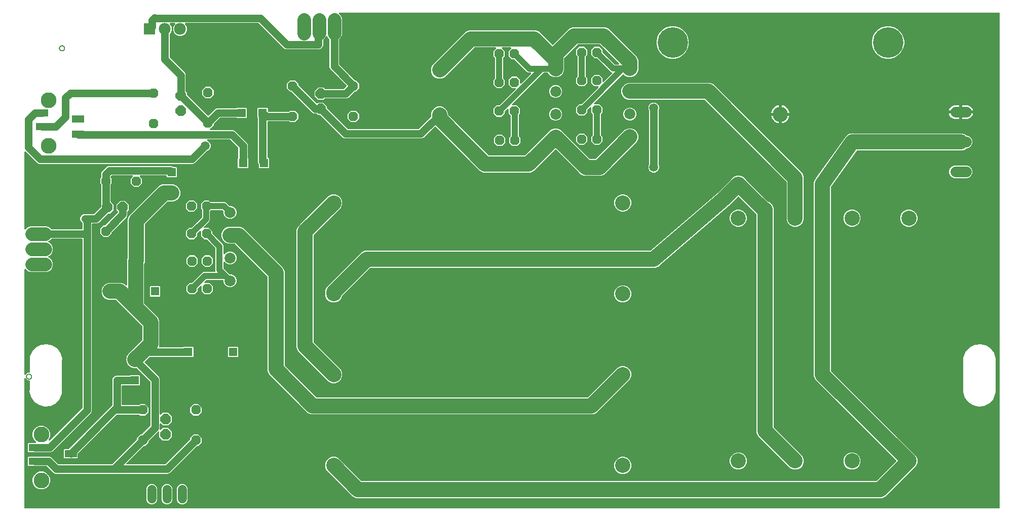
<source format=gbr>
G04 EAGLE Gerber RS-274X export*
G75*
%MOMM*%
%FSLAX34Y34*%
%LPD*%
%INTop Copper*%
%IPPOS*%
%AMOC8*
5,1,8,0,0,1.08239X$1,22.5*%
G01*
%ADD10C,0.152400*%
%ADD11C,1.830000*%
%ADD12C,1.524000*%
%ADD13R,1.408000X1.408000*%
%ADD14P,1.732040X8X112.500000*%
%ADD15P,1.924489X8X292.500000*%
%ADD16C,2.540000*%
%ADD17C,2.247900*%
%ADD18P,1.732040X8X22.500000*%
%ADD19P,1.924489X8X202.500000*%
%ADD20R,2.006600X1.193800*%
%ADD21C,2.628900*%
%ADD22C,2.550000*%
%ADD23C,5.100000*%
%ADD24P,1.732040X8X292.500000*%
%ADD25P,1.924489X8X112.500000*%
%ADD26C,1.790700*%
%ADD27P,1.732040X8X202.500000*%
%ADD28R,1.980000X1.980000*%
%ADD29C,1.980000*%
%ADD30C,2.540000*%
%ADD31C,1.016000*%
%ADD32C,1.270000*%
%ADD33C,0.406400*%
%ADD34C,1.500000*%

G36*
X1638688Y10176D02*
X1638688Y10176D01*
X1638807Y10183D01*
X1638845Y10196D01*
X1638886Y10201D01*
X1638996Y10244D01*
X1639109Y10281D01*
X1639144Y10303D01*
X1639181Y10318D01*
X1639277Y10387D01*
X1639378Y10451D01*
X1639406Y10481D01*
X1639439Y10504D01*
X1639515Y10596D01*
X1639596Y10683D01*
X1639616Y10718D01*
X1639641Y10749D01*
X1639692Y10857D01*
X1639750Y10961D01*
X1639760Y11001D01*
X1639777Y11037D01*
X1639799Y11154D01*
X1639829Y11269D01*
X1639833Y11329D01*
X1639837Y11349D01*
X1639835Y11370D01*
X1639839Y11430D01*
X1639839Y838570D01*
X1639824Y838688D01*
X1639817Y838807D01*
X1639804Y838845D01*
X1639799Y838886D01*
X1639756Y838996D01*
X1639719Y839109D01*
X1639697Y839144D01*
X1639682Y839181D01*
X1639613Y839277D01*
X1639549Y839378D01*
X1639519Y839406D01*
X1639496Y839439D01*
X1639404Y839515D01*
X1639317Y839596D01*
X1639282Y839616D01*
X1639251Y839641D01*
X1639143Y839692D01*
X1639039Y839750D01*
X1638999Y839760D01*
X1638963Y839777D01*
X1638846Y839799D01*
X1638731Y839829D01*
X1638671Y839833D01*
X1638651Y839837D01*
X1638630Y839835D01*
X1638570Y839839D01*
X536856Y839839D01*
X536718Y839822D01*
X536579Y839809D01*
X536560Y839802D01*
X536540Y839799D01*
X536411Y839748D01*
X536280Y839701D01*
X536263Y839690D01*
X536245Y839682D01*
X536132Y839601D01*
X536017Y839523D01*
X536004Y839507D01*
X535987Y839496D01*
X535898Y839388D01*
X535807Y839284D01*
X535797Y839266D01*
X535784Y839251D01*
X535725Y839125D01*
X535662Y839001D01*
X535658Y838981D01*
X535649Y838963D01*
X535623Y838827D01*
X535592Y838691D01*
X535593Y838670D01*
X535589Y838651D01*
X535598Y838512D01*
X535602Y838373D01*
X535608Y838353D01*
X535609Y838333D01*
X535652Y838201D01*
X535690Y838067D01*
X535701Y838050D01*
X535707Y838031D01*
X535781Y837913D01*
X535852Y837793D01*
X535870Y837772D01*
X535877Y837762D01*
X535892Y837748D01*
X535958Y837673D01*
X538781Y834850D01*
X540724Y830159D01*
X540724Y802601D01*
X538781Y797910D01*
X536206Y795336D01*
X536146Y795257D01*
X536078Y795185D01*
X536049Y795132D01*
X536012Y795084D01*
X535972Y794993D01*
X535924Y794907D01*
X535909Y794848D01*
X535885Y794793D01*
X535870Y794695D01*
X535845Y794599D01*
X535839Y794499D01*
X535835Y794478D01*
X535837Y794466D01*
X535835Y794438D01*
X535835Y753528D01*
X535847Y753429D01*
X535850Y753330D01*
X535867Y753272D01*
X535875Y753212D01*
X535911Y753120D01*
X535939Y753025D01*
X535969Y752973D01*
X535992Y752916D01*
X536050Y752836D01*
X536100Y752751D01*
X536166Y752676D01*
X536178Y752659D01*
X536188Y752651D01*
X536206Y752630D01*
X562239Y726597D01*
X562317Y726537D01*
X562389Y726469D01*
X562442Y726440D01*
X562490Y726403D01*
X562581Y726363D01*
X562668Y726315D01*
X562727Y726300D01*
X562782Y726276D01*
X562880Y726261D01*
X562976Y726236D01*
X563076Y726230D01*
X563096Y726226D01*
X563109Y726228D01*
X563137Y726226D01*
X563746Y726226D01*
X569326Y720646D01*
X569326Y712754D01*
X563746Y707174D01*
X561937Y707174D01*
X561838Y707162D01*
X561739Y707159D01*
X561681Y707142D01*
X561621Y707134D01*
X561529Y707098D01*
X561434Y707070D01*
X561382Y707040D01*
X561325Y707017D01*
X561245Y706959D01*
X561160Y706909D01*
X561085Y706843D01*
X561068Y706831D01*
X561060Y706821D01*
X561039Y706803D01*
X551561Y697324D01*
X548666Y696125D01*
X512880Y696125D01*
X512781Y696113D01*
X512682Y696110D01*
X512624Y696093D01*
X512564Y696085D01*
X512472Y696049D01*
X512377Y696021D01*
X512325Y695991D01*
X512268Y695968D01*
X512188Y695910D01*
X512103Y695860D01*
X512028Y695794D01*
X512011Y695782D01*
X512003Y695772D01*
X511982Y695754D01*
X509814Y693585D01*
X501186Y693585D01*
X495085Y699686D01*
X495085Y708314D01*
X501186Y714415D01*
X509814Y714415D01*
X511982Y712246D01*
X512060Y712186D01*
X512133Y712118D01*
X512186Y712089D01*
X512233Y712052D01*
X512324Y712012D01*
X512411Y711964D01*
X512470Y711949D01*
X512525Y711925D01*
X512623Y711910D01*
X512719Y711885D01*
X512819Y711879D01*
X512839Y711875D01*
X512852Y711877D01*
X512880Y711875D01*
X543312Y711875D01*
X543411Y711887D01*
X543510Y711890D01*
X543568Y711907D01*
X543628Y711915D01*
X543720Y711951D01*
X543815Y711979D01*
X543867Y712009D01*
X543924Y712032D01*
X544004Y712090D01*
X544089Y712140D01*
X544164Y712206D01*
X544181Y712218D01*
X544189Y712228D01*
X544210Y712246D01*
X548366Y716403D01*
X548439Y716497D01*
X548518Y716586D01*
X548536Y716622D01*
X548561Y716654D01*
X548608Y716763D01*
X548662Y716869D01*
X548671Y716908D01*
X548687Y716946D01*
X548706Y717063D01*
X548732Y717179D01*
X548731Y717220D01*
X548737Y717260D01*
X548726Y717378D01*
X548722Y717497D01*
X548711Y717536D01*
X548707Y717576D01*
X548667Y717689D01*
X548634Y717803D01*
X548613Y717838D01*
X548600Y717876D01*
X548533Y717974D01*
X548472Y718077D01*
X548432Y718122D01*
X548421Y718139D01*
X548406Y718152D01*
X548366Y718198D01*
X521284Y745279D01*
X520085Y748174D01*
X520085Y794438D01*
X520073Y794536D01*
X520070Y794635D01*
X520053Y794694D01*
X520045Y794754D01*
X520009Y794846D01*
X519981Y794941D01*
X519951Y794993D01*
X519928Y795049D01*
X519870Y795129D01*
X519820Y795215D01*
X519754Y795290D01*
X519742Y795307D01*
X519732Y795314D01*
X519714Y795336D01*
X517139Y797910D01*
X516433Y799615D01*
X516364Y799736D01*
X516299Y799859D01*
X516285Y799874D01*
X516275Y799892D01*
X516179Y799991D01*
X516085Y800094D01*
X516068Y800106D01*
X516054Y800120D01*
X515935Y800193D01*
X515819Y800269D01*
X515800Y800276D01*
X515783Y800286D01*
X515650Y800327D01*
X515518Y800372D01*
X515498Y800374D01*
X515479Y800380D01*
X515340Y800387D01*
X515201Y800398D01*
X515181Y800394D01*
X515161Y800395D01*
X515025Y800367D01*
X514888Y800343D01*
X514869Y800335D01*
X514850Y800331D01*
X514724Y800270D01*
X514598Y800213D01*
X514582Y800200D01*
X514564Y800191D01*
X514458Y800101D01*
X514350Y800014D01*
X514337Y799998D01*
X514322Y799985D01*
X514242Y799871D01*
X514158Y799760D01*
X514146Y799735D01*
X514139Y799725D01*
X514132Y799706D01*
X514087Y799615D01*
X513381Y797910D01*
X509612Y794141D01*
X509590Y794112D01*
X509507Y794032D01*
X509492Y794007D01*
X509471Y793986D01*
X509422Y793897D01*
X509417Y793890D01*
X509411Y793876D01*
X509409Y793872D01*
X509341Y793761D01*
X509332Y793733D01*
X509318Y793707D01*
X509285Y793582D01*
X509247Y793457D01*
X509246Y793428D01*
X509238Y793399D01*
X509228Y793239D01*
X509228Y784461D01*
X508029Y781566D01*
X505814Y779351D01*
X502920Y778152D01*
X447183Y778152D01*
X444289Y779351D01*
X401872Y821768D01*
X401794Y821828D01*
X401722Y821896D01*
X401669Y821925D01*
X401621Y821962D01*
X401530Y822002D01*
X401443Y822050D01*
X401385Y822065D01*
X401329Y822089D01*
X401231Y822104D01*
X401135Y822129D01*
X401035Y822135D01*
X401015Y822139D01*
X401003Y822137D01*
X400975Y822139D01*
X279722Y822139D01*
X279584Y822122D01*
X279446Y822109D01*
X279427Y822102D01*
X279406Y822099D01*
X279277Y822048D01*
X279146Y822001D01*
X279129Y821990D01*
X279111Y821982D01*
X278998Y821901D01*
X278883Y821823D01*
X278870Y821807D01*
X278853Y821796D01*
X278765Y821688D01*
X278673Y821584D01*
X278664Y821566D01*
X278651Y821551D01*
X278591Y821425D01*
X278528Y821301D01*
X278524Y821281D01*
X278515Y821263D01*
X278489Y821126D01*
X278458Y820991D01*
X278459Y820970D01*
X278455Y820951D01*
X278464Y820812D01*
X278468Y820673D01*
X278474Y820653D01*
X278475Y820633D01*
X278518Y820501D01*
X278557Y820367D01*
X278567Y820350D01*
X278573Y820331D01*
X278648Y820213D01*
X278718Y820093D01*
X278737Y820072D01*
X278743Y820062D01*
X278758Y820048D01*
X278824Y819973D01*
X280085Y818712D01*
X281825Y814513D01*
X281825Y809967D01*
X280085Y805768D01*
X276872Y802555D01*
X272673Y800815D01*
X268127Y800815D01*
X263928Y802555D01*
X260715Y805768D01*
X258975Y809967D01*
X258975Y814513D01*
X260715Y818712D01*
X261976Y819973D01*
X262061Y820082D01*
X262149Y820189D01*
X262158Y820208D01*
X262170Y820224D01*
X262226Y820351D01*
X262285Y820477D01*
X262289Y820497D01*
X262297Y820516D01*
X262319Y820654D01*
X262345Y820790D01*
X262343Y820810D01*
X262347Y820830D01*
X262334Y820969D01*
X262325Y821107D01*
X262319Y821126D01*
X262317Y821146D01*
X262270Y821278D01*
X262227Y821409D01*
X262216Y821427D01*
X262209Y821446D01*
X262131Y821561D01*
X262057Y821678D01*
X262042Y821692D01*
X262031Y821709D01*
X261926Y821801D01*
X261825Y821896D01*
X261807Y821906D01*
X261792Y821919D01*
X261668Y821983D01*
X261547Y822050D01*
X261527Y822055D01*
X261509Y822064D01*
X261373Y822094D01*
X261239Y822129D01*
X261211Y822131D01*
X261199Y822134D01*
X261178Y822133D01*
X261078Y822139D01*
X254222Y822139D01*
X254084Y822122D01*
X253946Y822109D01*
X253927Y822102D01*
X253906Y822099D01*
X253777Y822048D01*
X253646Y822001D01*
X253629Y821990D01*
X253611Y821982D01*
X253498Y821901D01*
X253383Y821823D01*
X253370Y821807D01*
X253353Y821796D01*
X253265Y821688D01*
X253173Y821584D01*
X253164Y821566D01*
X253151Y821551D01*
X253091Y821425D01*
X253028Y821301D01*
X253024Y821281D01*
X253015Y821263D01*
X252989Y821126D01*
X252958Y820991D01*
X252959Y820970D01*
X252955Y820951D01*
X252964Y820812D01*
X252968Y820673D01*
X252974Y820653D01*
X252975Y820633D01*
X253018Y820501D01*
X253057Y820367D01*
X253067Y820350D01*
X253073Y820331D01*
X253148Y820213D01*
X253218Y820093D01*
X253237Y820072D01*
X253243Y820062D01*
X253258Y820048D01*
X253324Y819973D01*
X254585Y818712D01*
X256325Y814513D01*
X256325Y809967D01*
X254585Y805768D01*
X253146Y804329D01*
X253086Y804251D01*
X253018Y804179D01*
X252995Y804137D01*
X252983Y804123D01*
X252977Y804112D01*
X252952Y804078D01*
X252912Y803987D01*
X252864Y803901D01*
X252849Y803842D01*
X252825Y803786D01*
X252810Y803688D01*
X252785Y803593D01*
X252779Y803493D01*
X252775Y803472D01*
X252777Y803460D01*
X252775Y803432D01*
X252775Y765288D01*
X252787Y765189D01*
X252790Y765090D01*
X252807Y765032D01*
X252815Y764972D01*
X252851Y764880D01*
X252879Y764785D01*
X252909Y764733D01*
X252932Y764676D01*
X252990Y764596D01*
X253040Y764511D01*
X253106Y764436D01*
X253118Y764419D01*
X253128Y764411D01*
X253146Y764390D01*
X278176Y739361D01*
X279375Y736466D01*
X279375Y708380D01*
X279387Y708281D01*
X279390Y708182D01*
X279407Y708124D01*
X279415Y708064D01*
X279451Y707972D01*
X279479Y707877D01*
X279509Y707825D01*
X279532Y707768D01*
X279590Y707688D01*
X279640Y707603D01*
X279706Y707528D01*
X279718Y707511D01*
X279728Y707503D01*
X279746Y707482D01*
X281915Y705314D01*
X281915Y702248D01*
X281927Y702149D01*
X281930Y702050D01*
X281947Y701992D01*
X281955Y701932D01*
X281991Y701840D01*
X282019Y701745D01*
X282049Y701693D01*
X282072Y701636D01*
X282130Y701556D01*
X282180Y701471D01*
X282246Y701396D01*
X282258Y701379D01*
X282268Y701371D01*
X282286Y701350D01*
X316102Y667534D01*
X316197Y667461D01*
X316286Y667382D01*
X316322Y667364D01*
X316354Y667339D01*
X316463Y667292D01*
X316569Y667238D01*
X316608Y667229D01*
X316646Y667213D01*
X316763Y667194D01*
X316879Y667168D01*
X316920Y667169D01*
X316960Y667163D01*
X317078Y667174D01*
X317197Y667178D01*
X317236Y667189D01*
X317276Y667193D01*
X317389Y667233D01*
X317503Y667266D01*
X317537Y667287D01*
X317576Y667300D01*
X317674Y667367D01*
X317777Y667428D01*
X317822Y667468D01*
X317839Y667479D01*
X317852Y667494D01*
X317897Y667534D01*
X328939Y678576D01*
X331834Y679775D01*
X364513Y679775D01*
X364611Y679787D01*
X364710Y679790D01*
X364768Y679807D01*
X364828Y679815D01*
X364920Y679851D01*
X365015Y679879D01*
X365068Y679909D01*
X365124Y679932D01*
X365204Y679990D01*
X365289Y680040D01*
X365365Y680106D01*
X365381Y680118D01*
X365389Y680128D01*
X365410Y680147D01*
X365728Y680465D01*
X381072Y680465D01*
X381965Y679572D01*
X381965Y664228D01*
X381072Y663335D01*
X365728Y663335D01*
X365410Y663653D01*
X365332Y663714D01*
X365260Y663782D01*
X365207Y663811D01*
X365159Y663848D01*
X365068Y663888D01*
X364981Y663936D01*
X364923Y663951D01*
X364867Y663975D01*
X364769Y663990D01*
X364673Y664015D01*
X364573Y664021D01*
X364553Y664025D01*
X364541Y664023D01*
X364513Y664025D01*
X337188Y664025D01*
X337089Y664013D01*
X336990Y664010D01*
X336932Y663993D01*
X336872Y663985D01*
X336780Y663949D01*
X336685Y663921D01*
X336633Y663891D01*
X336576Y663868D01*
X336496Y663810D01*
X336411Y663760D01*
X336336Y663694D01*
X336319Y663682D01*
X336311Y663672D01*
X336290Y663654D01*
X326697Y654061D01*
X326637Y653983D01*
X326569Y653911D01*
X326540Y653858D01*
X326503Y653810D01*
X326463Y653719D01*
X326415Y653632D01*
X326400Y653573D01*
X326376Y653518D01*
X326361Y653420D01*
X326336Y653324D01*
X326330Y653224D01*
X326326Y653204D01*
X326328Y653191D01*
X326326Y653163D01*
X326326Y651354D01*
X320553Y645581D01*
X320468Y645472D01*
X320379Y645365D01*
X320370Y645346D01*
X320358Y645330D01*
X320302Y645202D01*
X320243Y645077D01*
X320240Y645057D01*
X320232Y645038D01*
X320210Y644900D01*
X320184Y644764D01*
X320185Y644744D01*
X320182Y644724D01*
X320195Y644585D01*
X320203Y644447D01*
X320210Y644428D01*
X320212Y644408D01*
X320259Y644276D01*
X320301Y644145D01*
X320312Y644127D01*
X320319Y644108D01*
X320397Y643993D01*
X320472Y643876D01*
X320486Y643862D01*
X320498Y643845D01*
X320602Y643753D01*
X320703Y643658D01*
X320721Y643648D01*
X320736Y643635D01*
X320860Y643571D01*
X320982Y643504D01*
X321001Y643499D01*
X321019Y643490D01*
X321155Y643460D01*
X321290Y643425D01*
X321318Y643423D01*
X321330Y643420D01*
X321350Y643421D01*
X321450Y643415D01*
X358426Y643415D01*
X361321Y642216D01*
X382076Y621461D01*
X383275Y618566D01*
X383275Y597137D01*
X383287Y597039D01*
X383290Y596940D01*
X383307Y596882D01*
X383315Y596822D01*
X383351Y596730D01*
X383379Y596635D01*
X383409Y596582D01*
X383432Y596526D01*
X383490Y596446D01*
X383540Y596361D01*
X383606Y596285D01*
X383618Y596269D01*
X383628Y596261D01*
X383646Y596240D01*
X383965Y595922D01*
X383965Y580578D01*
X383072Y579685D01*
X367728Y579685D01*
X366835Y580578D01*
X366835Y595922D01*
X367154Y596240D01*
X367214Y596318D01*
X367282Y596390D01*
X367311Y596443D01*
X367348Y596491D01*
X367388Y596582D01*
X367436Y596669D01*
X367451Y596727D01*
X367475Y596783D01*
X367490Y596881D01*
X367515Y596977D01*
X367521Y597077D01*
X367525Y597097D01*
X367523Y597109D01*
X367525Y597137D01*
X367525Y613212D01*
X367513Y613311D01*
X367510Y613410D01*
X367493Y613468D01*
X367485Y613528D01*
X367449Y613620D01*
X367421Y613715D01*
X367391Y613767D01*
X367368Y613824D01*
X367310Y613904D01*
X367260Y613989D01*
X367194Y614064D01*
X367182Y614081D01*
X367172Y614089D01*
X367154Y614110D01*
X353970Y627294D01*
X353892Y627354D01*
X353820Y627422D01*
X353767Y627451D01*
X353719Y627488D01*
X353628Y627528D01*
X353541Y627576D01*
X353482Y627591D01*
X353427Y627615D01*
X353329Y627630D01*
X353233Y627655D01*
X353133Y627661D01*
X353113Y627665D01*
X353100Y627663D01*
X353072Y627665D01*
X316615Y627665D01*
X316546Y627657D01*
X316476Y627658D01*
X316389Y627637D01*
X316300Y627625D01*
X316235Y627600D01*
X316167Y627583D01*
X316088Y627541D01*
X316004Y627508D01*
X315948Y627467D01*
X315886Y627435D01*
X315820Y627374D01*
X315747Y627322D01*
X315702Y627268D01*
X315651Y627221D01*
X315601Y627146D01*
X315544Y627077D01*
X315514Y627013D01*
X315476Y626955D01*
X315447Y626870D01*
X315409Y626789D01*
X315395Y626720D01*
X315373Y626654D01*
X315366Y626565D01*
X315349Y626477D01*
X315353Y626407D01*
X315348Y626337D01*
X315363Y626249D01*
X315369Y626159D01*
X315390Y626093D01*
X315402Y626024D01*
X315439Y625942D01*
X315467Y625857D01*
X315504Y625798D01*
X315533Y625734D01*
X315589Y625664D01*
X315637Y625588D01*
X315688Y625540D01*
X315731Y625486D01*
X315803Y625431D01*
X315868Y625370D01*
X315929Y625336D01*
X315985Y625294D01*
X316130Y625223D01*
X317512Y624651D01*
X320051Y622112D01*
X321425Y618795D01*
X321425Y615205D01*
X320051Y611888D01*
X317512Y609349D01*
X314969Y608296D01*
X314961Y608291D01*
X314952Y608289D01*
X314823Y608213D01*
X314693Y608138D01*
X314686Y608132D01*
X314678Y608127D01*
X314557Y608021D01*
X294351Y587814D01*
X291456Y586615D01*
X34594Y586615D01*
X31699Y587814D01*
X29306Y590208D01*
X12327Y607186D01*
X12218Y607271D01*
X12111Y607360D01*
X12092Y607368D01*
X12076Y607381D01*
X11948Y607436D01*
X11823Y607495D01*
X11803Y607499D01*
X11784Y607507D01*
X11646Y607529D01*
X11510Y607555D01*
X11490Y607554D01*
X11470Y607557D01*
X11331Y607544D01*
X11193Y607535D01*
X11174Y607529D01*
X11154Y607527D01*
X11022Y607480D01*
X10891Y607437D01*
X10873Y607427D01*
X10854Y607420D01*
X10739Y607342D01*
X10622Y607267D01*
X10608Y607252D01*
X10591Y607241D01*
X10499Y607137D01*
X10404Y607036D01*
X10394Y607018D01*
X10381Y607003D01*
X10317Y606879D01*
X10250Y606757D01*
X10245Y606738D01*
X10236Y606719D01*
X10206Y606584D01*
X10171Y606449D01*
X10169Y606421D01*
X10166Y606409D01*
X10167Y606389D01*
X10161Y606288D01*
X10161Y478046D01*
X10178Y477908D01*
X10191Y477769D01*
X10198Y477750D01*
X10201Y477730D01*
X10252Y477601D01*
X10299Y477470D01*
X10310Y477453D01*
X10318Y477435D01*
X10399Y477322D01*
X10477Y477207D01*
X10493Y477194D01*
X10504Y477177D01*
X10612Y477088D01*
X10716Y476997D01*
X10734Y476987D01*
X10749Y476974D01*
X10875Y476915D01*
X10999Y476852D01*
X11019Y476848D01*
X11037Y476839D01*
X11173Y476813D01*
X11309Y476782D01*
X11330Y476783D01*
X11349Y476779D01*
X11488Y476788D01*
X11627Y476792D01*
X11647Y476798D01*
X11667Y476799D01*
X11799Y476842D01*
X11933Y476880D01*
X11950Y476891D01*
X11969Y476897D01*
X12087Y476971D01*
X12207Y477042D01*
X12228Y477060D01*
X12238Y477067D01*
X12252Y477082D01*
X12327Y477148D01*
X15360Y480181D01*
X20051Y482124D01*
X47609Y482124D01*
X52300Y480181D01*
X54874Y477606D01*
X54953Y477546D01*
X55025Y477478D01*
X55078Y477449D01*
X55126Y477412D01*
X55217Y477372D01*
X55303Y477324D01*
X55362Y477309D01*
X55417Y477285D01*
X55515Y477270D01*
X55611Y477245D01*
X55711Y477239D01*
X55732Y477235D01*
X55744Y477237D01*
X55772Y477235D01*
X105856Y477235D01*
X105974Y477250D01*
X106093Y477257D01*
X106131Y477270D01*
X106172Y477275D01*
X106282Y477318D01*
X106395Y477355D01*
X106430Y477377D01*
X106467Y477392D01*
X106563Y477461D01*
X106664Y477525D01*
X106692Y477555D01*
X106725Y477578D01*
X106801Y477670D01*
X106882Y477757D01*
X106902Y477792D01*
X106927Y477823D01*
X106978Y477931D01*
X107036Y478035D01*
X107046Y478075D01*
X107063Y478111D01*
X107085Y478228D01*
X107115Y478343D01*
X107119Y478403D01*
X107123Y478423D01*
X107122Y478431D01*
X107123Y478433D01*
X107122Y478449D01*
X107125Y478504D01*
X107125Y487212D01*
X107113Y487311D01*
X107110Y487410D01*
X107093Y487468D01*
X107085Y487528D01*
X107049Y487620D01*
X107021Y487715D01*
X106991Y487767D01*
X106968Y487824D01*
X106910Y487904D01*
X106860Y487989D01*
X106794Y488064D01*
X106782Y488081D01*
X106772Y488089D01*
X106754Y488110D01*
X104564Y490299D01*
X103365Y493194D01*
X103365Y496326D01*
X104564Y499221D01*
X106779Y501436D01*
X109674Y502635D01*
X125972Y502635D01*
X126071Y502647D01*
X126170Y502650D01*
X126228Y502667D01*
X126288Y502675D01*
X126380Y502711D01*
X126475Y502739D01*
X126527Y502769D01*
X126584Y502792D01*
X126664Y502850D01*
X126749Y502900D01*
X126824Y502966D01*
X126841Y502978D01*
X126849Y502988D01*
X126870Y503006D01*
X138054Y514190D01*
X138114Y514268D01*
X138182Y514340D01*
X138211Y514393D01*
X138248Y514441D01*
X138288Y514532D01*
X138336Y514619D01*
X138351Y514678D01*
X138375Y514733D01*
X138390Y514831D01*
X138415Y514927D01*
X138421Y515027D01*
X138425Y515047D01*
X138423Y515060D01*
X138425Y515088D01*
X138425Y551778D01*
X138413Y551876D01*
X138410Y551975D01*
X138393Y552033D01*
X138385Y552093D01*
X138349Y552185D01*
X138321Y552280D01*
X138291Y552332D01*
X138268Y552389D01*
X138210Y552469D01*
X138160Y552554D01*
X138094Y552630D01*
X138082Y552646D01*
X138072Y552654D01*
X138054Y552675D01*
X136774Y553954D01*
X136774Y561846D01*
X138054Y563125D01*
X138114Y563203D01*
X138182Y563275D01*
X138211Y563328D01*
X138248Y563376D01*
X138288Y563467D01*
X138336Y563554D01*
X138351Y563612D01*
X138375Y563668D01*
X138390Y563766D01*
X138415Y563862D01*
X138421Y563962D01*
X138425Y563982D01*
X138423Y563994D01*
X138425Y564022D01*
X138425Y570666D01*
X139624Y573561D01*
X148179Y582116D01*
X151074Y583315D01*
X255486Y583315D01*
X258381Y582116D01*
X258660Y581836D01*
X258738Y581776D01*
X258810Y581708D01*
X258863Y581679D01*
X258911Y581642D01*
X259002Y581602D01*
X259089Y581554D01*
X259148Y581539D01*
X259203Y581515D01*
X259301Y581500D01*
X259397Y581475D01*
X259497Y581469D01*
X259517Y581465D01*
X259530Y581467D01*
X259558Y581465D01*
X264132Y581465D01*
X265025Y580572D01*
X265025Y565228D01*
X264132Y564335D01*
X248788Y564335D01*
X247895Y565228D01*
X247895Y566296D01*
X247880Y566414D01*
X247873Y566533D01*
X247860Y566571D01*
X247855Y566612D01*
X247812Y566722D01*
X247775Y566835D01*
X247753Y566870D01*
X247738Y566907D01*
X247669Y567003D01*
X247605Y567104D01*
X247575Y567132D01*
X247552Y567165D01*
X247460Y567241D01*
X247373Y567322D01*
X247338Y567342D01*
X247307Y567367D01*
X247199Y567418D01*
X247095Y567476D01*
X247055Y567486D01*
X247019Y567503D01*
X246902Y567525D01*
X246787Y567555D01*
X246727Y567559D01*
X246707Y567563D01*
X246686Y567561D01*
X246626Y567565D01*
X203970Y567565D01*
X203833Y567548D01*
X203694Y567535D01*
X203675Y567528D01*
X203655Y567525D01*
X203526Y567474D01*
X203395Y567427D01*
X203378Y567416D01*
X203359Y567408D01*
X203247Y567327D01*
X203132Y567249D01*
X203118Y567233D01*
X203102Y567222D01*
X203013Y567114D01*
X202921Y567010D01*
X202912Y566992D01*
X202899Y566977D01*
X202840Y566851D01*
X202777Y566727D01*
X202772Y566707D01*
X202763Y566689D01*
X202737Y566553D01*
X202707Y566417D01*
X202707Y566396D01*
X202704Y566377D01*
X202712Y566238D01*
X202717Y566099D01*
X202722Y566079D01*
X202723Y566059D01*
X202766Y565927D01*
X202805Y565793D01*
X202815Y565776D01*
X202821Y565757D01*
X202896Y565639D01*
X202966Y565519D01*
X202985Y565498D01*
X202992Y565488D01*
X203007Y565474D01*
X203073Y565399D01*
X206626Y561846D01*
X206626Y553954D01*
X201046Y548374D01*
X193154Y548374D01*
X187574Y553954D01*
X187574Y561846D01*
X191127Y565399D01*
X191212Y565508D01*
X191301Y565615D01*
X191310Y565634D01*
X191322Y565650D01*
X191378Y565778D01*
X191437Y565903D01*
X191440Y565923D01*
X191448Y565942D01*
X191470Y566080D01*
X191496Y566216D01*
X191495Y566236D01*
X191498Y566256D01*
X191485Y566395D01*
X191477Y566533D01*
X191470Y566552D01*
X191468Y566572D01*
X191421Y566704D01*
X191379Y566835D01*
X191368Y566853D01*
X191361Y566872D01*
X191283Y566987D01*
X191208Y567104D01*
X191194Y567118D01*
X191182Y567135D01*
X191078Y567227D01*
X190977Y567322D01*
X190959Y567332D01*
X190944Y567345D01*
X190820Y567409D01*
X190698Y567476D01*
X190679Y567481D01*
X190661Y567490D01*
X190525Y567520D01*
X190390Y567555D01*
X190362Y567557D01*
X190350Y567560D01*
X190330Y567559D01*
X190230Y567565D01*
X156428Y567565D01*
X156329Y567553D01*
X156230Y567550D01*
X156172Y567533D01*
X156112Y567525D01*
X156020Y567489D01*
X155925Y567461D01*
X155873Y567431D01*
X155816Y567408D01*
X155736Y567350D01*
X155651Y567300D01*
X155576Y567234D01*
X155559Y567222D01*
X155551Y567212D01*
X155530Y567194D01*
X154546Y566210D01*
X154486Y566132D01*
X154418Y566060D01*
X154389Y566007D01*
X154352Y565959D01*
X154312Y565868D01*
X154264Y565781D01*
X154249Y565722D01*
X154225Y565667D01*
X154210Y565569D01*
X154185Y565473D01*
X154179Y565373D01*
X154175Y565353D01*
X154177Y565340D01*
X154175Y565312D01*
X154175Y564022D01*
X154187Y563924D01*
X154190Y563825D01*
X154207Y563767D01*
X154215Y563707D01*
X154251Y563615D01*
X154279Y563520D01*
X154309Y563468D01*
X154332Y563411D01*
X154390Y563331D01*
X154440Y563246D01*
X154506Y563170D01*
X154518Y563154D01*
X154528Y563146D01*
X154546Y563125D01*
X155826Y561846D01*
X155826Y553954D01*
X154546Y552675D01*
X154486Y552597D01*
X154418Y552525D01*
X154389Y552472D01*
X154352Y552424D01*
X154312Y552333D01*
X154264Y552246D01*
X154249Y552188D01*
X154225Y552132D01*
X154210Y552034D01*
X154185Y551938D01*
X154179Y551838D01*
X154175Y551818D01*
X154177Y551806D01*
X154175Y551778D01*
X154175Y524080D01*
X154187Y523981D01*
X154190Y523882D01*
X154207Y523824D01*
X154215Y523764D01*
X154251Y523672D01*
X154279Y523577D01*
X154309Y523525D01*
X154332Y523468D01*
X154390Y523388D01*
X154440Y523303D01*
X154506Y523228D01*
X154518Y523211D01*
X154528Y523203D01*
X154546Y523182D01*
X159415Y518314D01*
X159415Y509686D01*
X153314Y503585D01*
X150248Y503585D01*
X150149Y503573D01*
X150050Y503570D01*
X149992Y503553D01*
X149932Y503545D01*
X149840Y503509D01*
X149745Y503481D01*
X149693Y503451D01*
X149636Y503428D01*
X149556Y503370D01*
X149471Y503320D01*
X149396Y503254D01*
X149379Y503242D01*
X149371Y503232D01*
X149350Y503214D01*
X134221Y488084D01*
X131326Y486885D01*
X124144Y486885D01*
X124026Y486870D01*
X123907Y486863D01*
X123869Y486850D01*
X123828Y486845D01*
X123718Y486802D01*
X123605Y486765D01*
X123570Y486743D01*
X123533Y486728D01*
X123437Y486659D01*
X123336Y486595D01*
X123308Y486565D01*
X123275Y486542D01*
X123199Y486450D01*
X123118Y486363D01*
X123098Y486328D01*
X123073Y486297D01*
X123022Y486189D01*
X122964Y486085D01*
X122954Y486045D01*
X122937Y486009D01*
X122915Y485892D01*
X122885Y485777D01*
X122881Y485717D01*
X122877Y485697D01*
X122879Y485676D01*
X122875Y485616D01*
X122875Y173594D01*
X121676Y170699D01*
X56461Y105484D01*
X53566Y104285D01*
X26034Y104285D01*
X25347Y104570D01*
X25338Y104572D01*
X25330Y104577D01*
X25185Y104614D01*
X25040Y104654D01*
X25031Y104654D01*
X25022Y104656D01*
X24861Y104666D01*
X16935Y104666D01*
X16042Y105559D01*
X16042Y118761D01*
X16935Y119654D01*
X24861Y119654D01*
X24871Y119655D01*
X24880Y119654D01*
X25029Y119675D01*
X25177Y119694D01*
X25186Y119697D01*
X25195Y119698D01*
X25347Y119750D01*
X26034Y120035D01*
X28682Y120035D01*
X28819Y120052D01*
X28958Y120065D01*
X28977Y120072D01*
X28997Y120075D01*
X29126Y120126D01*
X29257Y120173D01*
X29274Y120184D01*
X29293Y120192D01*
X29405Y120273D01*
X29520Y120351D01*
X29534Y120367D01*
X29550Y120378D01*
X29639Y120486D01*
X29731Y120590D01*
X29740Y120608D01*
X29753Y120623D01*
X29812Y120749D01*
X29875Y120873D01*
X29880Y120893D01*
X29889Y120911D01*
X29915Y121047D01*
X29945Y121183D01*
X29945Y121204D01*
X29948Y121223D01*
X29940Y121362D01*
X29935Y121501D01*
X29930Y121521D01*
X29929Y121541D01*
X29886Y121673D01*
X29847Y121807D01*
X29837Y121824D01*
X29831Y121843D01*
X29756Y121961D01*
X29686Y122081D01*
X29667Y122102D01*
X29660Y122112D01*
X29645Y122126D01*
X29579Y122201D01*
X26086Y125695D01*
X23853Y131086D01*
X23853Y136922D01*
X26086Y142313D01*
X30213Y146440D01*
X35604Y148673D01*
X41440Y148673D01*
X46831Y146440D01*
X50958Y142313D01*
X53191Y136922D01*
X53191Y131086D01*
X50967Y125717D01*
X50949Y125650D01*
X50921Y125586D01*
X50907Y125497D01*
X50883Y125410D01*
X50882Y125341D01*
X50871Y125272D01*
X50880Y125182D01*
X50878Y125093D01*
X50895Y125025D01*
X50901Y124955D01*
X50932Y124871D01*
X50953Y124783D01*
X50985Y124721D01*
X51009Y124656D01*
X51059Y124582D01*
X51101Y124502D01*
X51148Y124451D01*
X51187Y124393D01*
X51255Y124333D01*
X51315Y124267D01*
X51373Y124228D01*
X51426Y124182D01*
X51506Y124141D01*
X51581Y124092D01*
X51647Y124069D01*
X51709Y124038D01*
X51797Y124018D01*
X51882Y123989D01*
X51951Y123983D01*
X52019Y123968D01*
X52109Y123971D01*
X52199Y123964D01*
X52267Y123976D01*
X52337Y123978D01*
X52423Y124003D01*
X52512Y124018D01*
X52576Y124047D01*
X52643Y124066D01*
X52720Y124112D01*
X52802Y124149D01*
X52856Y124192D01*
X52917Y124228D01*
X53037Y124334D01*
X106754Y178050D01*
X106814Y178128D01*
X106882Y178200D01*
X106911Y178253D01*
X106948Y178301D01*
X106988Y178392D01*
X107036Y178479D01*
X107051Y178538D01*
X107075Y178593D01*
X107090Y178691D01*
X107115Y178787D01*
X107121Y178882D01*
X107123Y178890D01*
X107122Y178894D01*
X107125Y178907D01*
X107123Y178920D01*
X107125Y178948D01*
X107125Y460216D01*
X107110Y460334D01*
X107103Y460453D01*
X107090Y460491D01*
X107085Y460532D01*
X107042Y460642D01*
X107005Y460755D01*
X106983Y460790D01*
X106968Y460827D01*
X106899Y460923D01*
X106835Y461024D01*
X106805Y461052D01*
X106782Y461085D01*
X106690Y461161D01*
X106603Y461242D01*
X106568Y461262D01*
X106537Y461287D01*
X106429Y461338D01*
X106325Y461396D01*
X106285Y461406D01*
X106249Y461423D01*
X106132Y461445D01*
X106017Y461475D01*
X105957Y461479D01*
X105937Y461483D01*
X105916Y461481D01*
X105856Y461485D01*
X55772Y461485D01*
X55674Y461473D01*
X55575Y461470D01*
X55516Y461453D01*
X55456Y461445D01*
X55364Y461409D01*
X55269Y461381D01*
X55217Y461351D01*
X55161Y461328D01*
X55081Y461270D01*
X54995Y461220D01*
X54920Y461154D01*
X54903Y461142D01*
X54896Y461132D01*
X54874Y461114D01*
X52300Y458539D01*
X50595Y457833D01*
X50474Y457764D01*
X50351Y457699D01*
X50336Y457685D01*
X50318Y457675D01*
X50219Y457579D01*
X50116Y457485D01*
X50104Y457468D01*
X50090Y457454D01*
X50017Y457335D01*
X49941Y457219D01*
X49934Y457200D01*
X49924Y457183D01*
X49883Y457050D01*
X49838Y456918D01*
X49836Y456898D01*
X49830Y456879D01*
X49823Y456740D01*
X49812Y456601D01*
X49816Y456581D01*
X49815Y456561D01*
X49843Y456425D01*
X49867Y456288D01*
X49875Y456269D01*
X49879Y456250D01*
X49940Y456124D01*
X49997Y455998D01*
X50010Y455982D01*
X50019Y455964D01*
X50109Y455858D01*
X50196Y455750D01*
X50212Y455737D01*
X50225Y455722D01*
X50339Y455642D01*
X50450Y455558D01*
X50475Y455546D01*
X50485Y455539D01*
X50504Y455532D01*
X50595Y455487D01*
X52300Y454781D01*
X55891Y451190D01*
X57834Y446499D01*
X57834Y441421D01*
X55891Y436730D01*
X52300Y433139D01*
X50595Y432433D01*
X50474Y432364D01*
X50351Y432299D01*
X50336Y432285D01*
X50318Y432275D01*
X50219Y432179D01*
X50116Y432085D01*
X50104Y432068D01*
X50090Y432054D01*
X50017Y431935D01*
X49941Y431819D01*
X49934Y431800D01*
X49924Y431783D01*
X49883Y431650D01*
X49838Y431518D01*
X49836Y431498D01*
X49830Y431479D01*
X49823Y431340D01*
X49812Y431201D01*
X49816Y431181D01*
X49815Y431161D01*
X49843Y431025D01*
X49867Y430888D01*
X49875Y430869D01*
X49879Y430850D01*
X49940Y430724D01*
X49997Y430598D01*
X50010Y430582D01*
X50019Y430564D01*
X50109Y430458D01*
X50196Y430350D01*
X50212Y430337D01*
X50225Y430322D01*
X50339Y430242D01*
X50450Y430158D01*
X50475Y430146D01*
X50485Y430139D01*
X50504Y430132D01*
X50595Y430087D01*
X52300Y429381D01*
X55891Y425790D01*
X57834Y421099D01*
X57834Y416021D01*
X55891Y411330D01*
X52300Y407739D01*
X47609Y405796D01*
X20051Y405796D01*
X15360Y407739D01*
X12327Y410772D01*
X12218Y410857D01*
X12111Y410946D01*
X12092Y410954D01*
X12076Y410967D01*
X11948Y411022D01*
X11823Y411081D01*
X11803Y411085D01*
X11784Y411093D01*
X11646Y411115D01*
X11510Y411141D01*
X11490Y411140D01*
X11470Y411143D01*
X11331Y411130D01*
X11193Y411121D01*
X11174Y411115D01*
X11154Y411113D01*
X11022Y411066D01*
X10891Y411023D01*
X10873Y411012D01*
X10854Y411005D01*
X10739Y410927D01*
X10622Y410853D01*
X10608Y410838D01*
X10591Y410827D01*
X10499Y410723D01*
X10404Y410621D01*
X10394Y410604D01*
X10381Y410588D01*
X10317Y410464D01*
X10250Y410343D01*
X10245Y410323D01*
X10236Y410305D01*
X10206Y410169D01*
X10171Y410035D01*
X10169Y410007D01*
X10166Y409995D01*
X10167Y409974D01*
X10161Y409874D01*
X10161Y234781D01*
X10176Y234663D01*
X10183Y234544D01*
X10196Y234505D01*
X10201Y234466D01*
X10244Y234355D01*
X10281Y234241D01*
X10303Y234207D01*
X10318Y234170D01*
X10388Y234073D01*
X10452Y233972D01*
X10481Y233945D01*
X10504Y233913D01*
X10596Y233836D01*
X10683Y233755D01*
X10719Y233735D01*
X10749Y233710D01*
X10857Y233659D01*
X10962Y233601D01*
X11001Y233591D01*
X11037Y233574D01*
X11154Y233552D01*
X11270Y233522D01*
X11310Y233522D01*
X11349Y233514D01*
X11469Y233522D01*
X11588Y233522D01*
X11627Y233532D01*
X11667Y233534D01*
X11780Y233571D01*
X11896Y233601D01*
X11931Y233620D01*
X11969Y233632D01*
X12070Y233696D01*
X12175Y233754D01*
X12204Y233781D01*
X12238Y233802D01*
X12320Y233890D01*
X12407Y233971D01*
X12428Y234005D01*
X12456Y234034D01*
X12512Y234136D01*
X12513Y234137D01*
X12515Y234140D01*
X12578Y234239D01*
X12600Y234295D01*
X12610Y234313D01*
X12615Y234332D01*
X12637Y234389D01*
X12649Y234425D01*
X12770Y234800D01*
X16002Y237148D01*
X17808Y237148D01*
X17926Y237163D01*
X18045Y237170D01*
X18083Y237182D01*
X18124Y237188D01*
X18234Y237231D01*
X18347Y237268D01*
X18382Y237290D01*
X18419Y237305D01*
X18515Y237374D01*
X18616Y237438D01*
X18644Y237468D01*
X18677Y237491D01*
X18753Y237583D01*
X18834Y237670D01*
X18854Y237705D01*
X18879Y237736D01*
X18930Y237844D01*
X18988Y237948D01*
X18998Y237988D01*
X19015Y238024D01*
X19037Y238141D01*
X19067Y238256D01*
X19071Y238316D01*
X19075Y238336D01*
X19073Y238357D01*
X19077Y238417D01*
X19077Y256968D01*
X19061Y257096D01*
X19051Y257224D01*
X19040Y257267D01*
X19037Y257284D01*
X19029Y257304D01*
X19009Y257380D01*
X18963Y257513D01*
X19075Y259301D01*
X19074Y259322D01*
X19077Y259381D01*
X19077Y261173D01*
X19131Y261303D01*
X19165Y261427D01*
X19205Y261550D01*
X19211Y261593D01*
X19215Y261609D01*
X19215Y261631D01*
X19225Y261709D01*
X19364Y263930D01*
X19395Y264425D01*
X23197Y273137D01*
X29749Y280023D01*
X38262Y284253D01*
X47707Y285316D01*
X56947Y283085D01*
X64866Y277828D01*
X70510Y270180D01*
X73198Y261062D01*
X72925Y256699D01*
X72926Y256678D01*
X72923Y256619D01*
X72923Y209032D01*
X72939Y208904D01*
X72949Y208776D01*
X72960Y208733D01*
X72963Y208716D01*
X72971Y208696D01*
X72991Y208620D01*
X73037Y208487D01*
X72925Y206699D01*
X72926Y206678D01*
X72923Y206619D01*
X72923Y204827D01*
X72869Y204697D01*
X72835Y204573D01*
X72795Y204450D01*
X72789Y204407D01*
X72785Y204391D01*
X72785Y204369D01*
X72775Y204291D01*
X72605Y201575D01*
X68803Y192863D01*
X62251Y185977D01*
X53738Y181747D01*
X44293Y180684D01*
X35053Y182915D01*
X27134Y188172D01*
X21490Y195820D01*
X18802Y204938D01*
X19075Y209301D01*
X19074Y209322D01*
X19077Y209381D01*
X19077Y223583D01*
X19062Y223701D01*
X19055Y223820D01*
X19042Y223858D01*
X19037Y223899D01*
X18994Y224009D01*
X18957Y224123D01*
X18935Y224157D01*
X18920Y224194D01*
X18851Y224291D01*
X18787Y224391D01*
X18757Y224419D01*
X18734Y224452D01*
X18642Y224528D01*
X18555Y224609D01*
X18520Y224629D01*
X18489Y224654D01*
X18381Y224705D01*
X18277Y224763D01*
X18237Y224773D01*
X18201Y224790D01*
X18084Y224812D01*
X17969Y224842D01*
X17909Y224846D01*
X17889Y224850D01*
X17868Y224849D01*
X17808Y224852D01*
X16003Y224852D01*
X12770Y227201D01*
X12637Y227611D01*
X12603Y227683D01*
X12584Y227742D01*
X12566Y227771D01*
X12542Y227830D01*
X12519Y227862D01*
X12502Y227899D01*
X12430Y227986D01*
X12414Y228011D01*
X12405Y228019D01*
X12356Y228087D01*
X12325Y228113D01*
X12299Y228144D01*
X12203Y228214D01*
X12111Y228290D01*
X12074Y228307D01*
X12042Y228331D01*
X11931Y228375D01*
X11823Y228426D01*
X11784Y228433D01*
X11746Y228448D01*
X11627Y228463D01*
X11510Y228486D01*
X11471Y228483D01*
X11431Y228488D01*
X11312Y228473D01*
X11193Y228466D01*
X11155Y228453D01*
X11115Y228448D01*
X11004Y228404D01*
X10891Y228368D01*
X10857Y228346D01*
X10819Y228332D01*
X10723Y228261D01*
X10622Y228198D01*
X10594Y228168D01*
X10562Y228145D01*
X10486Y228053D01*
X10404Y227966D01*
X10385Y227931D01*
X10359Y227900D01*
X10308Y227792D01*
X10250Y227687D01*
X10240Y227649D01*
X10223Y227612D01*
X10201Y227495D01*
X10171Y227380D01*
X10167Y227320D01*
X10163Y227300D01*
X10164Y227287D01*
X10163Y227283D01*
X10164Y227271D01*
X10161Y227219D01*
X10161Y11430D01*
X10176Y11312D01*
X10183Y11193D01*
X10196Y11155D01*
X10201Y11114D01*
X10244Y11004D01*
X10281Y10891D01*
X10303Y10856D01*
X10318Y10819D01*
X10387Y10723D01*
X10451Y10622D01*
X10481Y10594D01*
X10504Y10561D01*
X10596Y10485D01*
X10683Y10404D01*
X10718Y10384D01*
X10749Y10359D01*
X10857Y10308D01*
X10961Y10250D01*
X11001Y10240D01*
X11037Y10223D01*
X11154Y10201D01*
X11269Y10171D01*
X11329Y10167D01*
X11349Y10163D01*
X11370Y10165D01*
X11430Y10161D01*
X1638570Y10161D01*
X1638688Y10176D01*
G37*
%LPC*%
G36*
X564470Y27775D02*
X564470Y27775D01*
X559242Y29941D01*
X514941Y74242D01*
X512775Y79470D01*
X512775Y85130D01*
X514941Y90358D01*
X518942Y94359D01*
X524170Y96525D01*
X529830Y96525D01*
X535058Y94359D01*
X572820Y56596D01*
X572899Y56536D01*
X572971Y56468D01*
X573024Y56439D01*
X573072Y56402D01*
X573163Y56362D01*
X573249Y56314D01*
X573308Y56299D01*
X573363Y56275D01*
X573461Y56260D01*
X573557Y56235D01*
X573657Y56229D01*
X573678Y56225D01*
X573690Y56227D01*
X573718Y56225D01*
X1433882Y56225D01*
X1433980Y56237D01*
X1434079Y56240D01*
X1434138Y56257D01*
X1434198Y56265D01*
X1434290Y56301D01*
X1434385Y56329D01*
X1434437Y56359D01*
X1434493Y56382D01*
X1434573Y56440D01*
X1434659Y56490D01*
X1434734Y56556D01*
X1434751Y56568D01*
X1434759Y56578D01*
X1434780Y56596D01*
X1467086Y88902D01*
X1467159Y88997D01*
X1467237Y89086D01*
X1467256Y89122D01*
X1467281Y89154D01*
X1467328Y89263D01*
X1467382Y89369D01*
X1467391Y89408D01*
X1467407Y89446D01*
X1467426Y89563D01*
X1467452Y89679D01*
X1467450Y89720D01*
X1467457Y89760D01*
X1467446Y89878D01*
X1467442Y89997D01*
X1467431Y90036D01*
X1467427Y90076D01*
X1467387Y90189D01*
X1467354Y90303D01*
X1467333Y90337D01*
X1467319Y90376D01*
X1467253Y90474D01*
X1467192Y90577D01*
X1467152Y90622D01*
X1467141Y90639D01*
X1467126Y90652D01*
X1467086Y90697D01*
X1331341Y226442D01*
X1329175Y231670D01*
X1329175Y549487D01*
X1329174Y549497D01*
X1329175Y549506D01*
X1329154Y549654D01*
X1329135Y549803D01*
X1329132Y549812D01*
X1329131Y549821D01*
X1329125Y549837D01*
X1329125Y551731D01*
X1329122Y551754D01*
X1329124Y551777D01*
X1329108Y551938D01*
X1328904Y553172D01*
X1329092Y553978D01*
X1329099Y554043D01*
X1329115Y554106D01*
X1329125Y554266D01*
X1329125Y555539D01*
X1329841Y557267D01*
X1329847Y557290D01*
X1329858Y557311D01*
X1329904Y557465D01*
X1330188Y558683D01*
X1330671Y559357D01*
X1330701Y559414D01*
X1330740Y559465D01*
X1330811Y559610D01*
X1331298Y560786D01*
X1332621Y562108D01*
X1332635Y562127D01*
X1332653Y562142D01*
X1332755Y562267D01*
X1381299Y630036D01*
X1381330Y630093D01*
X1381369Y630145D01*
X1381440Y630289D01*
X1381841Y631258D01*
X1382942Y632359D01*
X1382957Y632378D01*
X1382975Y632393D01*
X1383077Y632517D01*
X1383984Y633784D01*
X1384874Y634338D01*
X1384924Y634378D01*
X1384980Y634411D01*
X1385101Y634518D01*
X1385842Y635259D01*
X1387281Y635855D01*
X1387302Y635867D01*
X1387324Y635874D01*
X1387466Y635950D01*
X1388789Y636773D01*
X1389823Y636944D01*
X1389885Y636962D01*
X1389950Y636971D01*
X1390102Y637024D01*
X1391070Y637425D01*
X1392628Y637425D01*
X1392652Y637428D01*
X1392675Y637426D01*
X1392835Y637442D01*
X1394372Y637696D01*
X1395393Y637458D01*
X1395458Y637451D01*
X1395520Y637435D01*
X1395681Y637425D01*
X1577830Y637425D01*
X1583058Y635259D01*
X1584267Y634050D01*
X1584345Y633989D01*
X1584417Y633921D01*
X1584470Y633892D01*
X1584518Y633855D01*
X1584609Y633816D01*
X1584696Y633768D01*
X1584754Y633753D01*
X1584810Y633729D01*
X1584908Y633713D01*
X1585004Y633688D01*
X1585104Y633682D01*
X1585124Y633679D01*
X1585136Y633680D01*
X1585164Y633678D01*
X1586038Y633678D01*
X1589889Y632083D01*
X1592837Y629135D01*
X1594432Y625284D01*
X1594432Y621116D01*
X1592837Y617265D01*
X1589889Y614317D01*
X1586038Y612722D01*
X1585164Y612722D01*
X1585066Y612709D01*
X1584967Y612706D01*
X1584909Y612690D01*
X1584849Y612682D01*
X1584757Y612645D01*
X1584662Y612618D01*
X1584609Y612587D01*
X1584553Y612565D01*
X1584473Y612507D01*
X1584388Y612456D01*
X1584312Y612390D01*
X1584296Y612378D01*
X1584288Y612369D01*
X1584267Y612350D01*
X1583058Y611141D01*
X1577830Y608975D01*
X1401860Y608975D01*
X1401817Y608970D01*
X1401773Y608972D01*
X1401660Y608950D01*
X1401545Y608935D01*
X1401504Y608919D01*
X1401461Y608911D01*
X1401357Y608861D01*
X1401249Y608818D01*
X1401214Y608793D01*
X1401174Y608774D01*
X1401085Y608699D01*
X1400992Y608632D01*
X1400964Y608598D01*
X1400930Y608570D01*
X1400829Y608445D01*
X1357862Y548462D01*
X1357789Y548327D01*
X1357714Y548192D01*
X1357713Y548187D01*
X1357711Y548183D01*
X1357673Y548031D01*
X1357635Y547884D01*
X1357635Y547877D01*
X1357634Y547874D01*
X1357634Y547866D01*
X1357625Y547723D01*
X1357625Y240918D01*
X1357637Y240820D01*
X1357640Y240721D01*
X1357657Y240662D01*
X1357665Y240602D01*
X1357701Y240510D01*
X1357729Y240415D01*
X1357759Y240363D01*
X1357782Y240307D01*
X1357840Y240227D01*
X1357890Y240141D01*
X1357956Y240066D01*
X1357968Y240049D01*
X1357978Y240041D01*
X1357996Y240020D01*
X1500159Y97858D01*
X1502325Y92630D01*
X1502325Y86970D01*
X1500159Y81742D01*
X1448358Y29941D01*
X1443130Y27775D01*
X564470Y27775D01*
G37*
%LPD*%
%LPC*%
G36*
X1295270Y75575D02*
X1295270Y75575D01*
X1290042Y77741D01*
X1235941Y131842D01*
X1233775Y137070D01*
X1233775Y501626D01*
X1233772Y501655D01*
X1233774Y501683D01*
X1233752Y501812D01*
X1233735Y501942D01*
X1233725Y501968D01*
X1233720Y501996D01*
X1233667Y502116D01*
X1233618Y502237D01*
X1233602Y502260D01*
X1233590Y502287D01*
X1233498Y502418D01*
X1233275Y502697D01*
X1233265Y502707D01*
X1233181Y502802D01*
X1204298Y531686D01*
X1204203Y531759D01*
X1204114Y531837D01*
X1204078Y531856D01*
X1204046Y531881D01*
X1203937Y531928D01*
X1203831Y531982D01*
X1203792Y531991D01*
X1203754Y532007D01*
X1203637Y532026D01*
X1203521Y532052D01*
X1203480Y532050D01*
X1203440Y532057D01*
X1203322Y532046D01*
X1203203Y532042D01*
X1203164Y532031D01*
X1203124Y532027D01*
X1203011Y531987D01*
X1202897Y531954D01*
X1202863Y531933D01*
X1202824Y531919D01*
X1202726Y531853D01*
X1202623Y531792D01*
X1202578Y531752D01*
X1202561Y531741D01*
X1202548Y531726D01*
X1202503Y531686D01*
X1190367Y519550D01*
X1190292Y519453D01*
X1190212Y519362D01*
X1190184Y519314D01*
X1190172Y519299D01*
X1190163Y519279D01*
X1190130Y519223D01*
X1189979Y518923D01*
X1188269Y517447D01*
X1188254Y517431D01*
X1188200Y517383D01*
X1186603Y515786D01*
X1186292Y515657D01*
X1186187Y515597D01*
X1186077Y515543D01*
X1186033Y515510D01*
X1186016Y515500D01*
X1186001Y515485D01*
X1185949Y515446D01*
X1071378Y416602D01*
X1071364Y416586D01*
X1071310Y416538D01*
X1069712Y414941D01*
X1069402Y414812D01*
X1069296Y414752D01*
X1069187Y414698D01*
X1069143Y414664D01*
X1069126Y414655D01*
X1069111Y414640D01*
X1069059Y414601D01*
X1068804Y414381D01*
X1066659Y413672D01*
X1066639Y413663D01*
X1066571Y413640D01*
X1064484Y412775D01*
X1064148Y412775D01*
X1064027Y412760D01*
X1063906Y412752D01*
X1063852Y412738D01*
X1063833Y412735D01*
X1063813Y412728D01*
X1063750Y412711D01*
X1063431Y412606D01*
X1061178Y412772D01*
X1061156Y412771D01*
X1061085Y412775D01*
X588418Y412775D01*
X588320Y412763D01*
X588221Y412760D01*
X588162Y412743D01*
X588102Y412735D01*
X588010Y412699D01*
X587915Y412671D01*
X587863Y412641D01*
X587807Y412618D01*
X587727Y412560D01*
X587641Y412510D01*
X587566Y412444D01*
X587549Y412432D01*
X587541Y412422D01*
X587520Y412404D01*
X541147Y366030D01*
X541141Y366023D01*
X541134Y366017D01*
X541044Y365898D01*
X540952Y365779D01*
X540948Y365770D01*
X540943Y365763D01*
X540872Y365618D01*
X539059Y361242D01*
X535058Y357241D01*
X529830Y355075D01*
X524170Y355075D01*
X518942Y357241D01*
X514941Y361242D01*
X512775Y366470D01*
X512775Y374830D01*
X514941Y380058D01*
X573942Y439059D01*
X579170Y441225D01*
X1055895Y441225D01*
X1055947Y441231D01*
X1055999Y441229D01*
X1056104Y441251D01*
X1056210Y441265D01*
X1056259Y441284D01*
X1056310Y441295D01*
X1056407Y441342D01*
X1056506Y441382D01*
X1056548Y441412D01*
X1056596Y441436D01*
X1056724Y441533D01*
X1168821Y538243D01*
X1168836Y538259D01*
X1168890Y538307D01*
X1191070Y560487D01*
X1191076Y560494D01*
X1191083Y560500D01*
X1191173Y560620D01*
X1191265Y560738D01*
X1191269Y560747D01*
X1191274Y560754D01*
X1191282Y560769D01*
X1195314Y564802D01*
X1200561Y566975D01*
X1206239Y566975D01*
X1211486Y564802D01*
X1215542Y560745D01*
X1215612Y560622D01*
X1215619Y560616D01*
X1215624Y560608D01*
X1215730Y560487D01*
X1252357Y523860D01*
X1252434Y523800D01*
X1252506Y523733D01*
X1252592Y523677D01*
X1252608Y523665D01*
X1252619Y523660D01*
X1252641Y523646D01*
X1254114Y522834D01*
X1254127Y522828D01*
X1254241Y522773D01*
X1256058Y522020D01*
X1256507Y521571D01*
X1256584Y521511D01*
X1256656Y521444D01*
X1256742Y521388D01*
X1256758Y521376D01*
X1256769Y521371D01*
X1256791Y521357D01*
X1257348Y521050D01*
X1258575Y519514D01*
X1258585Y519504D01*
X1258669Y519409D01*
X1260059Y518019D01*
X1260302Y517432D01*
X1260351Y517346D01*
X1260391Y517257D01*
X1260450Y517173D01*
X1260460Y517155D01*
X1260468Y517147D01*
X1260483Y517125D01*
X1260880Y516629D01*
X1261426Y514740D01*
X1261431Y514727D01*
X1261472Y514607D01*
X1262225Y512791D01*
X1262225Y512155D01*
X1262237Y512058D01*
X1262240Y511960D01*
X1262262Y511859D01*
X1262265Y511840D01*
X1262269Y511829D01*
X1262275Y511803D01*
X1262451Y511192D01*
X1262233Y509239D01*
X1262233Y509225D01*
X1262225Y509098D01*
X1262225Y146318D01*
X1262237Y146220D01*
X1262240Y146121D01*
X1262257Y146062D01*
X1262265Y146002D01*
X1262301Y145910D01*
X1262329Y145815D01*
X1262359Y145763D01*
X1262382Y145707D01*
X1262440Y145627D01*
X1262490Y145541D01*
X1262556Y145466D01*
X1262568Y145449D01*
X1262578Y145441D01*
X1262596Y145420D01*
X1310159Y97858D01*
X1312325Y92630D01*
X1312325Y86970D01*
X1310159Y81742D01*
X1306158Y77741D01*
X1300930Y75575D01*
X1295270Y75575D01*
G37*
%LPD*%
%LPC*%
G36*
X489170Y167775D02*
X489170Y167775D01*
X483942Y169941D01*
X479763Y174121D01*
X479762Y174121D01*
X423121Y230762D01*
X418941Y234942D01*
X416775Y240170D01*
X416775Y397782D01*
X416763Y397880D01*
X416760Y397979D01*
X416743Y398038D01*
X416735Y398098D01*
X416699Y398190D01*
X416671Y398285D01*
X416641Y398337D01*
X416618Y398393D01*
X416560Y398473D01*
X416510Y398559D01*
X416444Y398634D01*
X416432Y398651D01*
X416422Y398659D01*
X416404Y398680D01*
X362330Y452754D01*
X362251Y452814D01*
X362179Y452882D01*
X362126Y452911D01*
X362078Y452948D01*
X361987Y452988D01*
X361901Y453036D01*
X361842Y453051D01*
X361787Y453075D01*
X361689Y453090D01*
X361593Y453115D01*
X361493Y453121D01*
X361472Y453125D01*
X361460Y453123D01*
X361432Y453125D01*
X350970Y453125D01*
X345742Y455291D01*
X341741Y459292D01*
X339575Y464520D01*
X339575Y470180D01*
X341741Y475408D01*
X345742Y479409D01*
X350970Y481575D01*
X370680Y481575D01*
X375908Y479409D01*
X443059Y412258D01*
X445225Y407030D01*
X445225Y249418D01*
X445237Y249320D01*
X445240Y249221D01*
X445257Y249162D01*
X445265Y249102D01*
X445301Y249010D01*
X445329Y248915D01*
X445359Y248863D01*
X445382Y248807D01*
X445440Y248727D01*
X445490Y248641D01*
X445556Y248566D01*
X445568Y248549D01*
X445578Y248541D01*
X445596Y248520D01*
X497520Y196596D01*
X497599Y196536D01*
X497671Y196468D01*
X497724Y196439D01*
X497772Y196402D01*
X497863Y196362D01*
X497949Y196314D01*
X498008Y196299D01*
X498063Y196275D01*
X498161Y196260D01*
X498257Y196235D01*
X498357Y196229D01*
X498378Y196225D01*
X498390Y196227D01*
X498418Y196225D01*
X951282Y196225D01*
X951380Y196237D01*
X951479Y196240D01*
X951538Y196257D01*
X951598Y196265D01*
X951690Y196301D01*
X951785Y196329D01*
X951837Y196359D01*
X951893Y196382D01*
X951973Y196440D01*
X952059Y196490D01*
X952134Y196556D01*
X952151Y196568D01*
X952159Y196578D01*
X952180Y196596D01*
X1001942Y246359D01*
X1007170Y248525D01*
X1012830Y248525D01*
X1018058Y246359D01*
X1022059Y242358D01*
X1024225Y237130D01*
X1024225Y231470D01*
X1022059Y226242D01*
X965758Y169941D01*
X960530Y167775D01*
X489170Y167775D01*
G37*
%LPD*%
%LPC*%
G36*
X825754Y616474D02*
X825754Y616474D01*
X820174Y622054D01*
X820174Y629946D01*
X822724Y632495D01*
X822784Y632573D01*
X822852Y632645D01*
X822881Y632698D01*
X822918Y632746D01*
X822958Y632837D01*
X823006Y632924D01*
X823021Y632982D01*
X823045Y633038D01*
X823060Y633136D01*
X823085Y633232D01*
X823091Y633332D01*
X823095Y633352D01*
X823093Y633364D01*
X823095Y633392D01*
X823095Y666608D01*
X823083Y666706D01*
X823080Y666805D01*
X823063Y666863D01*
X823055Y666923D01*
X823019Y667015D01*
X822991Y667110D01*
X822961Y667162D01*
X822938Y667219D01*
X822880Y667299D01*
X822830Y667384D01*
X822764Y667460D01*
X822752Y667476D01*
X822742Y667484D01*
X822724Y667505D01*
X819174Y671054D01*
X819174Y677724D01*
X819157Y677862D01*
X819144Y678001D01*
X819137Y678020D01*
X819134Y678040D01*
X819083Y678169D01*
X819036Y678300D01*
X819025Y678317D01*
X819017Y678335D01*
X818936Y678448D01*
X818858Y678563D01*
X818842Y678576D01*
X818831Y678593D01*
X818723Y678682D01*
X818619Y678773D01*
X818601Y678783D01*
X818586Y678796D01*
X818460Y678855D01*
X818336Y678918D01*
X818316Y678922D01*
X818298Y678931D01*
X818162Y678957D01*
X818026Y678988D01*
X818005Y678987D01*
X817986Y678991D01*
X817847Y678982D01*
X817708Y678978D01*
X817688Y678972D01*
X817668Y678971D01*
X817536Y678928D01*
X817402Y678890D01*
X817385Y678879D01*
X817366Y678873D01*
X817248Y678799D01*
X817128Y678728D01*
X817107Y678709D01*
X817097Y678703D01*
X817083Y678688D01*
X817008Y678622D01*
X813197Y674812D01*
X813137Y674733D01*
X813069Y674661D01*
X813040Y674608D01*
X813003Y674560D01*
X812963Y674469D01*
X812915Y674383D01*
X812900Y674324D01*
X812876Y674269D01*
X812861Y674171D01*
X812836Y674075D01*
X812830Y673975D01*
X812826Y673954D01*
X812828Y673942D01*
X812826Y673914D01*
X812826Y671054D01*
X807246Y665474D01*
X799354Y665474D01*
X793774Y671054D01*
X793774Y678946D01*
X799354Y684526D01*
X803705Y684526D01*
X803803Y684538D01*
X803902Y684541D01*
X803960Y684558D01*
X804020Y684566D01*
X804113Y684602D01*
X804208Y684630D01*
X804260Y684660D01*
X804316Y684683D01*
X804396Y684741D01*
X804482Y684791D01*
X804557Y684857D01*
X804573Y684869D01*
X804581Y684879D01*
X804602Y684897D01*
X831012Y711308D01*
X831098Y711417D01*
X831186Y711524D01*
X831195Y711543D01*
X831207Y711559D01*
X831263Y711687D01*
X831322Y711812D01*
X831326Y711832D01*
X831334Y711851D01*
X831356Y711989D01*
X831382Y712125D01*
X831380Y712145D01*
X831384Y712165D01*
X831370Y712304D01*
X831362Y712442D01*
X831356Y712461D01*
X831354Y712481D01*
X831307Y712613D01*
X831264Y712744D01*
X831253Y712762D01*
X831246Y712781D01*
X831168Y712896D01*
X831094Y713013D01*
X831079Y713027D01*
X831068Y713044D01*
X830963Y713136D01*
X830862Y713231D01*
X830844Y713241D01*
X830829Y713254D01*
X830705Y713317D01*
X830584Y713385D01*
X830564Y713390D01*
X830546Y713399D01*
X830410Y713429D01*
X830276Y713464D01*
X830248Y713466D01*
X830236Y713469D01*
X830215Y713468D01*
X830115Y713474D01*
X824754Y713474D01*
X819174Y719054D01*
X819174Y726946D01*
X824754Y732526D01*
X832646Y732526D01*
X838226Y726946D01*
X838226Y721585D01*
X838243Y721448D01*
X838256Y721309D01*
X838263Y721290D01*
X838266Y721270D01*
X838317Y721141D01*
X838364Y721009D01*
X838375Y720993D01*
X838383Y720974D01*
X838464Y720862D01*
X838542Y720746D01*
X838558Y720733D01*
X838569Y720717D01*
X838677Y720628D01*
X838781Y720536D01*
X838799Y720527D01*
X838814Y720514D01*
X838940Y720455D01*
X839064Y720391D01*
X839084Y720387D01*
X839102Y720378D01*
X839238Y720352D01*
X839374Y720322D01*
X839395Y720322D01*
X839414Y720318D01*
X839553Y720327D01*
X839692Y720331D01*
X839712Y720337D01*
X839732Y720338D01*
X839864Y720381D01*
X839998Y720420D01*
X840015Y720430D01*
X840034Y720436D01*
X840152Y720511D01*
X840272Y720581D01*
X840293Y720600D01*
X840303Y720606D01*
X840317Y720621D01*
X840392Y720688D01*
X856783Y737079D01*
X856869Y737188D01*
X856957Y737295D01*
X856966Y737314D01*
X856978Y737330D01*
X857034Y737458D01*
X857093Y737583D01*
X857097Y737603D01*
X857105Y737622D01*
X857127Y737760D01*
X857153Y737896D01*
X857151Y737916D01*
X857155Y737936D01*
X857141Y738075D01*
X857133Y738213D01*
X857127Y738232D01*
X857125Y738252D01*
X857078Y738384D01*
X857035Y738515D01*
X857024Y738533D01*
X857017Y738552D01*
X856939Y738667D01*
X856865Y738784D01*
X856850Y738798D01*
X856839Y738815D01*
X856734Y738907D01*
X856633Y739002D01*
X856615Y739012D01*
X856600Y739025D01*
X856476Y739088D01*
X856355Y739156D01*
X856335Y739161D01*
X856317Y739170D01*
X856181Y739200D01*
X856047Y739235D01*
X856019Y739237D01*
X856007Y739240D01*
X855986Y739239D01*
X855886Y739245D01*
X852536Y739245D01*
X850109Y740251D01*
X829257Y761103D01*
X829179Y761163D01*
X829107Y761231D01*
X829054Y761260D01*
X829006Y761297D01*
X828915Y761337D01*
X828828Y761385D01*
X828770Y761400D01*
X828714Y761424D01*
X828616Y761439D01*
X828520Y761464D01*
X828420Y761470D01*
X828400Y761474D01*
X828387Y761472D01*
X828359Y761474D01*
X824754Y761474D01*
X819174Y767054D01*
X819174Y774946D01*
X823687Y779459D01*
X823772Y779568D01*
X823861Y779675D01*
X823870Y779694D01*
X823882Y779710D01*
X823938Y779838D01*
X823997Y779963D01*
X824000Y779983D01*
X824008Y780002D01*
X824030Y780140D01*
X824056Y780276D01*
X824055Y780296D01*
X824058Y780316D01*
X824045Y780455D01*
X824037Y780593D01*
X824030Y780612D01*
X824028Y780632D01*
X823981Y780764D01*
X823939Y780895D01*
X823928Y780913D01*
X823921Y780932D01*
X823843Y781047D01*
X823768Y781164D01*
X823754Y781178D01*
X823742Y781195D01*
X823638Y781287D01*
X823537Y781382D01*
X823519Y781392D01*
X823504Y781405D01*
X823380Y781469D01*
X823258Y781536D01*
X823239Y781541D01*
X823221Y781550D01*
X823085Y781580D01*
X822950Y781615D01*
X822922Y781617D01*
X822910Y781620D01*
X822890Y781619D01*
X822790Y781625D01*
X809210Y781625D01*
X809073Y781608D01*
X808934Y781595D01*
X808915Y781588D01*
X808895Y781585D01*
X808766Y781534D01*
X808635Y781487D01*
X808618Y781476D01*
X808599Y781468D01*
X808487Y781387D01*
X808372Y781309D01*
X808358Y781293D01*
X808342Y781282D01*
X808253Y781174D01*
X808161Y781070D01*
X808152Y781052D01*
X808139Y781037D01*
X808080Y780911D01*
X808017Y780787D01*
X808012Y780767D01*
X808003Y780749D01*
X807977Y780613D01*
X807947Y780477D01*
X807947Y780456D01*
X807944Y780437D01*
X807952Y780298D01*
X807957Y780159D01*
X807962Y780139D01*
X807963Y780119D01*
X808006Y779987D01*
X808045Y779853D01*
X808055Y779836D01*
X808061Y779817D01*
X808136Y779699D01*
X808206Y779579D01*
X808225Y779558D01*
X808232Y779548D01*
X808247Y779534D01*
X808313Y779459D01*
X812826Y774946D01*
X812826Y767054D01*
X810276Y764505D01*
X810216Y764427D01*
X810148Y764355D01*
X810119Y764302D01*
X810082Y764254D01*
X810042Y764163D01*
X809994Y764076D01*
X809979Y764018D01*
X809955Y763962D01*
X809940Y763864D01*
X809915Y763768D01*
X809909Y763668D01*
X809905Y763648D01*
X809907Y763636D01*
X809905Y763608D01*
X809905Y730392D01*
X809917Y730294D01*
X809920Y730195D01*
X809937Y730137D01*
X809945Y730077D01*
X809981Y729985D01*
X810009Y729890D01*
X810039Y729838D01*
X810062Y729781D01*
X810120Y729701D01*
X810170Y729616D01*
X810236Y729540D01*
X810248Y729524D01*
X810258Y729516D01*
X810276Y729495D01*
X812826Y726946D01*
X812826Y719054D01*
X807246Y713474D01*
X799354Y713474D01*
X793774Y719054D01*
X793774Y726946D01*
X796324Y729495D01*
X796384Y729573D01*
X796452Y729645D01*
X796481Y729698D01*
X796518Y729746D01*
X796558Y729837D01*
X796606Y729924D01*
X796621Y729982D01*
X796645Y730038D01*
X796660Y730136D01*
X796685Y730232D01*
X796691Y730332D01*
X796695Y730352D01*
X796693Y730364D01*
X796695Y730392D01*
X796695Y763608D01*
X796683Y763706D01*
X796680Y763805D01*
X796663Y763863D01*
X796655Y763923D01*
X796619Y764015D01*
X796591Y764110D01*
X796561Y764162D01*
X796538Y764219D01*
X796480Y764299D01*
X796430Y764384D01*
X796364Y764460D01*
X796352Y764476D01*
X796342Y764484D01*
X796324Y764505D01*
X793774Y767054D01*
X793774Y774946D01*
X798287Y779459D01*
X798372Y779568D01*
X798461Y779675D01*
X798470Y779694D01*
X798482Y779710D01*
X798538Y779838D01*
X798597Y779963D01*
X798600Y779983D01*
X798608Y780002D01*
X798630Y780140D01*
X798656Y780276D01*
X798655Y780296D01*
X798658Y780316D01*
X798645Y780455D01*
X798637Y780593D01*
X798630Y780612D01*
X798628Y780632D01*
X798581Y780764D01*
X798539Y780895D01*
X798528Y780913D01*
X798521Y780932D01*
X798443Y781047D01*
X798368Y781164D01*
X798354Y781178D01*
X798342Y781195D01*
X798238Y781287D01*
X798137Y781382D01*
X798119Y781392D01*
X798104Y781405D01*
X797980Y781469D01*
X797858Y781536D01*
X797839Y781541D01*
X797821Y781550D01*
X797685Y781580D01*
X797550Y781615D01*
X797522Y781617D01*
X797510Y781620D01*
X797490Y781619D01*
X797390Y781625D01*
X762768Y781625D01*
X762670Y781613D01*
X762571Y781610D01*
X762512Y781593D01*
X762452Y781585D01*
X762360Y781549D01*
X762265Y781521D01*
X762213Y781491D01*
X762157Y781468D01*
X762077Y781410D01*
X761991Y781360D01*
X761916Y781294D01*
X761899Y781282D01*
X761891Y781272D01*
X761870Y781254D01*
X711958Y731341D01*
X706730Y729175D01*
X701070Y729175D01*
X695842Y731341D01*
X691841Y735342D01*
X689675Y740570D01*
X689675Y746230D01*
X691841Y751458D01*
X748292Y807909D01*
X753520Y810075D01*
X864730Y810075D01*
X869958Y807909D01*
X892003Y785864D01*
X892097Y785791D01*
X892186Y785713D01*
X892222Y785694D01*
X892254Y785669D01*
X892363Y785622D01*
X892469Y785568D01*
X892508Y785559D01*
X892546Y785543D01*
X892663Y785524D01*
X892779Y785498D01*
X892820Y785500D01*
X892860Y785493D01*
X892978Y785504D01*
X893097Y785508D01*
X893136Y785519D01*
X893176Y785523D01*
X893289Y785563D01*
X893403Y785596D01*
X893438Y785617D01*
X893476Y785631D01*
X893574Y785697D01*
X893677Y785758D01*
X893722Y785798D01*
X893739Y785809D01*
X893752Y785824D01*
X893798Y785864D01*
X920842Y812909D01*
X926070Y815075D01*
X980930Y815075D01*
X986158Y812909D01*
X1033959Y765108D01*
X1036125Y759880D01*
X1036125Y743220D01*
X1033959Y737992D01*
X1029958Y733991D01*
X1024730Y731825D01*
X1019070Y731825D01*
X1013842Y733991D01*
X1011634Y736199D01*
X1011540Y736272D01*
X1011451Y736351D01*
X1011415Y736369D01*
X1011383Y736394D01*
X1011274Y736441D01*
X1011168Y736495D01*
X1011128Y736504D01*
X1011091Y736520D01*
X1010973Y736539D01*
X1010857Y736565D01*
X1010817Y736564D01*
X1010777Y736570D01*
X1010658Y736559D01*
X1010540Y736555D01*
X1010501Y736544D01*
X1010460Y736540D01*
X1010348Y736500D01*
X1010234Y736467D01*
X1010199Y736446D01*
X1010161Y736433D01*
X1010063Y736366D01*
X1009960Y736305D01*
X1009915Y736265D01*
X1009898Y736254D01*
X1009885Y736239D01*
X1009839Y736199D01*
X962333Y688692D01*
X962248Y688583D01*
X962159Y688476D01*
X962150Y688457D01*
X962138Y688441D01*
X962083Y688313D01*
X962024Y688188D01*
X962020Y688168D01*
X962012Y688149D01*
X961990Y688011D01*
X961964Y687875D01*
X961965Y687855D01*
X961962Y687835D01*
X961975Y687696D01*
X961984Y687558D01*
X961990Y687539D01*
X961992Y687519D01*
X962039Y687387D01*
X962082Y687256D01*
X962092Y687238D01*
X962099Y687219D01*
X962177Y687104D01*
X962252Y686987D01*
X962266Y686973D01*
X962278Y686956D01*
X962382Y686864D01*
X962483Y686769D01*
X962501Y686759D01*
X962516Y686746D01*
X962640Y686682D01*
X962762Y686615D01*
X962781Y686610D01*
X962799Y686601D01*
X962935Y686571D01*
X963070Y686536D01*
X963098Y686534D01*
X963110Y686531D01*
X963130Y686532D01*
X963230Y686526D01*
X970646Y686526D01*
X976226Y680946D01*
X976226Y673054D01*
X973676Y670505D01*
X973616Y670427D01*
X973548Y670355D01*
X973519Y670302D01*
X973482Y670254D01*
X973442Y670163D01*
X973394Y670076D01*
X973379Y670018D01*
X973355Y669962D01*
X973340Y669864D01*
X973315Y669768D01*
X973309Y669668D01*
X973305Y669648D01*
X973307Y669636D01*
X973305Y669608D01*
X973305Y635392D01*
X973317Y635294D01*
X973320Y635195D01*
X973337Y635137D01*
X973345Y635077D01*
X973381Y634985D01*
X973409Y634890D01*
X973439Y634838D01*
X973462Y634781D01*
X973520Y634701D01*
X973570Y634616D01*
X973636Y634540D01*
X973648Y634524D01*
X973658Y634516D01*
X973676Y634495D01*
X976226Y631946D01*
X976226Y624054D01*
X970646Y618474D01*
X962754Y618474D01*
X957174Y624054D01*
X957174Y631946D01*
X959724Y634495D01*
X959784Y634573D01*
X959852Y634645D01*
X959881Y634698D01*
X959918Y634746D01*
X959958Y634837D01*
X960006Y634924D01*
X960021Y634982D01*
X960045Y635038D01*
X960060Y635136D01*
X960085Y635232D01*
X960091Y635332D01*
X960095Y635352D01*
X960093Y635364D01*
X960095Y635392D01*
X960095Y669608D01*
X960083Y669706D01*
X960080Y669805D01*
X960063Y669863D01*
X960055Y669923D01*
X960019Y670015D01*
X959991Y670110D01*
X959961Y670162D01*
X959938Y670219D01*
X959880Y670299D01*
X959830Y670384D01*
X959764Y670460D01*
X959752Y670476D01*
X959742Y670484D01*
X959724Y670505D01*
X957174Y673054D01*
X957174Y680470D01*
X957157Y680607D01*
X957144Y680746D01*
X957137Y680765D01*
X957134Y680785D01*
X957084Y680913D01*
X957036Y681045D01*
X957025Y681062D01*
X957017Y681081D01*
X956936Y681193D01*
X956858Y681308D01*
X956842Y681322D01*
X956831Y681338D01*
X956723Y681427D01*
X956619Y681519D01*
X956601Y681528D01*
X956586Y681541D01*
X956460Y681600D01*
X956336Y681663D01*
X956316Y681668D01*
X956298Y681676D01*
X956162Y681703D01*
X956026Y681733D01*
X956005Y681732D01*
X955986Y681736D01*
X955847Y681728D01*
X955708Y681723D01*
X955688Y681718D01*
X955668Y681716D01*
X955536Y681674D01*
X955402Y681635D01*
X955385Y681625D01*
X955366Y681618D01*
X955248Y681544D01*
X955128Y681473D01*
X955107Y681455D01*
X955097Y681448D01*
X955083Y681433D01*
X955008Y681367D01*
X951197Y677557D01*
X951137Y677479D01*
X951069Y677407D01*
X951040Y677354D01*
X951003Y677306D01*
X950963Y677215D01*
X950915Y677128D01*
X950900Y677070D01*
X950876Y677014D01*
X950861Y676916D01*
X950836Y676820D01*
X950830Y676720D01*
X950826Y676700D01*
X950828Y676688D01*
X950826Y676660D01*
X950826Y673054D01*
X945246Y667474D01*
X937354Y667474D01*
X931774Y673054D01*
X931774Y680946D01*
X937354Y686526D01*
X940960Y686526D01*
X941058Y686538D01*
X941157Y686541D01*
X941215Y686558D01*
X941275Y686566D01*
X941367Y686602D01*
X941462Y686630D01*
X941514Y686660D01*
X941571Y686683D01*
X941651Y686741D01*
X941736Y686791D01*
X941812Y686857D01*
X941828Y686869D01*
X941836Y686879D01*
X941857Y686897D01*
X969267Y714308D01*
X969352Y714417D01*
X969441Y714524D01*
X969450Y714543D01*
X969462Y714559D01*
X969517Y714687D01*
X969576Y714812D01*
X969580Y714832D01*
X969588Y714851D01*
X969610Y714989D01*
X969636Y715125D01*
X969635Y715145D01*
X969638Y715165D01*
X969625Y715304D01*
X969616Y715442D01*
X969610Y715461D01*
X969608Y715481D01*
X969561Y715613D01*
X969518Y715744D01*
X969508Y715762D01*
X969501Y715781D01*
X969423Y715896D01*
X969348Y716013D01*
X969334Y716027D01*
X969322Y716044D01*
X969218Y716136D01*
X969117Y716231D01*
X969099Y716241D01*
X969084Y716254D01*
X968960Y716317D01*
X968838Y716385D01*
X968819Y716390D01*
X968801Y716399D01*
X968665Y716429D01*
X968530Y716464D01*
X968502Y716466D01*
X968490Y716469D01*
X968470Y716468D01*
X968370Y716474D01*
X962754Y716474D01*
X957174Y722054D01*
X957174Y729946D01*
X962754Y735526D01*
X970646Y735526D01*
X976226Y729946D01*
X976226Y724330D01*
X976243Y724193D01*
X976256Y724054D01*
X976263Y724035D01*
X976266Y724015D01*
X976317Y723886D01*
X976364Y723755D01*
X976375Y723738D01*
X976383Y723719D01*
X976464Y723607D01*
X976542Y723492D01*
X976558Y723478D01*
X976569Y723462D01*
X976677Y723373D01*
X976781Y723281D01*
X976799Y723272D01*
X976814Y723259D01*
X976940Y723200D01*
X977064Y723137D01*
X977084Y723132D01*
X977102Y723124D01*
X977238Y723097D01*
X977374Y723067D01*
X977395Y723068D01*
X977414Y723064D01*
X977553Y723072D01*
X977692Y723077D01*
X977712Y723082D01*
X977732Y723084D01*
X977864Y723126D01*
X977998Y723165D01*
X978015Y723175D01*
X978034Y723182D01*
X978152Y723256D01*
X978272Y723327D01*
X978293Y723345D01*
X978303Y723352D01*
X978317Y723367D01*
X978392Y723433D01*
X992456Y737496D01*
X992486Y737535D01*
X992523Y737569D01*
X992583Y737661D01*
X992651Y737747D01*
X992670Y737793D01*
X992698Y737835D01*
X992733Y737938D01*
X992777Y738039D01*
X992785Y738088D01*
X992801Y738135D01*
X992810Y738245D01*
X992827Y738353D01*
X992822Y738403D01*
X992826Y738452D01*
X992807Y738561D01*
X992797Y738670D01*
X992780Y738717D01*
X992772Y738766D01*
X992727Y738866D01*
X992689Y738969D01*
X992662Y739010D01*
X992641Y739056D01*
X992573Y739141D01*
X992511Y739232D01*
X992474Y739265D01*
X992443Y739304D01*
X992355Y739370D01*
X992272Y739443D01*
X992228Y739466D01*
X992188Y739495D01*
X992044Y739566D01*
X989909Y740451D01*
X967257Y763103D01*
X967179Y763163D01*
X967107Y763231D01*
X967054Y763260D01*
X967006Y763297D01*
X966915Y763337D01*
X966828Y763385D01*
X966770Y763400D01*
X966714Y763424D01*
X966616Y763439D01*
X966520Y763464D01*
X966420Y763470D01*
X966400Y763474D01*
X966388Y763472D01*
X966360Y763474D01*
X962754Y763474D01*
X957174Y769054D01*
X957174Y776946D01*
X962754Y782526D01*
X970646Y782526D01*
X976226Y776946D01*
X976226Y773340D01*
X976238Y773242D01*
X976241Y773143D01*
X976258Y773085D01*
X976266Y773025D01*
X976302Y772933D01*
X976330Y772838D01*
X976360Y772786D01*
X976383Y772729D01*
X976441Y772649D01*
X976491Y772564D01*
X976557Y772488D01*
X976569Y772472D01*
X976579Y772464D01*
X976597Y772443D01*
X996014Y753026D01*
X996092Y752966D01*
X996164Y752898D01*
X996217Y752869D01*
X996265Y752832D01*
X996356Y752792D01*
X996443Y752744D01*
X996501Y752729D01*
X996557Y752705D01*
X996655Y752690D01*
X996751Y752665D01*
X996851Y752659D01*
X996871Y752655D01*
X996884Y752657D01*
X996912Y752655D01*
X1003114Y752655D01*
X1003252Y752672D01*
X1003391Y752685D01*
X1003410Y752692D01*
X1003430Y752695D01*
X1003559Y752746D01*
X1003690Y752793D01*
X1003707Y752804D01*
X1003725Y752812D01*
X1003838Y752893D01*
X1003953Y752971D01*
X1003966Y752987D01*
X1003983Y752998D01*
X1004071Y753106D01*
X1004163Y753210D01*
X1004173Y753228D01*
X1004186Y753243D01*
X1004245Y753369D01*
X1004308Y753493D01*
X1004313Y753513D01*
X1004321Y753531D01*
X1004347Y753667D01*
X1004378Y753803D01*
X1004377Y753824D01*
X1004381Y753843D01*
X1004372Y753982D01*
X1004368Y754121D01*
X1004362Y754141D01*
X1004361Y754161D01*
X1004318Y754293D01*
X1004280Y754427D01*
X1004269Y754444D01*
X1004263Y754463D01*
X1004189Y754581D01*
X1004118Y754701D01*
X1004100Y754722D01*
X1004093Y754732D01*
X1004078Y754746D01*
X1004077Y754747D01*
X1004076Y754749D01*
X1004073Y754752D01*
X1004012Y754821D01*
X972580Y786254D01*
X972501Y786314D01*
X972429Y786382D01*
X972376Y786411D01*
X972328Y786448D01*
X972237Y786488D01*
X972151Y786536D01*
X972092Y786551D01*
X972037Y786575D01*
X971939Y786590D01*
X971843Y786615D01*
X971743Y786621D01*
X971722Y786625D01*
X971710Y786623D01*
X971682Y786625D01*
X935318Y786625D01*
X935220Y786613D01*
X935121Y786610D01*
X935062Y786593D01*
X935002Y786585D01*
X934910Y786549D01*
X934815Y786521D01*
X934763Y786491D01*
X934707Y786468D01*
X934627Y786410D01*
X934541Y786360D01*
X934466Y786294D01*
X934449Y786282D01*
X934441Y786272D01*
X934420Y786254D01*
X912496Y764330D01*
X912436Y764251D01*
X912368Y764179D01*
X912339Y764126D01*
X912302Y764078D01*
X912262Y763987D01*
X912214Y763901D01*
X912199Y763842D01*
X912175Y763787D01*
X912160Y763689D01*
X912135Y763593D01*
X912129Y763493D01*
X912125Y763472D01*
X912127Y763460D01*
X912125Y763432D01*
X912125Y743020D01*
X909959Y737792D01*
X905958Y733791D01*
X900730Y731625D01*
X895070Y731625D01*
X889842Y733791D01*
X885841Y737792D01*
X885564Y738462D01*
X885549Y738487D01*
X885540Y738515D01*
X885470Y738625D01*
X885406Y738738D01*
X885386Y738759D01*
X885370Y738784D01*
X885275Y738873D01*
X885185Y738966D01*
X885160Y738982D01*
X885138Y739002D01*
X885024Y739065D01*
X884914Y739133D01*
X884885Y739141D01*
X884860Y739156D01*
X884734Y739188D01*
X884610Y739226D01*
X884580Y739228D01*
X884552Y739235D01*
X884391Y739245D01*
X878157Y739245D01*
X878059Y739233D01*
X877960Y739230D01*
X877901Y739213D01*
X877841Y739205D01*
X877749Y739169D01*
X877654Y739141D01*
X877602Y739111D01*
X877546Y739088D01*
X877466Y739030D01*
X877380Y738980D01*
X877305Y738914D01*
X877288Y738902D01*
X877281Y738892D01*
X877259Y738874D01*
X825078Y686692D01*
X824993Y686583D01*
X824904Y686476D01*
X824896Y686457D01*
X824883Y686441D01*
X824828Y686313D01*
X824769Y686188D01*
X824765Y686168D01*
X824757Y686149D01*
X824735Y686011D01*
X824709Y685875D01*
X824710Y685855D01*
X824707Y685835D01*
X824720Y685696D01*
X824729Y685558D01*
X824735Y685539D01*
X824737Y685519D01*
X824784Y685387D01*
X824827Y685256D01*
X824838Y685238D01*
X824845Y685219D01*
X824923Y685104D01*
X824997Y684987D01*
X825012Y684973D01*
X825023Y684956D01*
X825127Y684864D01*
X825229Y684769D01*
X825246Y684759D01*
X825262Y684746D01*
X825386Y684682D01*
X825507Y684615D01*
X825527Y684610D01*
X825545Y684601D01*
X825681Y684571D01*
X825815Y684536D01*
X825843Y684534D01*
X825855Y684531D01*
X825876Y684532D01*
X825976Y684526D01*
X832646Y684526D01*
X838226Y678946D01*
X838226Y671054D01*
X836676Y669505D01*
X836616Y669427D01*
X836548Y669355D01*
X836519Y669302D01*
X836482Y669254D01*
X836442Y669163D01*
X836394Y669076D01*
X836379Y669018D01*
X836355Y668962D01*
X836340Y668864D01*
X836315Y668768D01*
X836309Y668668D01*
X836305Y668648D01*
X836307Y668636D01*
X836305Y668608D01*
X836305Y633392D01*
X836317Y633294D01*
X836320Y633195D01*
X836337Y633137D01*
X836345Y633077D01*
X836381Y632985D01*
X836409Y632890D01*
X836439Y632838D01*
X836462Y632781D01*
X836520Y632701D01*
X836570Y632616D01*
X836636Y632540D01*
X836648Y632524D01*
X836658Y632516D01*
X836676Y632495D01*
X839226Y629946D01*
X839226Y622054D01*
X833646Y616474D01*
X825754Y616474D01*
G37*
%LPD*%
%LPC*%
G36*
X61934Y68325D02*
X61934Y68325D01*
X59039Y69524D01*
X47510Y81054D01*
X47432Y81114D01*
X47360Y81182D01*
X47307Y81211D01*
X47259Y81248D01*
X47168Y81288D01*
X47081Y81336D01*
X47022Y81351D01*
X46967Y81375D01*
X46869Y81390D01*
X46773Y81415D01*
X46673Y81421D01*
X46653Y81425D01*
X46640Y81423D01*
X46612Y81425D01*
X26034Y81425D01*
X25347Y81710D01*
X25338Y81712D01*
X25330Y81717D01*
X25185Y81754D01*
X25040Y81794D01*
X25031Y81794D01*
X25022Y81796D01*
X24861Y81806D01*
X16935Y81806D01*
X16042Y82699D01*
X16042Y95901D01*
X16935Y96794D01*
X24861Y96794D01*
X24871Y96795D01*
X24880Y96794D01*
X25029Y96815D01*
X25177Y96834D01*
X25186Y96837D01*
X25195Y96838D01*
X25347Y96890D01*
X26034Y97175D01*
X51966Y97175D01*
X54861Y95976D01*
X66390Y84446D01*
X66468Y84386D01*
X66540Y84318D01*
X66593Y84289D01*
X66641Y84252D01*
X66732Y84212D01*
X66819Y84164D01*
X66878Y84149D01*
X66933Y84125D01*
X67031Y84110D01*
X67127Y84085D01*
X67227Y84079D01*
X67247Y84075D01*
X67260Y84077D01*
X67288Y84075D01*
X76335Y84075D01*
X76434Y84087D01*
X76533Y84090D01*
X76545Y84094D01*
X84805Y84094D01*
X84815Y84095D01*
X84824Y84094D01*
X84973Y84115D01*
X85121Y84134D01*
X85130Y84137D01*
X85139Y84138D01*
X85291Y84190D01*
X85978Y84475D01*
X89110Y84475D01*
X89797Y84190D01*
X89806Y84188D01*
X89814Y84183D01*
X89959Y84146D01*
X90104Y84106D01*
X90113Y84106D01*
X90122Y84104D01*
X90283Y84094D01*
X98559Y84094D01*
X98593Y84085D01*
X98692Y84079D01*
X98712Y84075D01*
X98724Y84077D01*
X98753Y84075D01*
X155712Y84075D01*
X155811Y84087D01*
X155910Y84090D01*
X155968Y84107D01*
X156028Y84115D01*
X156120Y84151D01*
X156215Y84179D01*
X156267Y84209D01*
X156324Y84232D01*
X156404Y84290D01*
X156489Y84340D01*
X156564Y84406D01*
X156581Y84418D01*
X156589Y84428D01*
X156610Y84446D01*
X197903Y125739D01*
X197963Y125817D01*
X198031Y125889D01*
X198060Y125942D01*
X198097Y125990D01*
X198137Y126081D01*
X198185Y126168D01*
X198200Y126227D01*
X198224Y126282D01*
X198239Y126380D01*
X198264Y126476D01*
X198270Y126576D01*
X198274Y126596D01*
X198272Y126609D01*
X198274Y126637D01*
X198274Y128446D01*
X203854Y134026D01*
X205663Y134026D01*
X205762Y134038D01*
X205861Y134041D01*
X205919Y134058D01*
X205979Y134066D01*
X206071Y134102D01*
X206166Y134130D01*
X206218Y134160D01*
X206275Y134183D01*
X206355Y134241D01*
X206440Y134291D01*
X206515Y134357D01*
X206532Y134369D01*
X206540Y134379D01*
X206561Y134397D01*
X220354Y148190D01*
X220414Y148268D01*
X220482Y148340D01*
X220511Y148393D01*
X220548Y148441D01*
X220588Y148532D01*
X220636Y148619D01*
X220651Y148678D01*
X220675Y148733D01*
X220690Y148831D01*
X220715Y148927D01*
X220721Y149027D01*
X220725Y149047D01*
X220723Y149060D01*
X220725Y149088D01*
X220725Y221942D01*
X220713Y222041D01*
X220710Y222140D01*
X220693Y222198D01*
X220685Y222258D01*
X220649Y222350D01*
X220621Y222445D01*
X220591Y222497D01*
X220568Y222554D01*
X220510Y222634D01*
X220460Y222719D01*
X220394Y222794D01*
X220382Y222811D01*
X220372Y222819D01*
X220354Y222840D01*
X198390Y244803D01*
X198312Y244864D01*
X198240Y244932D01*
X198187Y244961D01*
X198139Y244998D01*
X198048Y245038D01*
X197961Y245086D01*
X197903Y245101D01*
X197847Y245125D01*
X197749Y245140D01*
X197653Y245165D01*
X197553Y245171D01*
X197533Y245175D01*
X197520Y245173D01*
X197492Y245175D01*
X196590Y245175D01*
X196533Y245168D01*
X196476Y245170D01*
X196316Y245145D01*
X195204Y244900D01*
X193759Y245156D01*
X193728Y245157D01*
X193698Y245165D01*
X193538Y245175D01*
X192070Y245175D01*
X191018Y245611D01*
X190963Y245626D01*
X190910Y245650D01*
X190754Y245688D01*
X189632Y245887D01*
X188395Y246677D01*
X188367Y246690D01*
X188342Y246708D01*
X188198Y246779D01*
X186842Y247341D01*
X186037Y248146D01*
X185991Y248182D01*
X185952Y248224D01*
X185822Y248319D01*
X184862Y248932D01*
X184021Y250134D01*
X184000Y250157D01*
X183985Y250184D01*
X183878Y250305D01*
X182841Y251342D01*
X182405Y252395D01*
X182376Y252445D01*
X182356Y252499D01*
X182272Y252636D01*
X181550Y253670D01*
X181201Y255250D01*
X181191Y255279D01*
X181186Y255310D01*
X181134Y255462D01*
X180675Y256570D01*
X180675Y257493D01*
X180668Y257550D01*
X180670Y257608D01*
X180645Y257767D01*
X180330Y259196D01*
X180656Y261035D01*
X180657Y261066D01*
X180665Y261096D01*
X180675Y261257D01*
X180675Y262229D01*
X180958Y262912D01*
X180973Y262968D01*
X180997Y263020D01*
X181035Y263176D01*
X181317Y264768D01*
X182019Y265868D01*
X182020Y265869D01*
X182424Y266502D01*
X182437Y266530D01*
X182456Y266555D01*
X182527Y266699D01*
X182841Y267458D01*
X183276Y267893D01*
X183312Y267939D01*
X183354Y267978D01*
X183449Y268108D01*
X184362Y269538D01*
X186129Y270773D01*
X186152Y270794D01*
X186179Y270810D01*
X186299Y270916D01*
X206804Y291420D01*
X206864Y291499D01*
X206932Y291571D01*
X206961Y291624D01*
X206998Y291672D01*
X207038Y291763D01*
X207086Y291849D01*
X207101Y291908D01*
X207125Y291963D01*
X207140Y292061D01*
X207165Y292157D01*
X207171Y292257D01*
X207175Y292278D01*
X207173Y292290D01*
X207175Y292318D01*
X207175Y315182D01*
X207163Y315280D01*
X207160Y315379D01*
X207143Y315438D01*
X207135Y315498D01*
X207099Y315590D01*
X207071Y315685D01*
X207041Y315737D01*
X207018Y315793D01*
X206960Y315873D01*
X206910Y315959D01*
X206844Y316034D01*
X206832Y316051D01*
X206822Y316059D01*
X206804Y316080D01*
X188121Y334762D01*
X183763Y339121D01*
X183762Y339121D01*
X164080Y358804D01*
X164001Y358864D01*
X163929Y358932D01*
X163876Y358961D01*
X163828Y358998D01*
X163737Y359038D01*
X163651Y359086D01*
X163592Y359101D01*
X163537Y359125D01*
X163439Y359140D01*
X163343Y359165D01*
X163243Y359171D01*
X163222Y359175D01*
X163210Y359173D01*
X163182Y359175D01*
X150670Y359175D01*
X145442Y361341D01*
X141441Y365342D01*
X139275Y370570D01*
X139275Y376230D01*
X141441Y381458D01*
X145442Y385459D01*
X150670Y387625D01*
X172430Y387625D01*
X177658Y385459D01*
X179609Y383508D01*
X179718Y383423D01*
X179825Y383334D01*
X179844Y383326D01*
X179860Y383313D01*
X179988Y383258D01*
X180113Y383199D01*
X180133Y383195D01*
X180152Y383187D01*
X180290Y383165D01*
X180426Y383139D01*
X180446Y383140D01*
X180466Y383137D01*
X180605Y383150D01*
X180743Y383159D01*
X180762Y383165D01*
X180782Y383167D01*
X180914Y383214D01*
X181045Y383257D01*
X181063Y383268D01*
X181082Y383275D01*
X181197Y383353D01*
X181314Y383427D01*
X181328Y383442D01*
X181345Y383453D01*
X181437Y383557D01*
X181532Y383659D01*
X181542Y383676D01*
X181555Y383692D01*
X181619Y383816D01*
X181686Y383937D01*
X181691Y383957D01*
X181700Y383975D01*
X181730Y384111D01*
X181765Y384245D01*
X181767Y384273D01*
X181770Y384285D01*
X181769Y384306D01*
X181775Y384406D01*
X181775Y426830D01*
X182779Y429252D01*
X182781Y429261D01*
X182786Y429269D01*
X182823Y429414D01*
X182863Y429559D01*
X182863Y429568D01*
X182865Y429577D01*
X182875Y429738D01*
X182875Y494430D01*
X185041Y499658D01*
X189221Y503837D01*
X189221Y503838D01*
X235342Y549959D01*
X240570Y552125D01*
X259290Y552125D01*
X264518Y549959D01*
X268519Y545958D01*
X270685Y540730D01*
X270685Y535070D01*
X268519Y529842D01*
X264518Y525841D01*
X259290Y523675D01*
X249818Y523675D01*
X249720Y523663D01*
X249621Y523660D01*
X249562Y523643D01*
X249502Y523635D01*
X249410Y523599D01*
X249315Y523571D01*
X249263Y523541D01*
X249207Y523518D01*
X249127Y523460D01*
X249041Y523410D01*
X248966Y523344D01*
X248949Y523332D01*
X248941Y523322D01*
X248920Y523304D01*
X211696Y486080D01*
X211636Y486001D01*
X211568Y485929D01*
X211539Y485876D01*
X211502Y485828D01*
X211462Y485737D01*
X211414Y485651D01*
X211399Y485592D01*
X211375Y485537D01*
X211360Y485439D01*
X211335Y485343D01*
X211329Y485243D01*
X211325Y485222D01*
X211327Y485210D01*
X211325Y485182D01*
X211325Y422270D01*
X210321Y419848D01*
X210319Y419839D01*
X210314Y419831D01*
X210277Y419686D01*
X210237Y419541D01*
X210237Y419532D01*
X210235Y419523D01*
X210225Y419362D01*
X210225Y353418D01*
X210237Y353320D01*
X210240Y353221D01*
X210257Y353162D01*
X210265Y353102D01*
X210301Y353010D01*
X210329Y352915D01*
X210359Y352863D01*
X210382Y352807D01*
X210440Y352727D01*
X210490Y352641D01*
X210556Y352566D01*
X210568Y352549D01*
X210578Y352541D01*
X210596Y352520D01*
X229279Y333838D01*
X233459Y329658D01*
X235625Y324430D01*
X235625Y283070D01*
X235028Y281630D01*
X235015Y281582D01*
X234994Y281537D01*
X234973Y281429D01*
X234944Y281323D01*
X234943Y281273D01*
X234934Y281224D01*
X234941Y281115D01*
X234939Y281005D01*
X234951Y280957D01*
X234954Y280907D01*
X234987Y280803D01*
X235013Y280696D01*
X235036Y280652D01*
X235052Y280605D01*
X235110Y280512D01*
X235162Y280415D01*
X235195Y280378D01*
X235222Y280336D01*
X235302Y280261D01*
X235376Y280179D01*
X235417Y280152D01*
X235453Y280118D01*
X235550Y280065D01*
X235641Y280005D01*
X235688Y279988D01*
X235732Y279964D01*
X235838Y279937D01*
X235942Y279901D01*
X235992Y279897D01*
X236040Y279885D01*
X236201Y279875D01*
X275013Y279875D01*
X275111Y279887D01*
X275210Y279890D01*
X275268Y279907D01*
X275328Y279915D01*
X275420Y279951D01*
X275515Y279979D01*
X275568Y280009D01*
X275624Y280032D01*
X275704Y280090D01*
X275789Y280140D01*
X275865Y280206D01*
X275881Y280218D01*
X275889Y280228D01*
X275910Y280247D01*
X276228Y280565D01*
X291572Y280565D01*
X292465Y279672D01*
X292465Y264328D01*
X291572Y263435D01*
X276228Y263435D01*
X275910Y263753D01*
X275832Y263814D01*
X275760Y263882D01*
X275707Y263911D01*
X275659Y263948D01*
X275568Y263988D01*
X275481Y264036D01*
X275423Y264051D01*
X275367Y264075D01*
X275269Y264090D01*
X275173Y264115D01*
X275073Y264121D01*
X275053Y264125D01*
X275041Y264123D01*
X275013Y264125D01*
X220268Y264125D01*
X220170Y264113D01*
X220071Y264110D01*
X220012Y264093D01*
X219952Y264085D01*
X219860Y264049D01*
X219765Y264021D01*
X219713Y263991D01*
X219657Y263968D01*
X219577Y263910D01*
X219491Y263860D01*
X219416Y263794D01*
X219399Y263782D01*
X219391Y263772D01*
X219370Y263754D01*
X211439Y255822D01*
X211366Y255728D01*
X211287Y255639D01*
X211269Y255603D01*
X211244Y255571D01*
X211197Y255462D01*
X211143Y255356D01*
X211134Y255316D01*
X211118Y255279D01*
X211099Y255162D01*
X211073Y255046D01*
X211074Y255005D01*
X211068Y254965D01*
X211079Y254847D01*
X211083Y254728D01*
X211094Y254689D01*
X211098Y254649D01*
X211138Y254536D01*
X211171Y254422D01*
X211192Y254387D01*
X211205Y254349D01*
X211272Y254251D01*
X211333Y254148D01*
X211373Y254103D01*
X211384Y254086D01*
X211399Y254073D01*
X211439Y254027D01*
X235276Y230191D01*
X236475Y227296D01*
X236475Y168268D01*
X236492Y168130D01*
X236505Y167991D01*
X236512Y167972D01*
X236515Y167952D01*
X236566Y167823D01*
X236613Y167692D01*
X236624Y167675D01*
X236632Y167656D01*
X236713Y167544D01*
X236791Y167429D01*
X236807Y167415D01*
X236818Y167399D01*
X236926Y167310D01*
X237030Y167218D01*
X237048Y167209D01*
X237063Y167196D01*
X237189Y167137D01*
X237313Y167074D01*
X237333Y167069D01*
X237351Y167061D01*
X237487Y167035D01*
X237623Y167004D01*
X237644Y167005D01*
X237663Y167001D01*
X237802Y167010D01*
X237941Y167014D01*
X237961Y167019D01*
X237981Y167021D01*
X238113Y167063D01*
X238247Y167102D01*
X238264Y167112D01*
X238283Y167119D01*
X238401Y167193D01*
X238521Y167264D01*
X238542Y167282D01*
X238552Y167289D01*
X238566Y167304D01*
X238641Y167370D01*
X241586Y170315D01*
X250214Y170315D01*
X256315Y164214D01*
X256315Y155586D01*
X250214Y149485D01*
X241586Y149485D01*
X238641Y152430D01*
X238532Y152515D01*
X238425Y152604D01*
X238406Y152612D01*
X238390Y152625D01*
X238262Y152680D01*
X238137Y152739D01*
X238117Y152743D01*
X238098Y152751D01*
X237960Y152773D01*
X237824Y152799D01*
X237804Y152798D01*
X237784Y152801D01*
X237645Y152788D01*
X237507Y152779D01*
X237488Y152773D01*
X237468Y152771D01*
X237336Y152724D01*
X237205Y152681D01*
X237187Y152670D01*
X237168Y152664D01*
X237053Y152586D01*
X236936Y152511D01*
X236922Y152496D01*
X236905Y152485D01*
X236813Y152381D01*
X236718Y152280D01*
X236708Y152262D01*
X236695Y152247D01*
X236631Y152122D01*
X236564Y152001D01*
X236559Y151981D01*
X236550Y151963D01*
X236520Y151828D01*
X236485Y151693D01*
X236483Y151665D01*
X236480Y151653D01*
X236481Y151633D01*
X236475Y151532D01*
X236475Y143734D01*
X236138Y142919D01*
X236119Y142852D01*
X236091Y142788D01*
X236077Y142699D01*
X236054Y142613D01*
X236052Y142543D01*
X236042Y142474D01*
X236050Y142385D01*
X236049Y142295D01*
X236065Y142227D01*
X236071Y142157D01*
X236102Y142073D01*
X236123Y141986D01*
X236155Y141924D01*
X236179Y141858D01*
X236229Y141784D01*
X236271Y141704D01*
X236318Y141653D01*
X236358Y141595D01*
X236425Y141536D01*
X236485Y141469D01*
X236544Y141431D01*
X236596Y141385D01*
X236676Y141344D01*
X236751Y141294D01*
X236817Y141272D01*
X236879Y141240D01*
X236967Y141220D01*
X237052Y141191D01*
X237121Y141186D01*
X237189Y141170D01*
X237279Y141173D01*
X237369Y141166D01*
X237438Y141178D01*
X237507Y141180D01*
X237594Y141205D01*
X237682Y141220D01*
X237746Y141249D01*
X237813Y141268D01*
X237890Y141314D01*
X237972Y141351D01*
X238027Y141394D01*
X238087Y141430D01*
X238208Y141536D01*
X241586Y144915D01*
X250214Y144915D01*
X256315Y138814D01*
X256315Y130186D01*
X250214Y124085D01*
X241586Y124085D01*
X235485Y130186D01*
X235485Y137984D01*
X235468Y138122D01*
X235455Y138261D01*
X235448Y138280D01*
X235445Y138300D01*
X235394Y138429D01*
X235347Y138560D01*
X235336Y138577D01*
X235328Y138596D01*
X235247Y138708D01*
X235169Y138823D01*
X235153Y138837D01*
X235142Y138853D01*
X235035Y138942D01*
X234930Y139034D01*
X234912Y139043D01*
X234897Y139056D01*
X234771Y139115D01*
X234647Y139178D01*
X234627Y139183D01*
X234609Y139191D01*
X234473Y139217D01*
X234337Y139248D01*
X234316Y139247D01*
X234297Y139251D01*
X234158Y139243D01*
X234019Y139238D01*
X233999Y139233D01*
X233979Y139231D01*
X233847Y139189D01*
X233713Y139150D01*
X233696Y139140D01*
X233677Y139133D01*
X233559Y139059D01*
X233439Y138988D01*
X233418Y138970D01*
X233408Y138963D01*
X233394Y138948D01*
X233318Y138882D01*
X232882Y138446D01*
X217697Y123261D01*
X217637Y123183D01*
X217569Y123111D01*
X217540Y123058D01*
X217503Y123010D01*
X217463Y122919D01*
X217415Y122832D01*
X217400Y122773D01*
X217376Y122718D01*
X217361Y122620D01*
X217336Y122524D01*
X217330Y122424D01*
X217326Y122404D01*
X217328Y122391D01*
X217326Y122363D01*
X217326Y120554D01*
X211746Y114974D01*
X209937Y114974D01*
X209838Y114962D01*
X209739Y114959D01*
X209681Y114942D01*
X209621Y114934D01*
X209529Y114898D01*
X209434Y114870D01*
X209382Y114840D01*
X209325Y114817D01*
X209245Y114759D01*
X209160Y114709D01*
X209085Y114643D01*
X209068Y114631D01*
X209060Y114621D01*
X209039Y114603D01*
X180678Y86241D01*
X180593Y86132D01*
X180504Y86025D01*
X180496Y86006D01*
X180483Y85990D01*
X180428Y85862D01*
X180369Y85737D01*
X180365Y85717D01*
X180357Y85698D01*
X180335Y85560D01*
X180309Y85424D01*
X180310Y85404D01*
X180307Y85384D01*
X180320Y85245D01*
X180329Y85107D01*
X180335Y85088D01*
X180337Y85068D01*
X180384Y84936D01*
X180427Y84805D01*
X180437Y84787D01*
X180444Y84768D01*
X180522Y84653D01*
X180597Y84536D01*
X180612Y84522D01*
X180623Y84505D01*
X180727Y84413D01*
X180828Y84318D01*
X180846Y84308D01*
X180861Y84295D01*
X180985Y84231D01*
X181107Y84164D01*
X181126Y84159D01*
X181145Y84150D01*
X181280Y84120D01*
X181415Y84085D01*
X181443Y84083D01*
X181455Y84080D01*
X181475Y84081D01*
X181576Y84075D01*
X244612Y84075D01*
X244711Y84087D01*
X244810Y84090D01*
X244868Y84107D01*
X244928Y84115D01*
X245020Y84151D01*
X245115Y84179D01*
X245167Y84209D01*
X245224Y84232D01*
X245304Y84290D01*
X245389Y84340D01*
X245464Y84406D01*
X245481Y84418D01*
X245489Y84428D01*
X245510Y84446D01*
X286803Y125739D01*
X286863Y125817D01*
X286931Y125889D01*
X286960Y125942D01*
X286997Y125990D01*
X287037Y126081D01*
X287085Y126168D01*
X287100Y126227D01*
X287124Y126282D01*
X287139Y126380D01*
X287164Y126476D01*
X287170Y126576D01*
X287174Y126596D01*
X287172Y126609D01*
X287174Y126637D01*
X287174Y128446D01*
X292754Y134026D01*
X300646Y134026D01*
X306226Y128446D01*
X306226Y120554D01*
X300646Y114974D01*
X298837Y114974D01*
X298738Y114962D01*
X298639Y114959D01*
X298581Y114942D01*
X298521Y114934D01*
X298429Y114898D01*
X298334Y114870D01*
X298282Y114840D01*
X298225Y114817D01*
X298145Y114759D01*
X298060Y114709D01*
X297985Y114643D01*
X297968Y114631D01*
X297960Y114621D01*
X297939Y114603D01*
X252861Y69524D01*
X249966Y68325D01*
X61934Y68325D01*
G37*
%LPD*%
%LPC*%
G36*
X945870Y566525D02*
X945870Y566525D01*
X940642Y568691D01*
X936462Y572871D01*
X898798Y610536D01*
X898703Y610609D01*
X898614Y610687D01*
X898578Y610706D01*
X898546Y610731D01*
X898437Y610778D01*
X898331Y610832D01*
X898292Y610841D01*
X898254Y610857D01*
X898137Y610876D01*
X898021Y610902D01*
X897980Y610900D01*
X897940Y610907D01*
X897822Y610896D01*
X897703Y610892D01*
X897664Y610881D01*
X897624Y610877D01*
X897511Y610837D01*
X897397Y610804D01*
X897363Y610783D01*
X897324Y610769D01*
X897226Y610703D01*
X897123Y610642D01*
X897078Y610602D01*
X897061Y610591D01*
X897048Y610576D01*
X897003Y610536D01*
X860958Y574491D01*
X855730Y572325D01*
X776920Y572325D01*
X771692Y574491D01*
X697307Y648876D01*
X697213Y648949D01*
X697124Y649028D01*
X697088Y649046D01*
X697056Y649071D01*
X696947Y649118D01*
X696841Y649172D01*
X696801Y649181D01*
X696764Y649197D01*
X696647Y649216D01*
X696531Y649242D01*
X696490Y649241D01*
X696450Y649247D01*
X696332Y649236D01*
X696213Y649232D01*
X696174Y649221D01*
X696134Y649217D01*
X696021Y649177D01*
X695907Y649144D01*
X695872Y649123D01*
X695834Y649110D01*
X695736Y649043D01*
X695633Y648982D01*
X695588Y648942D01*
X695571Y648931D01*
X695558Y648916D01*
X695512Y648876D01*
X676961Y630324D01*
X674066Y629125D01*
X545534Y629125D01*
X542639Y630324D01*
X505150Y667814D01*
X505072Y667874D01*
X505000Y667942D01*
X504947Y667971D01*
X504899Y668008D01*
X504808Y668048D01*
X504721Y668096D01*
X504662Y668111D01*
X504607Y668135D01*
X504509Y668150D01*
X504413Y668175D01*
X504313Y668181D01*
X504293Y668185D01*
X504280Y668183D01*
X504252Y668185D01*
X501186Y668185D01*
X499018Y670354D01*
X498940Y670414D01*
X498867Y670482D01*
X498814Y670511D01*
X498767Y670548D01*
X498676Y670588D01*
X498589Y670636D01*
X498530Y670651D01*
X498475Y670675D01*
X498377Y670690D01*
X498281Y670715D01*
X498181Y670721D01*
X498161Y670725D01*
X498148Y670723D01*
X498120Y670725D01*
X494734Y670725D01*
X491839Y671924D01*
X456961Y706803D01*
X456883Y706863D01*
X456811Y706931D01*
X456758Y706960D01*
X456710Y706997D01*
X456619Y707037D01*
X456532Y707085D01*
X456473Y707100D01*
X456418Y707124D01*
X456320Y707139D01*
X456224Y707164D01*
X456124Y707170D01*
X456104Y707174D01*
X456091Y707172D01*
X456063Y707174D01*
X454254Y707174D01*
X448674Y712754D01*
X448674Y720646D01*
X454254Y726226D01*
X462146Y726226D01*
X467726Y720646D01*
X467726Y718837D01*
X467738Y718738D01*
X467741Y718639D01*
X467758Y718581D01*
X467766Y718521D01*
X467802Y718429D01*
X467830Y718334D01*
X467860Y718282D01*
X467883Y718225D01*
X467941Y718145D01*
X467991Y718060D01*
X468057Y717985D01*
X468069Y717968D01*
X468079Y717960D01*
X468097Y717939D01*
X498206Y687830D01*
X498301Y687757D01*
X498390Y687678D01*
X498426Y687660D01*
X498458Y687635D01*
X498567Y687588D01*
X498673Y687534D01*
X498712Y687525D01*
X498750Y687509D01*
X498867Y687490D01*
X498983Y687464D01*
X499024Y687465D01*
X499064Y687459D01*
X499182Y687470D01*
X499301Y687474D01*
X499340Y687485D01*
X499380Y687489D01*
X499492Y687529D01*
X499607Y687562D01*
X499642Y687583D01*
X499680Y687596D01*
X499778Y687663D01*
X499881Y687724D01*
X499926Y687763D01*
X499943Y687775D01*
X499956Y687790D01*
X500001Y687830D01*
X501186Y689015D01*
X509814Y689015D01*
X515915Y682914D01*
X515915Y679848D01*
X515927Y679749D01*
X515930Y679650D01*
X515947Y679592D01*
X515955Y679532D01*
X515991Y679440D01*
X516019Y679345D01*
X516049Y679293D01*
X516072Y679236D01*
X516130Y679156D01*
X516180Y679071D01*
X516246Y678996D01*
X516258Y678979D01*
X516268Y678971D01*
X516286Y678950D01*
X549990Y645246D01*
X550068Y645186D01*
X550140Y645118D01*
X550193Y645089D01*
X550241Y645052D01*
X550332Y645012D01*
X550419Y644964D01*
X550478Y644949D01*
X550533Y644925D01*
X550631Y644910D01*
X550727Y644885D01*
X550827Y644879D01*
X550847Y644875D01*
X550860Y644877D01*
X550888Y644875D01*
X668712Y644875D01*
X668811Y644887D01*
X668910Y644890D01*
X668968Y644907D01*
X669028Y644915D01*
X669120Y644951D01*
X669215Y644979D01*
X669267Y645009D01*
X669324Y645032D01*
X669404Y645090D01*
X669489Y645140D01*
X669564Y645206D01*
X669581Y645218D01*
X669589Y645228D01*
X669610Y645246D01*
X689304Y664940D01*
X689364Y665018D01*
X689432Y665090D01*
X689461Y665143D01*
X689498Y665191D01*
X689538Y665282D01*
X689586Y665369D01*
X689601Y665428D01*
X689625Y665483D01*
X689640Y665581D01*
X689665Y665677D01*
X689671Y665777D01*
X689675Y665797D01*
X689673Y665810D01*
X689675Y665838D01*
X689675Y671230D01*
X691841Y676458D01*
X695842Y680459D01*
X701070Y682625D01*
X706730Y682625D01*
X711958Y680459D01*
X715959Y676458D01*
X718125Y671230D01*
X718125Y668818D01*
X718137Y668720D01*
X718140Y668621D01*
X718157Y668562D01*
X718165Y668502D01*
X718201Y668410D01*
X718229Y668315D01*
X718259Y668263D01*
X718282Y668207D01*
X718340Y668127D01*
X718390Y668041D01*
X718456Y667966D01*
X718468Y667949D01*
X718478Y667941D01*
X718496Y667920D01*
X785270Y601146D01*
X785349Y601086D01*
X785421Y601018D01*
X785474Y600989D01*
X785522Y600952D01*
X785613Y600912D01*
X785699Y600864D01*
X785758Y600849D01*
X785813Y600825D01*
X785911Y600810D01*
X786007Y600785D01*
X786107Y600779D01*
X786128Y600775D01*
X786140Y600777D01*
X786168Y600775D01*
X846482Y600775D01*
X846580Y600787D01*
X846679Y600790D01*
X846738Y600807D01*
X846798Y600815D01*
X846890Y600851D01*
X846985Y600879D01*
X847037Y600909D01*
X847093Y600932D01*
X847173Y600990D01*
X847259Y601040D01*
X847334Y601106D01*
X847351Y601118D01*
X847359Y601128D01*
X847380Y601146D01*
X889842Y643609D01*
X895070Y645775D01*
X900730Y645775D01*
X905958Y643609D01*
X954220Y595346D01*
X954299Y595286D01*
X954371Y595218D01*
X954424Y595189D01*
X954472Y595152D01*
X954563Y595112D01*
X954649Y595064D01*
X954708Y595049D01*
X954763Y595025D01*
X954861Y595010D01*
X954957Y594985D01*
X955057Y594979D01*
X955078Y594975D01*
X955090Y594977D01*
X955118Y594975D01*
X964482Y594975D01*
X964580Y594987D01*
X964679Y594990D01*
X964738Y595007D01*
X964798Y595015D01*
X964890Y595051D01*
X964985Y595079D01*
X965037Y595109D01*
X965093Y595132D01*
X965173Y595190D01*
X965259Y595240D01*
X965334Y595306D01*
X965351Y595318D01*
X965359Y595328D01*
X965380Y595346D01*
X1013842Y643809D01*
X1019070Y645975D01*
X1024730Y645975D01*
X1029958Y643809D01*
X1033959Y639808D01*
X1036125Y634580D01*
X1036125Y628920D01*
X1033959Y623692D01*
X978958Y568691D01*
X973730Y566525D01*
X945870Y566525D01*
G37*
%LPD*%
%LPC*%
G36*
X1295270Y481575D02*
X1295270Y481575D01*
X1290042Y483741D01*
X1286041Y487742D01*
X1283875Y492970D01*
X1283875Y556540D01*
X1283863Y556639D01*
X1283860Y556738D01*
X1283843Y556796D01*
X1283835Y556856D01*
X1283799Y556948D01*
X1283771Y557043D01*
X1283741Y557095D01*
X1283718Y557152D01*
X1283660Y557232D01*
X1283610Y557317D01*
X1283544Y557392D01*
X1283532Y557409D01*
X1283522Y557417D01*
X1283504Y557438D01*
X1147588Y693354D01*
X1147510Y693414D01*
X1147438Y693482D01*
X1147385Y693511D01*
X1147337Y693548D01*
X1147246Y693588D01*
X1147159Y693636D01*
X1147100Y693651D01*
X1147045Y693675D01*
X1146947Y693690D01*
X1146851Y693715D01*
X1146751Y693721D01*
X1146731Y693725D01*
X1146718Y693723D01*
X1146690Y693725D01*
X1019070Y693725D01*
X1013842Y695891D01*
X1009841Y699892D01*
X1007675Y705120D01*
X1007675Y710780D01*
X1009841Y716008D01*
X1013842Y720009D01*
X1019070Y722175D01*
X1155938Y722175D01*
X1161166Y720009D01*
X1310159Y571016D01*
X1312325Y565788D01*
X1312325Y492970D01*
X1310159Y487742D01*
X1306158Y483741D01*
X1300930Y481575D01*
X1295270Y481575D01*
G37*
%LPD*%
%LPC*%
G36*
X524170Y220075D02*
X524170Y220075D01*
X518942Y222241D01*
X514763Y226421D01*
X514762Y226421D01*
X471121Y270062D01*
X466941Y274242D01*
X464775Y279470D01*
X464775Y476130D01*
X466941Y481358D01*
X471121Y485538D01*
X514762Y529179D01*
X518942Y533359D01*
X524170Y535525D01*
X529830Y535525D01*
X535058Y533359D01*
X539059Y529358D01*
X541225Y524130D01*
X541225Y518470D01*
X539059Y513242D01*
X534879Y509063D01*
X534879Y509062D01*
X493596Y467780D01*
X493536Y467701D01*
X493468Y467629D01*
X493439Y467576D01*
X493402Y467528D01*
X493362Y467437D01*
X493314Y467351D01*
X493299Y467292D01*
X493275Y467237D01*
X493260Y467139D01*
X493235Y467043D01*
X493229Y466943D01*
X493225Y466922D01*
X493227Y466910D01*
X493225Y466882D01*
X493225Y288718D01*
X493237Y288620D01*
X493240Y288521D01*
X493257Y288462D01*
X493265Y288402D01*
X493301Y288310D01*
X493329Y288215D01*
X493359Y288163D01*
X493382Y288107D01*
X493440Y288027D01*
X493490Y287941D01*
X493556Y287866D01*
X493568Y287849D01*
X493578Y287841D01*
X493596Y287820D01*
X534879Y246538D01*
X539059Y242358D01*
X541225Y237130D01*
X541225Y231470D01*
X539059Y226242D01*
X535058Y222241D01*
X529830Y220075D01*
X524170Y220075D01*
G37*
%LPD*%
%LPC*%
G36*
X286354Y368474D02*
X286354Y368474D01*
X280774Y374054D01*
X280774Y381946D01*
X286354Y387526D01*
X289959Y387526D01*
X290058Y387538D01*
X290157Y387541D01*
X290215Y387558D01*
X290275Y387566D01*
X290367Y387602D01*
X290462Y387630D01*
X290514Y387660D01*
X290571Y387683D01*
X290651Y387741D01*
X290736Y387791D01*
X290812Y387857D01*
X290828Y387869D01*
X290836Y387879D01*
X290857Y387897D01*
X307709Y404749D01*
X310136Y405755D01*
X328384Y405755D01*
X328434Y405761D01*
X328483Y405759D01*
X328591Y405781D01*
X328700Y405795D01*
X328746Y405813D01*
X328795Y405823D01*
X328894Y405871D01*
X328996Y405912D01*
X329036Y405941D01*
X329081Y405963D01*
X329164Y406034D01*
X329253Y406098D01*
X329285Y406137D01*
X329322Y406169D01*
X329386Y406259D01*
X329456Y406343D01*
X329477Y406388D01*
X329506Y406429D01*
X329545Y406532D01*
X329591Y406631D01*
X329601Y406680D01*
X329618Y406726D01*
X329630Y406836D01*
X329651Y406943D01*
X329648Y406993D01*
X329654Y407043D01*
X329638Y407152D01*
X329631Y407261D01*
X329616Y407308D01*
X329609Y407357D01*
X329557Y407510D01*
X329489Y407673D01*
X329489Y445344D01*
X329477Y445443D01*
X329474Y445542D01*
X329457Y445600D01*
X329449Y445660D01*
X329413Y445752D01*
X329385Y445847D01*
X329355Y445899D01*
X329332Y445956D01*
X329274Y446036D01*
X329224Y446121D01*
X329158Y446197D01*
X329146Y446213D01*
X329136Y446221D01*
X329118Y446242D01*
X315257Y460103D01*
X315179Y460163D01*
X315107Y460231D01*
X315054Y460260D01*
X315006Y460297D01*
X314915Y460337D01*
X314828Y460385D01*
X314770Y460400D01*
X314714Y460424D01*
X314616Y460439D01*
X314520Y460464D01*
X314420Y460470D01*
X314400Y460474D01*
X314387Y460472D01*
X314359Y460474D01*
X310754Y460474D01*
X305174Y466054D01*
X305174Y473470D01*
X305157Y473607D01*
X305155Y473632D01*
X305152Y473674D01*
X305150Y473680D01*
X305144Y473746D01*
X305137Y473765D01*
X305134Y473785D01*
X305083Y473914D01*
X305036Y474045D01*
X305025Y474062D01*
X305017Y474081D01*
X304936Y474193D01*
X304858Y474308D01*
X304842Y474322D01*
X304831Y474338D01*
X304723Y474427D01*
X304619Y474519D01*
X304601Y474528D01*
X304586Y474541D01*
X304460Y474600D01*
X304336Y474663D01*
X304316Y474668D01*
X304298Y474676D01*
X304162Y474703D01*
X304026Y474733D01*
X304005Y474732D01*
X303986Y474736D01*
X303847Y474728D01*
X303708Y474723D01*
X303688Y474718D01*
X303668Y474716D01*
X303536Y474674D01*
X303402Y474635D01*
X303385Y474625D01*
X303366Y474618D01*
X303248Y474544D01*
X303128Y474473D01*
X303107Y474455D01*
X303097Y474448D01*
X303083Y474433D01*
X303008Y474367D01*
X299197Y470557D01*
X299137Y470479D01*
X299069Y470407D01*
X299040Y470354D01*
X299003Y470306D01*
X298963Y470215D01*
X298915Y470128D01*
X298900Y470070D01*
X298876Y470014D01*
X298861Y469916D01*
X298836Y469820D01*
X298830Y469720D01*
X298826Y469700D01*
X298828Y469688D01*
X298826Y469660D01*
X298826Y466054D01*
X293246Y460474D01*
X285354Y460474D01*
X279774Y466054D01*
X279774Y473946D01*
X285354Y479526D01*
X288960Y479526D01*
X289058Y479538D01*
X289157Y479541D01*
X289215Y479558D01*
X289275Y479566D01*
X289367Y479602D01*
X289462Y479630D01*
X289514Y479660D01*
X289571Y479683D01*
X289651Y479741D01*
X289736Y479791D01*
X289812Y479857D01*
X289828Y479869D01*
X289836Y479879D01*
X289857Y479897D01*
X306724Y496764D01*
X306784Y496842D01*
X306852Y496914D01*
X306881Y496967D01*
X306918Y497015D01*
X306958Y497106D01*
X307006Y497193D01*
X307021Y497251D01*
X307045Y497307D01*
X307060Y497405D01*
X307085Y497501D01*
X307091Y497601D01*
X307095Y497621D01*
X307093Y497633D01*
X307095Y497661D01*
X307095Y509608D01*
X307083Y509706D01*
X307080Y509805D01*
X307063Y509863D01*
X307055Y509923D01*
X307019Y510015D01*
X306991Y510110D01*
X306961Y510162D01*
X306938Y510219D01*
X306880Y510299D01*
X306830Y510384D01*
X306764Y510460D01*
X306752Y510476D01*
X306742Y510484D01*
X306724Y510505D01*
X305174Y512054D01*
X305174Y519946D01*
X310754Y525526D01*
X318646Y525526D01*
X321195Y522976D01*
X321273Y522916D01*
X321345Y522848D01*
X321398Y522819D01*
X321446Y522782D01*
X321537Y522742D01*
X321624Y522694D01*
X321682Y522679D01*
X321738Y522655D01*
X321836Y522640D01*
X321932Y522615D01*
X322032Y522609D01*
X322052Y522605D01*
X322064Y522607D01*
X322092Y522605D01*
X344564Y522605D01*
X346991Y521599D01*
X352094Y516496D01*
X352172Y516436D01*
X352244Y516368D01*
X352297Y516339D01*
X352345Y516302D01*
X352436Y516262D01*
X352523Y516214D01*
X352581Y516199D01*
X352637Y516175D01*
X352735Y516160D01*
X352831Y516135D01*
X352931Y516129D01*
X352951Y516125D01*
X352963Y516127D01*
X352991Y516125D01*
X355923Y516125D01*
X359847Y514500D01*
X362850Y511497D01*
X364475Y507573D01*
X364475Y503327D01*
X362850Y499403D01*
X359847Y496400D01*
X355923Y494775D01*
X351677Y494775D01*
X347753Y496400D01*
X344750Y499403D01*
X343125Y503327D01*
X343125Y506259D01*
X343113Y506357D01*
X343110Y506456D01*
X343093Y506514D01*
X343085Y506574D01*
X343049Y506666D01*
X343021Y506761D01*
X342991Y506813D01*
X342968Y506870D01*
X342910Y506950D01*
X342860Y507035D01*
X342794Y507110D01*
X342782Y507127D01*
X342772Y507135D01*
X342754Y507156D01*
X340886Y509024D01*
X340808Y509084D01*
X340736Y509152D01*
X340683Y509181D01*
X340635Y509218D01*
X340544Y509258D01*
X340457Y509306D01*
X340398Y509321D01*
X340343Y509345D01*
X340245Y509360D01*
X340149Y509385D01*
X340049Y509391D01*
X340029Y509395D01*
X340016Y509393D01*
X339988Y509395D01*
X322092Y509395D01*
X321994Y509383D01*
X321895Y509380D01*
X321837Y509363D01*
X321777Y509355D01*
X321685Y509319D01*
X321590Y509291D01*
X321538Y509261D01*
X321481Y509238D01*
X321401Y509180D01*
X321316Y509130D01*
X321240Y509064D01*
X321224Y509052D01*
X321216Y509042D01*
X321195Y509024D01*
X320676Y508505D01*
X320616Y508427D01*
X320548Y508355D01*
X320519Y508302D01*
X320482Y508254D01*
X320442Y508163D01*
X320394Y508076D01*
X320379Y508018D01*
X320355Y507962D01*
X320340Y507864D01*
X320315Y507768D01*
X320309Y507668D01*
X320305Y507648D01*
X320307Y507636D01*
X320305Y507608D01*
X320305Y493086D01*
X319299Y490659D01*
X317263Y488622D01*
X310333Y481692D01*
X310248Y481583D01*
X310159Y481476D01*
X310150Y481457D01*
X310138Y481441D01*
X310083Y481313D01*
X310024Y481188D01*
X310020Y481168D01*
X310012Y481149D01*
X309990Y481011D01*
X309964Y480875D01*
X309965Y480855D01*
X309962Y480835D01*
X309975Y480696D01*
X309984Y480558D01*
X309990Y480539D01*
X309992Y480519D01*
X310039Y480387D01*
X310082Y480256D01*
X310092Y480238D01*
X310099Y480219D01*
X310177Y480104D01*
X310252Y479987D01*
X310266Y479973D01*
X310278Y479956D01*
X310382Y479864D01*
X310483Y479769D01*
X310501Y479759D01*
X310516Y479746D01*
X310640Y479682D01*
X310762Y479615D01*
X310781Y479610D01*
X310799Y479601D01*
X310935Y479571D01*
X311070Y479536D01*
X311098Y479534D01*
X311110Y479531D01*
X311130Y479532D01*
X311230Y479526D01*
X318646Y479526D01*
X324226Y473946D01*
X324226Y470341D01*
X324238Y470242D01*
X324241Y470143D01*
X324258Y470085D01*
X324266Y470025D01*
X324302Y469933D01*
X324330Y469838D01*
X324360Y469786D01*
X324383Y469729D01*
X324441Y469649D01*
X324491Y469564D01*
X324557Y469488D01*
X324569Y469472D01*
X324579Y469464D01*
X324597Y469443D01*
X341693Y452347D01*
X342699Y449920D01*
X342699Y436309D01*
X342716Y436172D01*
X342729Y436033D01*
X342736Y436014D01*
X342739Y435994D01*
X342790Y435865D01*
X342837Y435734D01*
X342848Y435717D01*
X342856Y435698D01*
X342937Y435586D01*
X343015Y435471D01*
X343031Y435457D01*
X343042Y435441D01*
X343150Y435352D01*
X343254Y435260D01*
X343272Y435251D01*
X343287Y435238D01*
X343413Y435179D01*
X343537Y435115D01*
X343557Y435111D01*
X343575Y435102D01*
X343711Y435076D01*
X343847Y435046D01*
X343868Y435046D01*
X343887Y435043D01*
X344026Y435051D01*
X344165Y435055D01*
X344185Y435061D01*
X344205Y435062D01*
X344337Y435105D01*
X344471Y435144D01*
X344488Y435154D01*
X344507Y435160D01*
X344625Y435235D01*
X344745Y435305D01*
X344766Y435324D01*
X344776Y435331D01*
X344790Y435346D01*
X344865Y435412D01*
X347753Y438300D01*
X351677Y439925D01*
X355923Y439925D01*
X359847Y438300D01*
X362850Y435297D01*
X364475Y431373D01*
X364475Y427127D01*
X362850Y423203D01*
X359847Y420200D01*
X355923Y418575D01*
X351677Y418575D01*
X347753Y420200D01*
X344865Y423088D01*
X344756Y423173D01*
X344649Y423262D01*
X344630Y423271D01*
X344614Y423283D01*
X344486Y423339D01*
X344361Y423398D01*
X344341Y423401D01*
X344322Y423409D01*
X344184Y423431D01*
X344048Y423457D01*
X344028Y423456D01*
X344008Y423459D01*
X343869Y423446D01*
X343731Y423438D01*
X343712Y423431D01*
X343692Y423430D01*
X343560Y423382D01*
X343429Y423340D01*
X343411Y423329D01*
X343392Y423322D01*
X343277Y423244D01*
X343160Y423169D01*
X343146Y423155D01*
X343129Y423143D01*
X343037Y423039D01*
X342942Y422938D01*
X342932Y422920D01*
X342919Y422905D01*
X342855Y422781D01*
X342788Y422659D01*
X342783Y422640D01*
X342774Y422622D01*
X342744Y422486D01*
X342709Y422351D01*
X342707Y422323D01*
X342704Y422311D01*
X342705Y422291D01*
X342699Y422191D01*
X342699Y412249D01*
X342711Y412150D01*
X342714Y412051D01*
X342731Y411993D01*
X342739Y411933D01*
X342775Y411841D01*
X342803Y411746D01*
X342833Y411694D01*
X342856Y411637D01*
X342914Y411557D01*
X342964Y411472D01*
X343030Y411396D01*
X343042Y411380D01*
X343052Y411372D01*
X343070Y411351D01*
X352225Y402196D01*
X352303Y402136D01*
X352375Y402068D01*
X352428Y402039D01*
X352476Y402002D01*
X352567Y401962D01*
X352654Y401914D01*
X352712Y401899D01*
X352768Y401875D01*
X352866Y401860D01*
X352962Y401835D01*
X353062Y401829D01*
X353082Y401825D01*
X353095Y401827D01*
X353123Y401825D01*
X355923Y401825D01*
X359847Y400200D01*
X362850Y397197D01*
X364475Y393273D01*
X364475Y389027D01*
X362850Y385103D01*
X359847Y382100D01*
X355923Y380475D01*
X351677Y380475D01*
X347753Y382100D01*
X344750Y385103D01*
X343125Y389027D01*
X343125Y391276D01*
X343110Y391394D01*
X343103Y391513D01*
X343090Y391551D01*
X343085Y391592D01*
X343042Y391702D01*
X343005Y391815D01*
X342983Y391850D01*
X342968Y391887D01*
X342899Y391983D01*
X342835Y392084D01*
X342805Y392112D01*
X342782Y392145D01*
X342690Y392221D01*
X342603Y392302D01*
X342568Y392322D01*
X342537Y392347D01*
X342429Y392398D01*
X342325Y392456D01*
X342285Y392466D01*
X342249Y392483D01*
X342132Y392505D01*
X342017Y392535D01*
X341957Y392539D01*
X341937Y392543D01*
X341916Y392541D01*
X341856Y392545D01*
X314712Y392545D01*
X314613Y392533D01*
X314514Y392530D01*
X314456Y392513D01*
X314396Y392505D01*
X314304Y392469D01*
X314209Y392441D01*
X314157Y392411D01*
X314100Y392388D01*
X314020Y392330D01*
X313935Y392280D01*
X313859Y392214D01*
X313843Y392202D01*
X313835Y392192D01*
X313814Y392174D01*
X311333Y389692D01*
X311248Y389583D01*
X311159Y389476D01*
X311150Y389457D01*
X311138Y389441D01*
X311083Y389313D01*
X311024Y389188D01*
X311020Y389168D01*
X311012Y389149D01*
X310990Y389011D01*
X310964Y388875D01*
X310965Y388855D01*
X310962Y388835D01*
X310975Y388696D01*
X310984Y388558D01*
X310990Y388539D01*
X310992Y388519D01*
X311039Y388387D01*
X311082Y388256D01*
X311092Y388238D01*
X311099Y388219D01*
X311177Y388104D01*
X311252Y387987D01*
X311266Y387973D01*
X311278Y387956D01*
X311382Y387864D01*
X311483Y387769D01*
X311501Y387759D01*
X311516Y387746D01*
X311640Y387682D01*
X311762Y387615D01*
X311781Y387610D01*
X311799Y387601D01*
X311935Y387571D01*
X312070Y387536D01*
X312098Y387534D01*
X312110Y387531D01*
X312130Y387532D01*
X312230Y387526D01*
X319646Y387526D01*
X325226Y381946D01*
X325226Y374054D01*
X319646Y368474D01*
X311754Y368474D01*
X306174Y374054D01*
X306174Y381470D01*
X306157Y381607D01*
X306144Y381746D01*
X306137Y381765D01*
X306134Y381785D01*
X306083Y381914D01*
X306036Y382045D01*
X306025Y382062D01*
X306017Y382081D01*
X305936Y382193D01*
X305858Y382308D01*
X305842Y382322D01*
X305831Y382338D01*
X305723Y382427D01*
X305619Y382519D01*
X305601Y382528D01*
X305586Y382541D01*
X305460Y382600D01*
X305336Y382663D01*
X305316Y382668D01*
X305298Y382676D01*
X305162Y382703D01*
X305026Y382733D01*
X305005Y382732D01*
X304986Y382736D01*
X304847Y382728D01*
X304708Y382723D01*
X304688Y382718D01*
X304668Y382716D01*
X304536Y382674D01*
X304402Y382635D01*
X304385Y382625D01*
X304366Y382618D01*
X304248Y382544D01*
X304128Y382473D01*
X304107Y382455D01*
X304097Y382448D01*
X304083Y382433D01*
X304008Y382367D01*
X300197Y378557D01*
X300137Y378479D01*
X300069Y378407D01*
X300040Y378354D01*
X300003Y378306D01*
X299963Y378215D01*
X299915Y378128D01*
X299900Y378070D01*
X299876Y378014D01*
X299861Y377916D01*
X299836Y377820D01*
X299830Y377720D01*
X299826Y377700D01*
X299828Y377687D01*
X299826Y377659D01*
X299826Y374054D01*
X294246Y368474D01*
X286354Y368474D01*
G37*
%LPD*%
%LPC*%
G36*
X1595053Y182915D02*
X1595053Y182915D01*
X1587134Y188172D01*
X1581490Y195820D01*
X1578802Y204938D01*
X1579075Y209301D01*
X1579074Y209322D01*
X1579077Y209381D01*
X1579077Y256968D01*
X1579061Y257096D01*
X1579051Y257224D01*
X1579040Y257267D01*
X1579037Y257284D01*
X1579029Y257304D01*
X1579009Y257380D01*
X1578963Y257513D01*
X1579075Y259301D01*
X1579074Y259322D01*
X1579077Y259380D01*
X1579077Y261173D01*
X1579131Y261303D01*
X1579165Y261427D01*
X1579205Y261550D01*
X1579211Y261593D01*
X1579215Y261609D01*
X1579215Y261631D01*
X1579225Y261709D01*
X1579395Y264425D01*
X1583197Y273137D01*
X1589749Y280023D01*
X1598262Y284253D01*
X1607707Y285316D01*
X1616947Y283085D01*
X1624866Y277828D01*
X1630510Y270180D01*
X1633198Y261062D01*
X1632991Y257745D01*
X1632925Y256699D01*
X1632926Y256679D01*
X1632923Y256620D01*
X1632923Y209032D01*
X1632939Y208904D01*
X1632949Y208776D01*
X1632960Y208733D01*
X1632963Y208716D01*
X1632971Y208696D01*
X1632991Y208620D01*
X1633037Y208487D01*
X1632925Y206699D01*
X1632926Y206678D01*
X1632923Y206619D01*
X1632923Y204827D01*
X1632869Y204697D01*
X1632835Y204573D01*
X1632795Y204450D01*
X1632789Y204407D01*
X1632785Y204391D01*
X1632785Y204369D01*
X1632775Y204291D01*
X1632605Y201575D01*
X1628803Y192863D01*
X1622251Y185977D01*
X1613738Y181747D01*
X1604293Y180684D01*
X1595053Y182915D01*
G37*
%LPD*%
%LPC*%
G36*
X85978Y94125D02*
X85978Y94125D01*
X85291Y94410D01*
X85282Y94412D01*
X85274Y94417D01*
X85129Y94454D01*
X84984Y94494D01*
X84975Y94494D01*
X84966Y94496D01*
X84805Y94506D01*
X76879Y94506D01*
X75986Y95399D01*
X75986Y108601D01*
X76879Y109494D01*
X83375Y109494D01*
X83474Y109506D01*
X83573Y109509D01*
X83631Y109526D01*
X83691Y109534D01*
X83783Y109570D01*
X83878Y109598D01*
X83930Y109628D01*
X83987Y109651D01*
X84067Y109709D01*
X84152Y109759D01*
X84227Y109825D01*
X84244Y109837D01*
X84252Y109847D01*
X84273Y109865D01*
X156854Y182446D01*
X156914Y182524D01*
X156982Y182596D01*
X157011Y182649D01*
X157048Y182697D01*
X157088Y182788D01*
X157136Y182875D01*
X157151Y182934D01*
X157175Y182989D01*
X157190Y183087D01*
X157215Y183183D01*
X157221Y183283D01*
X157225Y183303D01*
X157223Y183316D01*
X157225Y183344D01*
X157225Y226066D01*
X158424Y228961D01*
X160639Y231176D01*
X163534Y232375D01*
X185943Y232375D01*
X186041Y232387D01*
X186140Y232390D01*
X186198Y232407D01*
X186258Y232415D01*
X186350Y232451D01*
X186445Y232479D01*
X186498Y232509D01*
X186554Y232532D01*
X186634Y232590D01*
X186719Y232640D01*
X186795Y232706D01*
X186811Y232718D01*
X186819Y232728D01*
X186840Y232747D01*
X187158Y233065D01*
X202502Y233065D01*
X203395Y232172D01*
X203395Y216828D01*
X202502Y215935D01*
X187158Y215935D01*
X186840Y216253D01*
X186762Y216314D01*
X186690Y216382D01*
X186637Y216411D01*
X186589Y216448D01*
X186498Y216488D01*
X186411Y216536D01*
X186353Y216551D01*
X186297Y216575D01*
X186199Y216590D01*
X186103Y216615D01*
X186003Y216621D01*
X185983Y216625D01*
X185971Y216623D01*
X185943Y216625D01*
X174244Y216625D01*
X174126Y216610D01*
X174007Y216603D01*
X173969Y216590D01*
X173928Y216585D01*
X173818Y216542D01*
X173705Y216505D01*
X173670Y216483D01*
X173633Y216468D01*
X173537Y216399D01*
X173436Y216335D01*
X173408Y216305D01*
X173375Y216282D01*
X173299Y216190D01*
X173218Y216103D01*
X173198Y216068D01*
X173173Y216037D01*
X173122Y215929D01*
X173064Y215825D01*
X173054Y215785D01*
X173037Y215749D01*
X173015Y215632D01*
X172985Y215517D01*
X172981Y215457D01*
X172977Y215437D01*
X172979Y215416D01*
X172975Y215356D01*
X172975Y184444D01*
X172990Y184326D01*
X172997Y184207D01*
X173010Y184169D01*
X173015Y184128D01*
X173058Y184018D01*
X173095Y183905D01*
X173117Y183870D01*
X173132Y183833D01*
X173201Y183737D01*
X173265Y183636D01*
X173295Y183608D01*
X173318Y183575D01*
X173410Y183499D01*
X173497Y183418D01*
X173532Y183398D01*
X173563Y183373D01*
X173671Y183322D01*
X173775Y183264D01*
X173815Y183254D01*
X173851Y183237D01*
X173968Y183215D01*
X174083Y183185D01*
X174143Y183181D01*
X174163Y183177D01*
X174184Y183179D01*
X174244Y183175D01*
X201678Y183175D01*
X201776Y183187D01*
X201875Y183190D01*
X201933Y183207D01*
X201993Y183215D01*
X202085Y183251D01*
X202180Y183279D01*
X202233Y183309D01*
X202289Y183332D01*
X202369Y183390D01*
X202454Y183440D01*
X202530Y183506D01*
X202546Y183518D01*
X202554Y183528D01*
X202575Y183546D01*
X203854Y184826D01*
X211746Y184826D01*
X217326Y179246D01*
X217326Y171354D01*
X211746Y165774D01*
X203854Y165774D01*
X202575Y167054D01*
X202497Y167114D01*
X202425Y167182D01*
X202372Y167211D01*
X202324Y167248D01*
X202233Y167288D01*
X202146Y167336D01*
X202088Y167351D01*
X202032Y167375D01*
X201934Y167390D01*
X201838Y167415D01*
X201738Y167421D01*
X201718Y167425D01*
X201706Y167423D01*
X201678Y167425D01*
X164632Y167425D01*
X164533Y167413D01*
X164434Y167410D01*
X164376Y167393D01*
X164316Y167385D01*
X164224Y167349D01*
X164129Y167321D01*
X164077Y167291D01*
X164020Y167268D01*
X163940Y167210D01*
X163855Y167160D01*
X163780Y167094D01*
X163763Y167082D01*
X163755Y167072D01*
X163734Y167054D01*
X99473Y102793D01*
X99413Y102715D01*
X99345Y102643D01*
X99316Y102590D01*
X99279Y102542D01*
X99239Y102451D01*
X99191Y102364D01*
X99176Y102305D01*
X99152Y102250D01*
X99137Y102152D01*
X99112Y102056D01*
X99106Y101956D01*
X99102Y101936D01*
X99104Y101923D01*
X99102Y101895D01*
X99102Y95399D01*
X98209Y94506D01*
X90283Y94506D01*
X90273Y94505D01*
X90264Y94506D01*
X90115Y94485D01*
X89967Y94466D01*
X89958Y94463D01*
X89949Y94462D01*
X89797Y94410D01*
X89110Y94125D01*
X85978Y94125D01*
G37*
%LPD*%
%LPC*%
G36*
X402728Y579685D02*
X402728Y579685D01*
X401835Y580578D01*
X401835Y585269D01*
X401834Y585278D01*
X401835Y585287D01*
X401814Y585436D01*
X401795Y585584D01*
X401792Y585593D01*
X401791Y585602D01*
X401739Y585754D01*
X400525Y588684D01*
X400525Y663013D01*
X400513Y663111D01*
X400510Y663210D01*
X400493Y663268D01*
X400485Y663328D01*
X400449Y663420D01*
X400421Y663515D01*
X400391Y663568D01*
X400368Y663624D01*
X400310Y663704D01*
X400260Y663789D01*
X400194Y663865D01*
X400182Y663881D01*
X400172Y663889D01*
X400153Y663910D01*
X399835Y664228D01*
X399835Y679572D01*
X400728Y680465D01*
X416072Y680465D01*
X416965Y679572D01*
X416965Y675044D01*
X416980Y674926D01*
X416987Y674807D01*
X417000Y674769D01*
X417005Y674728D01*
X417048Y674618D01*
X417085Y674505D01*
X417107Y674470D01*
X417122Y674433D01*
X417191Y674337D01*
X417255Y674236D01*
X417285Y674208D01*
X417308Y674175D01*
X417400Y674099D01*
X417487Y674018D01*
X417522Y673998D01*
X417553Y673973D01*
X417661Y673922D01*
X417765Y673864D01*
X417805Y673854D01*
X417841Y673837D01*
X417958Y673815D01*
X418073Y673785D01*
X418133Y673781D01*
X418153Y673777D01*
X418174Y673779D01*
X418234Y673775D01*
X452078Y673775D01*
X452176Y673787D01*
X452275Y673790D01*
X452333Y673807D01*
X452393Y673815D01*
X452485Y673851D01*
X452580Y673879D01*
X452632Y673909D01*
X452689Y673932D01*
X452769Y673990D01*
X452854Y674040D01*
X452930Y674106D01*
X452946Y674118D01*
X452954Y674128D01*
X452975Y674146D01*
X454254Y675426D01*
X462146Y675426D01*
X467726Y669846D01*
X467726Y661954D01*
X462146Y656374D01*
X454254Y656374D01*
X452975Y657654D01*
X452897Y657714D01*
X452825Y657782D01*
X452772Y657811D01*
X452724Y657848D01*
X452633Y657888D01*
X452546Y657936D01*
X452488Y657951D01*
X452432Y657975D01*
X452334Y657990D01*
X452238Y658015D01*
X452138Y658021D01*
X452118Y658025D01*
X452106Y658023D01*
X452078Y658025D01*
X417544Y658025D01*
X417426Y658010D01*
X417307Y658003D01*
X417269Y657990D01*
X417228Y657985D01*
X417118Y657942D01*
X417005Y657905D01*
X416970Y657883D01*
X416933Y657868D01*
X416837Y657799D01*
X416736Y657735D01*
X416708Y657705D01*
X416675Y657682D01*
X416599Y657590D01*
X416518Y657503D01*
X416498Y657468D01*
X416473Y657437D01*
X416422Y657329D01*
X416364Y657225D01*
X416354Y657185D01*
X416337Y657149D01*
X416315Y657032D01*
X416285Y656917D01*
X416281Y656857D01*
X416277Y656837D01*
X416279Y656816D01*
X416275Y656756D01*
X416275Y598084D01*
X416290Y597966D01*
X416297Y597847D01*
X416310Y597809D01*
X416315Y597768D01*
X416358Y597658D01*
X416395Y597545D01*
X416417Y597510D01*
X416432Y597473D01*
X416501Y597377D01*
X416565Y597276D01*
X416595Y597248D01*
X416618Y597215D01*
X416710Y597139D01*
X416797Y597058D01*
X416832Y597038D01*
X416863Y597013D01*
X416971Y596962D01*
X417075Y596904D01*
X417115Y596894D01*
X417151Y596877D01*
X417268Y596855D01*
X417383Y596825D01*
X417443Y596821D01*
X417463Y596817D01*
X417484Y596819D01*
X417544Y596815D01*
X418072Y596815D01*
X418965Y595922D01*
X418965Y580578D01*
X418072Y579685D01*
X402728Y579685D01*
G37*
%LPD*%
%LPC*%
G36*
X1449842Y762675D02*
X1449842Y762675D01*
X1442969Y764517D01*
X1436806Y768075D01*
X1431775Y773106D01*
X1428217Y779269D01*
X1426375Y786142D01*
X1426375Y793258D01*
X1428217Y800131D01*
X1431775Y806294D01*
X1436806Y811325D01*
X1442969Y814883D01*
X1449842Y816725D01*
X1456958Y816725D01*
X1463831Y814883D01*
X1469994Y811325D01*
X1475025Y806294D01*
X1478583Y800131D01*
X1480425Y793258D01*
X1480425Y786142D01*
X1478583Y779269D01*
X1475025Y773106D01*
X1469994Y768075D01*
X1463831Y764517D01*
X1456958Y762675D01*
X1449842Y762675D01*
G37*
%LPD*%
%LPC*%
G36*
X1089842Y762675D02*
X1089842Y762675D01*
X1082969Y764517D01*
X1076806Y768075D01*
X1071775Y773106D01*
X1068217Y779269D01*
X1066375Y786142D01*
X1066375Y793258D01*
X1068217Y800131D01*
X1071775Y806294D01*
X1076806Y811325D01*
X1082969Y814883D01*
X1089842Y816725D01*
X1096958Y816725D01*
X1103831Y814883D01*
X1109994Y811325D01*
X1115025Y806294D01*
X1118583Y800131D01*
X1120425Y793258D01*
X1120425Y786142D01*
X1118583Y779269D01*
X1115025Y773106D01*
X1109994Y768075D01*
X1103831Y764517D01*
X1096958Y762675D01*
X1089842Y762675D01*
G37*
%LPD*%
%LPC*%
G36*
X1060205Y571975D02*
X1060205Y571975D01*
X1056888Y573349D01*
X1054349Y575888D01*
X1052975Y579205D01*
X1052975Y582795D01*
X1054029Y585338D01*
X1054031Y585347D01*
X1054036Y585355D01*
X1054073Y585501D01*
X1054113Y585645D01*
X1054113Y585654D01*
X1054115Y585663D01*
X1054125Y585824D01*
X1054125Y675176D01*
X1054124Y675185D01*
X1054125Y675195D01*
X1054104Y675343D01*
X1054085Y675492D01*
X1054082Y675500D01*
X1054081Y675509D01*
X1054029Y675662D01*
X1052975Y678205D01*
X1052975Y681795D01*
X1054349Y685112D01*
X1056888Y687651D01*
X1060205Y689025D01*
X1063795Y689025D01*
X1067112Y687651D01*
X1069651Y685112D01*
X1071025Y681795D01*
X1071025Y678205D01*
X1069971Y675662D01*
X1069969Y675653D01*
X1069964Y675645D01*
X1069927Y675499D01*
X1069887Y675355D01*
X1069887Y675346D01*
X1069885Y675337D01*
X1069875Y675176D01*
X1069875Y585824D01*
X1069876Y585815D01*
X1069875Y585805D01*
X1069896Y585657D01*
X1069915Y585508D01*
X1069918Y585500D01*
X1069919Y585491D01*
X1069971Y585338D01*
X1071025Y582795D01*
X1071025Y579205D01*
X1069651Y575888D01*
X1067112Y573349D01*
X1063795Y571975D01*
X1060205Y571975D01*
G37*
%LPD*%
%LPC*%
G36*
X142354Y464474D02*
X142354Y464474D01*
X136774Y470054D01*
X136774Y477946D01*
X142354Y483526D01*
X144163Y483526D01*
X144262Y483538D01*
X144361Y483541D01*
X144419Y483558D01*
X144479Y483566D01*
X144571Y483602D01*
X144666Y483630D01*
X144718Y483660D01*
X144775Y483683D01*
X144855Y483741D01*
X144940Y483791D01*
X145016Y483857D01*
X145032Y483869D01*
X145040Y483879D01*
X145061Y483897D01*
X166154Y504990D01*
X166214Y505068D01*
X166282Y505140D01*
X166311Y505193D01*
X166348Y505241D01*
X166388Y505332D01*
X166436Y505419D01*
X166451Y505478D01*
X166475Y505533D01*
X166490Y505631D01*
X166515Y505727D01*
X166521Y505827D01*
X166525Y505847D01*
X166523Y505860D01*
X166525Y505888D01*
X166525Y506620D01*
X166513Y506719D01*
X166510Y506818D01*
X166493Y506876D01*
X166485Y506936D01*
X166449Y507028D01*
X166421Y507123D01*
X166391Y507175D01*
X166368Y507232D01*
X166310Y507312D01*
X166260Y507397D01*
X166194Y507472D01*
X166182Y507489D01*
X166172Y507497D01*
X166154Y507518D01*
X163985Y509686D01*
X163985Y518314D01*
X170086Y524415D01*
X178714Y524415D01*
X184815Y518314D01*
X184815Y509686D01*
X182646Y507518D01*
X182586Y507440D01*
X182518Y507367D01*
X182489Y507314D01*
X182452Y507267D01*
X182412Y507176D01*
X182364Y507089D01*
X182349Y507030D01*
X182325Y506975D01*
X182310Y506877D01*
X182285Y506781D01*
X182279Y506681D01*
X182275Y506661D01*
X182277Y506648D01*
X182275Y506620D01*
X182275Y500534D01*
X181076Y497639D01*
X156197Y472761D01*
X156137Y472683D01*
X156069Y472611D01*
X156040Y472558D01*
X156003Y472510D01*
X155963Y472419D01*
X155915Y472332D01*
X155900Y472274D01*
X155876Y472218D01*
X155861Y472120D01*
X155836Y472024D01*
X155830Y471924D01*
X155826Y471904D01*
X155828Y471891D01*
X155826Y471863D01*
X155826Y470054D01*
X150246Y464474D01*
X142354Y464474D01*
G37*
%LPD*%
%LPC*%
G36*
X937354Y716474D02*
X937354Y716474D01*
X931774Y722054D01*
X931774Y729946D01*
X934324Y732495D01*
X934384Y732573D01*
X934452Y732645D01*
X934481Y732698D01*
X934518Y732746D01*
X934558Y732837D01*
X934606Y732924D01*
X934621Y732982D01*
X934645Y733038D01*
X934660Y733136D01*
X934685Y733232D01*
X934691Y733332D01*
X934695Y733352D01*
X934693Y733364D01*
X934695Y733392D01*
X934695Y765608D01*
X934683Y765706D01*
X934680Y765805D01*
X934663Y765863D01*
X934655Y765923D01*
X934619Y766015D01*
X934591Y766110D01*
X934561Y766162D01*
X934538Y766219D01*
X934480Y766299D01*
X934430Y766384D01*
X934364Y766460D01*
X934352Y766476D01*
X934342Y766484D01*
X934324Y766505D01*
X931774Y769054D01*
X931774Y776946D01*
X937354Y782526D01*
X945246Y782526D01*
X950826Y776946D01*
X950826Y769054D01*
X948276Y766505D01*
X948216Y766427D01*
X948148Y766355D01*
X948119Y766302D01*
X948082Y766254D01*
X948042Y766163D01*
X947994Y766076D01*
X947979Y766018D01*
X947955Y765962D01*
X947940Y765864D01*
X947915Y765768D01*
X947909Y765668D01*
X947905Y765648D01*
X947907Y765636D01*
X947905Y765608D01*
X947905Y733392D01*
X947917Y733294D01*
X947920Y733195D01*
X947937Y733137D01*
X947945Y733077D01*
X947981Y732985D01*
X948009Y732890D01*
X948039Y732838D01*
X948062Y732781D01*
X948120Y732701D01*
X948170Y732616D01*
X948236Y732540D01*
X948248Y732524D01*
X948258Y732516D01*
X948276Y732495D01*
X950826Y729946D01*
X950826Y722054D01*
X945246Y716474D01*
X937354Y716474D01*
G37*
%LPD*%
%LPC*%
G36*
X1563962Y562722D02*
X1563962Y562722D01*
X1560111Y564317D01*
X1557163Y567265D01*
X1555568Y571116D01*
X1555568Y575284D01*
X1557163Y579135D01*
X1560111Y582083D01*
X1563962Y583678D01*
X1586038Y583678D01*
X1589889Y582083D01*
X1592837Y579135D01*
X1594432Y575284D01*
X1594432Y571116D01*
X1592837Y567265D01*
X1589889Y564317D01*
X1586038Y562722D01*
X1563962Y562722D01*
G37*
%LPD*%
%LPC*%
G36*
X35604Y42627D02*
X35604Y42627D01*
X30213Y44860D01*
X26086Y48987D01*
X23853Y54378D01*
X23853Y60214D01*
X26086Y65605D01*
X30213Y69732D01*
X35604Y71965D01*
X41440Y71965D01*
X46831Y69732D01*
X50958Y65605D01*
X53191Y60214D01*
X53191Y54378D01*
X50958Y48987D01*
X46831Y44860D01*
X41440Y42627D01*
X35604Y42627D01*
G37*
%LPD*%
%LPC*%
G36*
X1390270Y481575D02*
X1390270Y481575D01*
X1385042Y483741D01*
X1381041Y487742D01*
X1378875Y492970D01*
X1378875Y498630D01*
X1381041Y503858D01*
X1385042Y507859D01*
X1390270Y510025D01*
X1395930Y510025D01*
X1401158Y507859D01*
X1405159Y503858D01*
X1407325Y498630D01*
X1407325Y492970D01*
X1405159Y487742D01*
X1401158Y483741D01*
X1395930Y481575D01*
X1390270Y481575D01*
G37*
%LPD*%
%LPC*%
G36*
X1007170Y68075D02*
X1007170Y68075D01*
X1001942Y70241D01*
X997941Y74242D01*
X995775Y79470D01*
X995775Y85130D01*
X997941Y90358D01*
X1001942Y94359D01*
X1007170Y96525D01*
X1012830Y96525D01*
X1018058Y94359D01*
X1022059Y90358D01*
X1024225Y85130D01*
X1024225Y79470D01*
X1022059Y74242D01*
X1018058Y70241D01*
X1012830Y68075D01*
X1007170Y68075D01*
G37*
%LPD*%
%LPC*%
G36*
X1390270Y75575D02*
X1390270Y75575D01*
X1385042Y77741D01*
X1381041Y81742D01*
X1378875Y86970D01*
X1378875Y92630D01*
X1381041Y97858D01*
X1385042Y101859D01*
X1390270Y104025D01*
X1395930Y104025D01*
X1401158Y101859D01*
X1405159Y97858D01*
X1407325Y92630D01*
X1407325Y86970D01*
X1405159Y81742D01*
X1401158Y77741D01*
X1395930Y75575D01*
X1390270Y75575D01*
G37*
%LPD*%
%LPC*%
G36*
X1200270Y75575D02*
X1200270Y75575D01*
X1195042Y77741D01*
X1191041Y81742D01*
X1188875Y86970D01*
X1188875Y92630D01*
X1191041Y97858D01*
X1195042Y101859D01*
X1200270Y104025D01*
X1205930Y104025D01*
X1211158Y101859D01*
X1215159Y97858D01*
X1217325Y92630D01*
X1217325Y86970D01*
X1215159Y81742D01*
X1211158Y77741D01*
X1205930Y75575D01*
X1200270Y75575D01*
G37*
%LPD*%
%LPC*%
G36*
X1007170Y355075D02*
X1007170Y355075D01*
X1001942Y357241D01*
X997941Y361242D01*
X995775Y366470D01*
X995775Y372130D01*
X997941Y377358D01*
X1001942Y381359D01*
X1007170Y383525D01*
X1012830Y383525D01*
X1018058Y381359D01*
X1022059Y377358D01*
X1024225Y372130D01*
X1024225Y366470D01*
X1022059Y361242D01*
X1018058Y357241D01*
X1012830Y355075D01*
X1007170Y355075D01*
G37*
%LPD*%
%LPC*%
G36*
X1200270Y481575D02*
X1200270Y481575D01*
X1195042Y483741D01*
X1191041Y487742D01*
X1188875Y492970D01*
X1188875Y498630D01*
X1191041Y503858D01*
X1195042Y507859D01*
X1200270Y510025D01*
X1205930Y510025D01*
X1211158Y507859D01*
X1215159Y503858D01*
X1217325Y498630D01*
X1217325Y492970D01*
X1215159Y487742D01*
X1211158Y483741D01*
X1205930Y481575D01*
X1200270Y481575D01*
G37*
%LPD*%
%LPC*%
G36*
X1485270Y481575D02*
X1485270Y481575D01*
X1480042Y483741D01*
X1476041Y487742D01*
X1473875Y492970D01*
X1473875Y498630D01*
X1476041Y503858D01*
X1480042Y507859D01*
X1485270Y510025D01*
X1490930Y510025D01*
X1496158Y507859D01*
X1500159Y503858D01*
X1502325Y498630D01*
X1502325Y492970D01*
X1500159Y487742D01*
X1496158Y483741D01*
X1490930Y481575D01*
X1485270Y481575D01*
G37*
%LPD*%
%LPC*%
G36*
X1007170Y507075D02*
X1007170Y507075D01*
X1001942Y509241D01*
X997941Y513242D01*
X995775Y518470D01*
X995775Y524130D01*
X997941Y529358D01*
X1001942Y533359D01*
X1007170Y535525D01*
X1012830Y535525D01*
X1018058Y533359D01*
X1022059Y529358D01*
X1024225Y524130D01*
X1024225Y518470D01*
X1022059Y513242D01*
X1018058Y509241D01*
X1012830Y507075D01*
X1007170Y507075D01*
G37*
%LPD*%
%LPC*%
G36*
X221241Y17485D02*
X221241Y17485D01*
X217880Y18877D01*
X215307Y21450D01*
X213915Y24811D01*
X213915Y43689D01*
X215307Y47050D01*
X217880Y49623D01*
X221241Y51015D01*
X224879Y51015D01*
X228240Y49623D01*
X230813Y47050D01*
X232205Y43689D01*
X232205Y24811D01*
X230813Y21450D01*
X228240Y18877D01*
X224879Y17485D01*
X221241Y17485D01*
G37*
%LPD*%
%LPC*%
G36*
X246641Y17485D02*
X246641Y17485D01*
X243280Y18877D01*
X240707Y21450D01*
X239315Y24811D01*
X239315Y43689D01*
X240707Y47050D01*
X243280Y49623D01*
X246641Y51015D01*
X250279Y51015D01*
X253640Y49623D01*
X256213Y47050D01*
X257605Y43689D01*
X257605Y24811D01*
X256213Y21450D01*
X253640Y18877D01*
X250279Y17485D01*
X246641Y17485D01*
G37*
%LPD*%
%LPC*%
G36*
X272041Y17485D02*
X272041Y17485D01*
X268680Y18877D01*
X266107Y21450D01*
X264715Y24811D01*
X264715Y43689D01*
X266107Y47050D01*
X268680Y49623D01*
X272041Y51015D01*
X275679Y51015D01*
X279040Y49623D01*
X281613Y47050D01*
X283005Y43689D01*
X283005Y24811D01*
X281613Y21450D01*
X279040Y18877D01*
X275679Y17485D01*
X272041Y17485D01*
G37*
%LPD*%
%LPC*%
G36*
X1019777Y659175D02*
X1019777Y659175D01*
X1015853Y660800D01*
X1012850Y663803D01*
X1011225Y667727D01*
X1011225Y671973D01*
X1012850Y675897D01*
X1015853Y678900D01*
X1019777Y680525D01*
X1024023Y680525D01*
X1027947Y678900D01*
X1030950Y675897D01*
X1032575Y671973D01*
X1032575Y667727D01*
X1030950Y663803D01*
X1027947Y660800D01*
X1024023Y659175D01*
X1019777Y659175D01*
G37*
%LPD*%
%LPC*%
G36*
X895777Y697075D02*
X895777Y697075D01*
X891853Y698700D01*
X888850Y701703D01*
X887225Y705627D01*
X887225Y709873D01*
X888850Y713797D01*
X891853Y716800D01*
X895777Y718425D01*
X900023Y718425D01*
X903947Y716800D01*
X906950Y713797D01*
X908575Y709873D01*
X908575Y705627D01*
X906950Y701703D01*
X903947Y698700D01*
X900023Y697075D01*
X895777Y697075D01*
G37*
%LPD*%
%LPC*%
G36*
X895777Y658975D02*
X895777Y658975D01*
X891853Y660600D01*
X888850Y663603D01*
X887225Y667527D01*
X887225Y671773D01*
X888850Y675697D01*
X891853Y678700D01*
X895777Y680325D01*
X900023Y680325D01*
X903947Y678700D01*
X906950Y675697D01*
X908575Y671773D01*
X908575Y667527D01*
X906950Y663603D01*
X903947Y660600D01*
X900023Y658975D01*
X895777Y658975D01*
G37*
%LPD*%
%LPC*%
G36*
X555854Y656374D02*
X555854Y656374D01*
X550274Y661954D01*
X550274Y669846D01*
X555854Y675426D01*
X563746Y675426D01*
X569326Y669846D01*
X569326Y661954D01*
X563746Y656374D01*
X555854Y656374D01*
G37*
%LPD*%
%LPC*%
G36*
X800354Y616474D02*
X800354Y616474D01*
X794774Y622054D01*
X794774Y629946D01*
X800354Y635526D01*
X808246Y635526D01*
X813826Y629946D01*
X813826Y622054D01*
X808246Y616474D01*
X800354Y616474D01*
G37*
%LPD*%
%LPC*%
G36*
X292754Y165774D02*
X292754Y165774D01*
X287174Y171354D01*
X287174Y179246D01*
X292754Y184826D01*
X300646Y184826D01*
X306226Y179246D01*
X306226Y171354D01*
X300646Y165774D01*
X292754Y165774D01*
G37*
%LPD*%
%LPC*%
G36*
X937354Y618474D02*
X937354Y618474D01*
X931774Y624054D01*
X931774Y631946D01*
X937354Y637526D01*
X945246Y637526D01*
X950826Y631946D01*
X950826Y624054D01*
X945246Y618474D01*
X937354Y618474D01*
G37*
%LPD*%
%LPC*%
G36*
X285354Y506474D02*
X285354Y506474D01*
X279774Y512054D01*
X279774Y519946D01*
X285354Y525526D01*
X293246Y525526D01*
X298826Y519946D01*
X298826Y512054D01*
X293246Y506474D01*
X285354Y506474D01*
G37*
%LPD*%
%LPC*%
G36*
X311754Y414474D02*
X311754Y414474D01*
X306174Y420054D01*
X306174Y427946D01*
X311754Y433526D01*
X319646Y433526D01*
X325226Y427946D01*
X325226Y420054D01*
X319646Y414474D01*
X311754Y414474D01*
G37*
%LPD*%
%LPC*%
G36*
X286354Y414474D02*
X286354Y414474D01*
X280774Y420054D01*
X280774Y427946D01*
X286354Y433526D01*
X294246Y433526D01*
X299826Y427946D01*
X299826Y420054D01*
X294246Y414474D01*
X286354Y414474D01*
G37*
%LPD*%
%LPC*%
G36*
X312854Y696574D02*
X312854Y696574D01*
X307274Y702154D01*
X307274Y710046D01*
X312854Y715626D01*
X320746Y715626D01*
X326326Y710046D01*
X326326Y702154D01*
X320746Y696574D01*
X312854Y696574D01*
G37*
%LPD*%
%LPC*%
G36*
X220828Y364835D02*
X220828Y364835D01*
X219935Y365728D01*
X219935Y381072D01*
X220828Y381965D01*
X236172Y381965D01*
X237065Y381072D01*
X237065Y365728D01*
X236172Y364835D01*
X220828Y364835D01*
G37*
%LPD*%
%LPC*%
G36*
X351228Y263435D02*
X351228Y263435D01*
X350335Y264328D01*
X350335Y279672D01*
X351228Y280565D01*
X366572Y280565D01*
X367465Y279672D01*
X367465Y264328D01*
X366572Y263435D01*
X351228Y263435D01*
G37*
%LPD*%
%LPC*%
G36*
X1577539Y675739D02*
X1577539Y675739D01*
X1577539Y684694D01*
X1584858Y684694D01*
X1586645Y684411D01*
X1588366Y683852D01*
X1589978Y683031D01*
X1591441Y681967D01*
X1592721Y680688D01*
X1593784Y679224D01*
X1594606Y677612D01*
X1595165Y675892D01*
X1595189Y675739D01*
X1577539Y675739D01*
G37*
%LPD*%
%LPC*%
G36*
X1554811Y675739D02*
X1554811Y675739D01*
X1554835Y675892D01*
X1555394Y677612D01*
X1556216Y679224D01*
X1557279Y680688D01*
X1558559Y681967D01*
X1560022Y683031D01*
X1561634Y683852D01*
X1563355Y684411D01*
X1565142Y684694D01*
X1572461Y684694D01*
X1572461Y675739D01*
X1554811Y675739D01*
G37*
%LPD*%
%LPC*%
G36*
X1577539Y661706D02*
X1577539Y661706D01*
X1577539Y670661D01*
X1595189Y670661D01*
X1595165Y670508D01*
X1594606Y668788D01*
X1593784Y667176D01*
X1592721Y665712D01*
X1591441Y664433D01*
X1589978Y663369D01*
X1588366Y662548D01*
X1586645Y661989D01*
X1584858Y661706D01*
X1577539Y661706D01*
G37*
%LPD*%
%LPC*%
G36*
X1565142Y661706D02*
X1565142Y661706D01*
X1563355Y661989D01*
X1561634Y662548D01*
X1560022Y663369D01*
X1558559Y664433D01*
X1557279Y665712D01*
X1556216Y667176D01*
X1555394Y668788D01*
X1554835Y670508D01*
X1554811Y670661D01*
X1572461Y670661D01*
X1572461Y661706D01*
X1565142Y661706D01*
G37*
%LPD*%
%LPC*%
G36*
X1275939Y672239D02*
X1275939Y672239D01*
X1275939Y684788D01*
X1276390Y684729D01*
X1278326Y684210D01*
X1280177Y683443D01*
X1281913Y682441D01*
X1283503Y681221D01*
X1284921Y679803D01*
X1286141Y678213D01*
X1287143Y676477D01*
X1287910Y674626D01*
X1288429Y672690D01*
X1288488Y672239D01*
X1275939Y672239D01*
G37*
%LPD*%
%LPC*%
G36*
X1275939Y667161D02*
X1275939Y667161D01*
X1288488Y667161D01*
X1288429Y666710D01*
X1287910Y664774D01*
X1287143Y662923D01*
X1286141Y661187D01*
X1284921Y659597D01*
X1283503Y658179D01*
X1281913Y656959D01*
X1280177Y655957D01*
X1278326Y655190D01*
X1276389Y654671D01*
X1275939Y654612D01*
X1275939Y667161D01*
G37*
%LPD*%
%LPC*%
G36*
X1258312Y672239D02*
X1258312Y672239D01*
X1258371Y672689D01*
X1258890Y674626D01*
X1259657Y676477D01*
X1260659Y678213D01*
X1261879Y679803D01*
X1263297Y681221D01*
X1264887Y682441D01*
X1266623Y683443D01*
X1268474Y684210D01*
X1270410Y684729D01*
X1270861Y684788D01*
X1270861Y672239D01*
X1258312Y672239D01*
G37*
%LPD*%
%LPC*%
G36*
X1270411Y654671D02*
X1270411Y654671D01*
X1268474Y655190D01*
X1266623Y655957D01*
X1264887Y656959D01*
X1263297Y658179D01*
X1261879Y659597D01*
X1260659Y661187D01*
X1259657Y662923D01*
X1258890Y664774D01*
X1258371Y666711D01*
X1258312Y667161D01*
X1270861Y667161D01*
X1270861Y654612D01*
X1270411Y654671D01*
G37*
%LPD*%
%LPC*%
G36*
X1273399Y669699D02*
X1273399Y669699D01*
X1273399Y669701D01*
X1273401Y669701D01*
X1273401Y669699D01*
X1273399Y669699D01*
G37*
%LPD*%
%LPC*%
G36*
X1574999Y673199D02*
X1574999Y673199D01*
X1574999Y673201D01*
X1575001Y673201D01*
X1575001Y673199D01*
X1574999Y673199D01*
G37*
%LPD*%
D10*
X68757Y780000D02*
X68759Y780130D01*
X68765Y780260D01*
X68775Y780390D01*
X68789Y780519D01*
X68807Y780648D01*
X68829Y780776D01*
X68854Y780903D01*
X68884Y781030D01*
X68917Y781156D01*
X68955Y781280D01*
X68996Y781404D01*
X69041Y781526D01*
X69089Y781646D01*
X69142Y781765D01*
X69198Y781883D01*
X69257Y781998D01*
X69320Y782112D01*
X69387Y782224D01*
X69456Y782334D01*
X69530Y782441D01*
X69606Y782546D01*
X69686Y782649D01*
X69768Y782749D01*
X69854Y782847D01*
X69943Y782942D01*
X70034Y783035D01*
X70129Y783124D01*
X70226Y783211D01*
X70326Y783294D01*
X70428Y783374D01*
X70532Y783452D01*
X70639Y783526D01*
X70748Y783596D01*
X70860Y783664D01*
X70973Y783728D01*
X71088Y783788D01*
X71205Y783845D01*
X71324Y783898D01*
X71444Y783947D01*
X71566Y783993D01*
X71689Y784035D01*
X71813Y784074D01*
X71939Y784108D01*
X72065Y784139D01*
X72192Y784165D01*
X72320Y784188D01*
X72449Y784207D01*
X72578Y784222D01*
X72708Y784233D01*
X72837Y784240D01*
X72967Y784243D01*
X73098Y784242D01*
X73227Y784237D01*
X73357Y784228D01*
X73487Y784215D01*
X73616Y784198D01*
X73744Y784177D01*
X73872Y784153D01*
X73998Y784124D01*
X74124Y784091D01*
X74249Y784055D01*
X74373Y784015D01*
X74495Y783971D01*
X74616Y783923D01*
X74736Y783872D01*
X74854Y783817D01*
X74970Y783758D01*
X75084Y783696D01*
X75196Y783630D01*
X75306Y783561D01*
X75414Y783489D01*
X75520Y783413D01*
X75624Y783335D01*
X75725Y783253D01*
X75823Y783168D01*
X75919Y783080D01*
X76012Y782989D01*
X76102Y782895D01*
X76189Y782799D01*
X76273Y782700D01*
X76355Y782598D01*
X76433Y782494D01*
X76507Y782388D01*
X76579Y782279D01*
X76647Y782168D01*
X76712Y782055D01*
X76773Y781941D01*
X76831Y781824D01*
X76885Y781706D01*
X76935Y781586D01*
X76982Y781465D01*
X77025Y781342D01*
X77064Y781218D01*
X77100Y781093D01*
X77131Y780967D01*
X77159Y780840D01*
X77183Y780712D01*
X77203Y780583D01*
X77219Y780454D01*
X77231Y780325D01*
X77239Y780195D01*
X77243Y780065D01*
X77243Y779935D01*
X77239Y779805D01*
X77231Y779675D01*
X77219Y779546D01*
X77203Y779417D01*
X77183Y779288D01*
X77159Y779160D01*
X77131Y779033D01*
X77100Y778907D01*
X77064Y778782D01*
X77025Y778658D01*
X76982Y778535D01*
X76935Y778414D01*
X76885Y778294D01*
X76831Y778176D01*
X76773Y778059D01*
X76712Y777945D01*
X76647Y777832D01*
X76579Y777721D01*
X76507Y777612D01*
X76433Y777506D01*
X76355Y777402D01*
X76273Y777300D01*
X76189Y777201D01*
X76102Y777105D01*
X76012Y777011D01*
X75919Y776920D01*
X75823Y776832D01*
X75725Y776747D01*
X75624Y776665D01*
X75520Y776587D01*
X75414Y776511D01*
X75306Y776439D01*
X75196Y776370D01*
X75084Y776304D01*
X74970Y776242D01*
X74854Y776183D01*
X74736Y776128D01*
X74616Y776077D01*
X74495Y776029D01*
X74373Y775985D01*
X74249Y775945D01*
X74124Y775909D01*
X73998Y775876D01*
X73872Y775847D01*
X73744Y775823D01*
X73616Y775802D01*
X73487Y775785D01*
X73357Y775772D01*
X73227Y775763D01*
X73098Y775758D01*
X72967Y775757D01*
X72837Y775760D01*
X72708Y775767D01*
X72578Y775778D01*
X72449Y775793D01*
X72320Y775812D01*
X72192Y775835D01*
X72065Y775861D01*
X71939Y775892D01*
X71813Y775926D01*
X71689Y775965D01*
X71566Y776007D01*
X71444Y776053D01*
X71324Y776102D01*
X71205Y776155D01*
X71088Y776212D01*
X70973Y776272D01*
X70860Y776336D01*
X70748Y776404D01*
X70639Y776474D01*
X70532Y776548D01*
X70428Y776626D01*
X70326Y776706D01*
X70226Y776789D01*
X70129Y776876D01*
X70034Y776965D01*
X69943Y777058D01*
X69854Y777153D01*
X69768Y777251D01*
X69686Y777351D01*
X69606Y777454D01*
X69530Y777559D01*
X69456Y777666D01*
X69387Y777776D01*
X69320Y777888D01*
X69257Y778002D01*
X69198Y778117D01*
X69142Y778235D01*
X69089Y778354D01*
X69041Y778474D01*
X68996Y778596D01*
X68955Y778720D01*
X68917Y778844D01*
X68884Y778970D01*
X68854Y779097D01*
X68829Y779224D01*
X68807Y779352D01*
X68789Y779481D01*
X68775Y779610D01*
X68765Y779740D01*
X68759Y779870D01*
X68757Y780000D01*
X13757Y231000D02*
X13759Y231130D01*
X13765Y231260D01*
X13775Y231390D01*
X13789Y231519D01*
X13807Y231648D01*
X13829Y231776D01*
X13854Y231903D01*
X13884Y232030D01*
X13917Y232156D01*
X13955Y232280D01*
X13996Y232404D01*
X14041Y232526D01*
X14089Y232646D01*
X14142Y232765D01*
X14198Y232883D01*
X14257Y232998D01*
X14320Y233112D01*
X14387Y233224D01*
X14456Y233334D01*
X14530Y233441D01*
X14606Y233546D01*
X14686Y233649D01*
X14768Y233749D01*
X14854Y233847D01*
X14943Y233942D01*
X15034Y234035D01*
X15129Y234124D01*
X15226Y234211D01*
X15326Y234294D01*
X15428Y234374D01*
X15532Y234452D01*
X15639Y234526D01*
X15748Y234596D01*
X15860Y234664D01*
X15973Y234728D01*
X16088Y234788D01*
X16205Y234845D01*
X16324Y234898D01*
X16444Y234947D01*
X16566Y234993D01*
X16689Y235035D01*
X16813Y235074D01*
X16939Y235108D01*
X17065Y235139D01*
X17192Y235165D01*
X17320Y235188D01*
X17449Y235207D01*
X17578Y235222D01*
X17708Y235233D01*
X17837Y235240D01*
X17967Y235243D01*
X18098Y235242D01*
X18227Y235237D01*
X18357Y235228D01*
X18487Y235215D01*
X18616Y235198D01*
X18744Y235177D01*
X18872Y235153D01*
X18998Y235124D01*
X19124Y235091D01*
X19249Y235055D01*
X19373Y235015D01*
X19495Y234971D01*
X19616Y234923D01*
X19736Y234872D01*
X19854Y234817D01*
X19970Y234758D01*
X20084Y234696D01*
X20196Y234630D01*
X20306Y234561D01*
X20414Y234489D01*
X20520Y234413D01*
X20624Y234335D01*
X20725Y234253D01*
X20823Y234168D01*
X20919Y234080D01*
X21012Y233989D01*
X21102Y233895D01*
X21189Y233799D01*
X21273Y233700D01*
X21355Y233598D01*
X21433Y233494D01*
X21507Y233388D01*
X21579Y233279D01*
X21647Y233168D01*
X21712Y233055D01*
X21773Y232941D01*
X21831Y232824D01*
X21885Y232706D01*
X21935Y232586D01*
X21982Y232465D01*
X22025Y232342D01*
X22064Y232218D01*
X22100Y232093D01*
X22131Y231967D01*
X22159Y231840D01*
X22183Y231712D01*
X22203Y231583D01*
X22219Y231454D01*
X22231Y231325D01*
X22239Y231195D01*
X22243Y231065D01*
X22243Y230935D01*
X22239Y230805D01*
X22231Y230675D01*
X22219Y230546D01*
X22203Y230417D01*
X22183Y230288D01*
X22159Y230160D01*
X22131Y230033D01*
X22100Y229907D01*
X22064Y229782D01*
X22025Y229658D01*
X21982Y229535D01*
X21935Y229414D01*
X21885Y229294D01*
X21831Y229176D01*
X21773Y229059D01*
X21712Y228945D01*
X21647Y228832D01*
X21579Y228721D01*
X21507Y228612D01*
X21433Y228506D01*
X21355Y228402D01*
X21273Y228300D01*
X21189Y228201D01*
X21102Y228105D01*
X21012Y228011D01*
X20919Y227920D01*
X20823Y227832D01*
X20725Y227747D01*
X20624Y227665D01*
X20520Y227587D01*
X20414Y227511D01*
X20306Y227439D01*
X20196Y227370D01*
X20084Y227304D01*
X19970Y227242D01*
X19854Y227183D01*
X19736Y227128D01*
X19616Y227077D01*
X19495Y227029D01*
X19373Y226985D01*
X19249Y226945D01*
X19124Y226909D01*
X18998Y226876D01*
X18872Y226847D01*
X18744Y226823D01*
X18616Y226802D01*
X18487Y226785D01*
X18357Y226772D01*
X18227Y226763D01*
X18098Y226758D01*
X17967Y226757D01*
X17837Y226760D01*
X17708Y226767D01*
X17578Y226778D01*
X17449Y226793D01*
X17320Y226812D01*
X17192Y226835D01*
X17065Y226861D01*
X16939Y226892D01*
X16813Y226926D01*
X16689Y226965D01*
X16566Y227007D01*
X16444Y227053D01*
X16324Y227102D01*
X16205Y227155D01*
X16088Y227212D01*
X15973Y227272D01*
X15860Y227336D01*
X15748Y227404D01*
X15639Y227474D01*
X15532Y227548D01*
X15428Y227626D01*
X15326Y227706D01*
X15226Y227789D01*
X15129Y227876D01*
X15034Y227965D01*
X14943Y228058D01*
X14854Y228153D01*
X14768Y228251D01*
X14686Y228351D01*
X14606Y228454D01*
X14530Y228559D01*
X14456Y228666D01*
X14387Y228776D01*
X14320Y228888D01*
X14257Y229002D01*
X14198Y229117D01*
X14142Y229235D01*
X14089Y229354D01*
X14041Y229474D01*
X13996Y229596D01*
X13955Y229720D01*
X13917Y229844D01*
X13884Y229970D01*
X13854Y230097D01*
X13829Y230224D01*
X13807Y230352D01*
X13789Y230481D01*
X13775Y230610D01*
X13765Y230740D01*
X13759Y230870D01*
X13757Y231000D01*
D11*
X353800Y505450D03*
X353800Y467350D03*
X353800Y429250D03*
X353800Y391150D03*
X1021900Y631750D03*
X1021900Y669850D03*
X1021900Y707950D03*
X1021900Y746050D03*
D12*
X273860Y41870D02*
X273860Y26630D01*
X248460Y26630D02*
X248460Y41870D01*
X223060Y41870D02*
X223060Y26630D01*
D13*
X283900Y272000D03*
X358900Y272000D03*
D14*
X296700Y124500D03*
X296700Y175300D03*
D13*
X194830Y259500D03*
X194830Y224500D03*
D15*
X245900Y134500D03*
X245900Y159900D03*
D13*
X703900Y668400D03*
X703900Y743400D03*
D16*
X527000Y521300D03*
X527000Y369300D03*
X527000Y234300D03*
X527000Y82300D03*
X1010000Y521300D03*
X1010000Y369300D03*
X1010000Y234300D03*
X1010000Y82300D03*
X1203100Y89800D03*
X1298100Y89800D03*
X1393100Y89800D03*
X1488100Y89800D03*
X1203100Y495800D03*
X1298100Y495800D03*
X1393100Y495800D03*
X1488100Y495800D03*
D17*
X45070Y418560D02*
X22591Y418560D01*
X22591Y443960D02*
X45070Y443960D01*
X45070Y469360D02*
X22591Y469360D01*
D18*
X146300Y474000D03*
X197100Y474000D03*
D19*
X149000Y514000D03*
X174400Y514000D03*
D13*
X256460Y572900D03*
X256460Y537900D03*
X228500Y373400D03*
X153500Y373400D03*
D20*
X27600Y112160D03*
X87544Y102000D03*
X27600Y89300D03*
X87544Y76600D03*
D21*
X38522Y134004D03*
X38522Y57296D03*
D20*
X39870Y671530D03*
X99814Y661370D03*
X39870Y648670D03*
X99814Y635970D03*
D21*
X50792Y693374D03*
X50792Y616666D03*
D22*
X1203400Y552700D03*
X1343400Y552700D03*
X1273400Y669700D03*
D23*
X1093400Y789700D03*
X1453400Y789700D03*
D17*
X477160Y805141D02*
X477160Y827620D01*
X502560Y827620D02*
X502560Y805141D01*
X527960Y805141D02*
X527960Y827620D01*
D24*
X458200Y716700D03*
X458200Y665900D03*
D25*
X505500Y704000D03*
X505500Y678600D03*
D13*
X375400Y588250D03*
X410400Y588250D03*
D14*
X226200Y654300D03*
X226200Y705100D03*
D25*
X271500Y701000D03*
X271500Y675600D03*
D13*
X373400Y671900D03*
X408400Y671900D03*
D11*
X897900Y631550D03*
X897900Y669650D03*
X897900Y707750D03*
X897900Y745850D03*
D24*
X559800Y716700D03*
X559800Y665900D03*
D14*
X316800Y655300D03*
X316800Y706100D03*
X207800Y124500D03*
X207800Y175300D03*
D18*
X146300Y557900D03*
X197100Y557900D03*
D26*
X1566047Y573200D02*
X1583954Y573200D01*
X1583954Y623200D02*
X1566047Y623200D01*
X1566047Y673200D02*
X1583954Y673200D01*
D27*
X314700Y516000D03*
X289300Y516000D03*
D18*
X289300Y470000D03*
X314700Y470000D03*
D27*
X315700Y424000D03*
X290300Y424000D03*
X315700Y378000D03*
X290300Y378000D03*
X829700Y626000D03*
X804300Y626000D03*
X828700Y675000D03*
X803300Y675000D03*
X828700Y723000D03*
X803300Y723000D03*
D18*
X803300Y771000D03*
X828700Y771000D03*
D27*
X966700Y628000D03*
X941300Y628000D03*
X966700Y677000D03*
X941300Y677000D03*
X966700Y726000D03*
X941300Y726000D03*
D18*
X941300Y773000D03*
X966700Y773000D03*
D28*
X219400Y812240D03*
D29*
X244900Y812240D03*
X270400Y812240D03*
D30*
X1343400Y552700D02*
X1343400Y234500D01*
X1343400Y552700D02*
X1393900Y623200D01*
X1575000Y623200D01*
X567300Y42000D02*
X527000Y82300D01*
X1440300Y42000D02*
X1488100Y89800D01*
X1440300Y42000D02*
X567300Y42000D01*
X1343400Y234500D02*
X1488100Y89800D01*
X1243850Y512250D02*
X1203400Y552700D01*
X1243850Y512250D02*
X1248000Y509961D01*
X1248000Y139900D02*
X1298100Y89800D01*
X1248000Y139900D02*
X1248000Y509961D01*
X1203400Y552700D02*
X1178545Y527845D01*
X1061655Y427000D01*
X582000Y427000D01*
X527000Y372000D01*
X527000Y369300D01*
X957700Y182000D02*
X1010000Y234300D01*
X957700Y182000D02*
X492000Y182000D01*
X431000Y243000D02*
X431000Y404200D01*
X367850Y467350D01*
X353800Y467350D01*
X431000Y243000D02*
X492000Y182000D01*
D31*
X289300Y470000D02*
X313700Y494400D01*
X313700Y515000D02*
X314700Y516000D01*
X313700Y515000D02*
X313700Y494400D01*
X314700Y516000D02*
X343250Y516000D01*
X353800Y505450D01*
D32*
X174400Y502100D02*
X174400Y514000D01*
X174400Y502100D02*
X146300Y474000D01*
X115000Y469360D02*
X115000Y491000D01*
X115000Y469360D02*
X115000Y175160D01*
X149000Y514000D02*
X146300Y516700D01*
X146300Y557900D02*
X146300Y569100D01*
X146300Y557900D02*
X146300Y516700D01*
X146300Y569100D02*
X152640Y575440D01*
X253920Y575440D01*
X256460Y572900D01*
X115000Y469360D02*
X33830Y469360D01*
X111240Y494760D02*
X115000Y491000D01*
X111240Y494760D02*
X129760Y494760D01*
X149000Y514000D01*
X115000Y175160D02*
X52000Y112160D01*
X27600Y112160D01*
D31*
X345800Y399150D02*
X353800Y391150D01*
X345800Y399150D02*
X311450Y399150D01*
X290300Y378000D01*
X336094Y448606D02*
X314700Y470000D01*
D33*
X353800Y391281D02*
X353800Y391150D01*
D31*
X336094Y408987D02*
X336094Y448606D01*
X336094Y408987D02*
X353800Y391281D01*
D32*
X160844Y175300D02*
X87544Y102000D01*
X160844Y175300D02*
X165100Y179556D01*
X165100Y224500D01*
X194830Y224500D01*
X207800Y175300D02*
X160844Y175300D01*
D30*
X221400Y285900D02*
X221400Y321600D01*
X196000Y347000D02*
X196000Y424000D01*
X243400Y537900D02*
X256460Y537900D01*
X243400Y537900D02*
X197100Y491600D01*
X197100Y474000D02*
X197100Y425100D01*
X197100Y474000D02*
X197100Y491600D01*
X197100Y425100D02*
X196000Y424000D01*
X169600Y373400D02*
X153500Y373400D01*
X169600Y373400D02*
X196000Y347000D01*
X221400Y321600D01*
X194830Y259500D02*
X194900Y259400D01*
X221400Y285900D01*
D32*
X50400Y89300D02*
X27600Y89300D01*
X50400Y89300D02*
X63500Y76200D01*
X87144Y76200D01*
X87544Y76600D01*
X228600Y225730D02*
X194830Y259500D01*
X228600Y145300D02*
X207800Y124500D01*
X228600Y145300D02*
X228600Y225730D01*
X207800Y124500D02*
X159500Y76200D01*
X87144Y76200D01*
X194830Y259500D02*
X207330Y272000D01*
X283900Y272000D01*
X296700Y124500D02*
X248400Y76200D01*
X159500Y76200D01*
D30*
X1021900Y746050D02*
X1021900Y757050D01*
X978100Y800850D01*
X928900Y800850D01*
X897900Y769850D01*
X897900Y745850D01*
X897900Y759850D01*
X861900Y795850D01*
X756350Y795850D01*
X703900Y743400D01*
D32*
X408400Y671900D02*
X408400Y590250D01*
X410400Y588250D01*
X414400Y665900D02*
X458200Y665900D01*
X414400Y665900D02*
X408400Y671900D01*
D31*
X941300Y677000D02*
X1010350Y746050D01*
X1021900Y746050D01*
X993650Y746050D01*
X966700Y773000D01*
X853850Y745850D02*
X828700Y771000D01*
X853850Y745850D02*
X897900Y745850D01*
X804045Y675000D02*
X803300Y675000D01*
X804045Y675000D02*
X874895Y745850D01*
X897900Y745850D01*
D32*
X227400Y831000D02*
X223210Y826810D01*
X223210Y816050D01*
X219400Y812240D01*
X79000Y697000D02*
X79000Y665110D01*
X62560Y648670D01*
X39870Y648670D01*
X87100Y705100D02*
X226200Y705100D01*
X87100Y705100D02*
X79000Y697000D01*
X501354Y815174D02*
X502560Y816380D01*
X501354Y815174D02*
X501354Y786027D01*
X228386Y830014D02*
X227400Y831000D01*
X228386Y830014D02*
X404762Y830014D01*
X448749Y786027D02*
X501354Y786027D01*
X448749Y786027D02*
X404762Y830014D01*
X527960Y816380D02*
X527960Y749740D01*
X559800Y717900D01*
X559800Y716700D01*
X547100Y704000D01*
X505500Y704000D01*
X100244Y635540D02*
X99814Y635970D01*
X100244Y635540D02*
X356860Y635540D01*
X375400Y617000D01*
X375400Y588250D01*
X316800Y655700D02*
X271500Y701000D01*
X316800Y655700D02*
X316800Y655300D01*
X333400Y671900D01*
X373400Y671900D01*
X271500Y701000D02*
X271500Y734900D01*
X244900Y761500D02*
X244900Y812240D01*
X244900Y761500D02*
X271500Y734900D01*
X36160Y594490D02*
X16510Y614140D01*
X36160Y594490D02*
X289890Y594490D01*
X312400Y617000D01*
D34*
X312400Y617000D03*
D32*
X16510Y614140D02*
X16510Y660400D01*
X27640Y671530D01*
X39870Y671530D01*
D30*
X479000Y473300D02*
X527000Y521300D01*
X479000Y282300D02*
X527000Y234300D01*
X479000Y282300D02*
X479000Y473300D01*
D31*
X803300Y723000D02*
X803300Y771000D01*
D34*
X1062000Y680000D03*
D32*
X1062000Y581000D01*
D34*
X1062000Y581000D03*
D30*
X1021900Y707950D02*
X1153108Y707950D01*
X1298100Y562958D02*
X1298100Y495800D01*
X1298100Y562958D02*
X1153108Y707950D01*
D31*
X941300Y726000D02*
X941300Y773000D01*
D30*
X897900Y631550D02*
X948700Y580750D01*
X970900Y580750D02*
X1021900Y631750D01*
X970900Y580750D02*
X948700Y580750D01*
X897900Y631550D02*
X852900Y586550D01*
X779750Y586550D01*
X703900Y662400D01*
X703900Y668400D01*
D32*
X496300Y678600D02*
X458200Y716700D01*
X496300Y678600D02*
X505500Y678600D01*
X547100Y637000D01*
X672500Y637000D02*
X703900Y668400D01*
X672500Y637000D02*
X547100Y637000D01*
D31*
X966700Y628000D02*
X966700Y677000D01*
X829700Y674000D02*
X828700Y675000D01*
X829700Y674000D02*
X829700Y626000D01*
M02*

</source>
